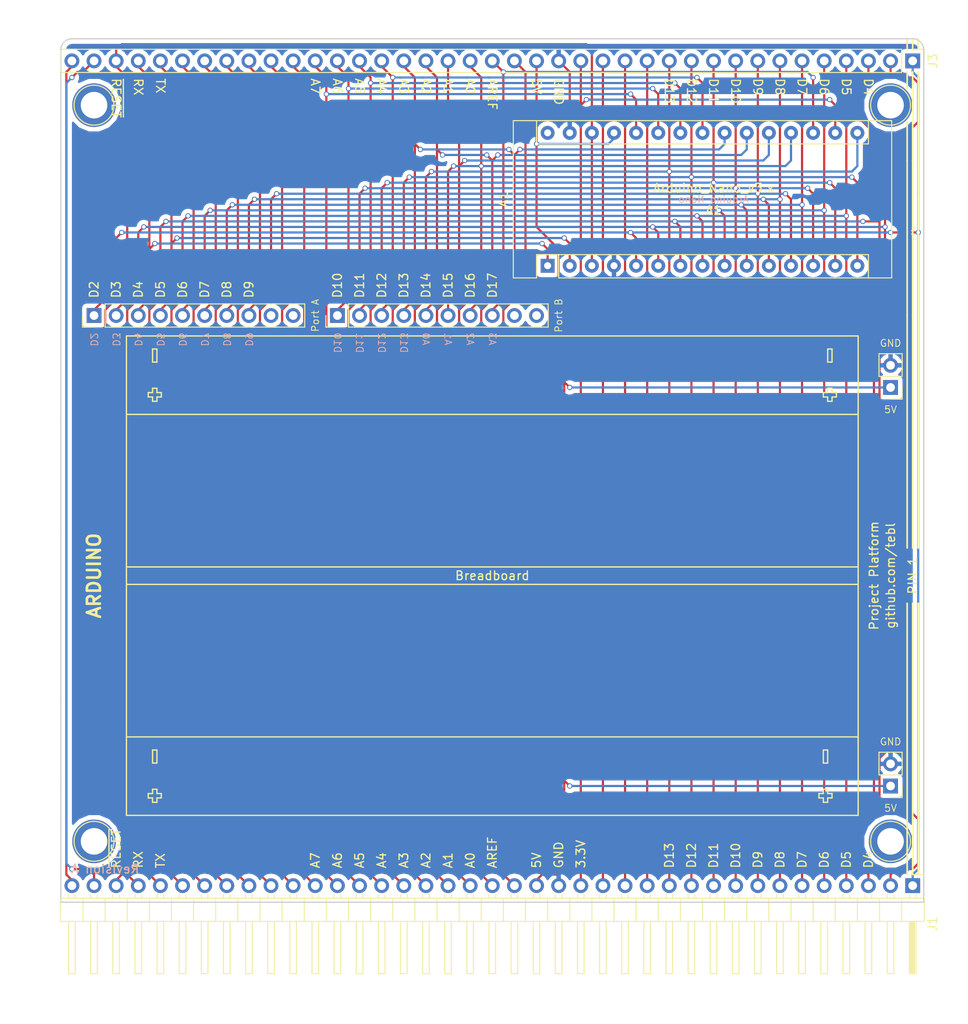
<source format=kicad_pcb>
(kicad_pcb (version 4) (host pcbnew 4.0.7)

  (general
    (links 88)
    (no_connects 0)
    (area 93.345 43.815 204.470001 161.290001)
    (thickness 1.6)
    (drawings 122)
    (tracks 548)
    (zones 0)
    (modules 12)
    (nets 40)
  )

  (page A4)
  (layers
    (0 F.Cu signal)
    (31 B.Cu signal)
    (32 B.Adhes user)
    (33 F.Adhes user)
    (34 B.Paste user)
    (35 F.Paste user)
    (36 B.SilkS user)
    (37 F.SilkS user)
    (38 B.Mask user)
    (39 F.Mask user)
    (40 Dwgs.User user)
    (41 Cmts.User user)
    (42 Eco1.User user)
    (43 Eco2.User user)
    (44 Edge.Cuts user)
    (45 Margin user)
    (46 B.CrtYd user)
    (47 F.CrtYd user)
    (48 B.Fab user)
    (49 F.Fab user)
  )

  (setup
    (last_trace_width 0.25)
    (user_trace_width 0.1)
    (trace_clearance 0.2)
    (zone_clearance 0.508)
    (zone_45_only no)
    (trace_min 0.01)
    (segment_width 0.2)
    (edge_width 0.15)
    (via_size 0.6)
    (via_drill 0.4)
    (via_min_size 0.4)
    (via_min_drill 0.3)
    (uvia_size 0.3)
    (uvia_drill 0.1)
    (uvias_allowed no)
    (uvia_min_size 0.2)
    (uvia_min_drill 0.1)
    (pcb_text_width 0.3)
    (pcb_text_size 1.5 1.5)
    (mod_edge_width 0.15)
    (mod_text_size 1 1)
    (mod_text_width 0.15)
    (pad_size 1.524 1.524)
    (pad_drill 0.762)
    (pad_to_mask_clearance 0.2)
    (aux_axis_origin 104.14 52.07)
    (grid_origin 191.77 88.9)
    (visible_elements 7FFFFFFF)
    (pcbplotparams
      (layerselection 0x011fc_80000001)
      (usegerberextensions true)
      (excludeedgelayer true)
      (linewidth 0.100000)
      (plotframeref false)
      (viasonmask false)
      (mode 1)
      (useauxorigin false)
      (hpglpennumber 1)
      (hpglpenspeed 20)
      (hpglpendiameter 15)
      (hpglpenoverlay 2)
      (psnegative false)
      (psa4output false)
      (plotreference true)
      (plotvalue true)
      (plotinvisibletext false)
      (padsonsilk false)
      (subtractmaskfromsilk false)
      (outputformat 1)
      (mirror false)
      (drillshape 0)
      (scaleselection 1)
      (outputdirectory export/))
  )

  (net 0 "")
  (net 1 GND)
  (net 2 VCC)
  (net 3 /A7)
  (net 4 /A6)
  (net 5 /A5)
  (net 6 /A4)
  (net 7 /A3)
  (net 8 /A2)
  (net 9 /A1)
  (net 10 /A0)
  (net 11 /D2)
  (net 12 /D3)
  (net 13 /D4)
  (net 14 /D5)
  (net 15 /D6)
  (net 16 /D7)
  (net 17 /~RESET)
  (net 18 /PIN39)
  (net 19 /RX)
  (net 20 /TX)
  (net 21 /AREF)
  (net 22 /D8)
  (net 23 /D9)
  (net 24 /D10)
  (net 25 /D11)
  (net 26 /D12)
  (net 27 /D13)
  (net 28 /PIN13)
  (net 29 /PIN14)
  (net 30 /PIN15)
  (net 31 /PIN19)
  (net 32 /PIN29)
  (net 33 /PIN30)
  (net 34 /PIN31)
  (net 35 /PIN32)
  (net 36 /PIN33)
  (net 37 /PIN34)
  (net 38 /PIN38)
  (net 39 +3V3)

  (net_class Default "This is the default net class."
    (clearance 0.2)
    (trace_width 0.25)
    (via_dia 0.6)
    (via_drill 0.4)
    (uvia_dia 0.3)
    (uvia_drill 0.1)
    (add_net +3V3)
    (add_net /A0)
    (add_net /A1)
    (add_net /A2)
    (add_net /A3)
    (add_net /A4)
    (add_net /A5)
    (add_net /A6)
    (add_net /A7)
    (add_net /AREF)
    (add_net /D10)
    (add_net /D11)
    (add_net /D12)
    (add_net /D13)
    (add_net /D2)
    (add_net /D3)
    (add_net /D4)
    (add_net /D5)
    (add_net /D6)
    (add_net /D7)
    (add_net /D8)
    (add_net /D9)
    (add_net /PIN13)
    (add_net /PIN14)
    (add_net /PIN15)
    (add_net /PIN19)
    (add_net /PIN29)
    (add_net /PIN30)
    (add_net /PIN31)
    (add_net /PIN32)
    (add_net /PIN33)
    (add_net /PIN34)
    (add_net /PIN38)
    (add_net /PIN39)
    (add_net /RX)
    (add_net /TX)
    (add_net /~RESET)
    (add_net GND)
    (add_net VCC)
  )

  (net_class VCC ""
    (clearance 0.2)
    (trace_width 0.75)
    (via_dia 0.6)
    (via_drill 0.4)
    (uvia_dia 0.3)
    (uvia_drill 0.1)
  )

  (module Pin_Headers:Pin_Header_Angled_1x39_Pitch2.54mm (layer F.Cu) (tedit 59650532) (tstamp 5D63F28E)
    (at 198.12 145.415 270)
    (descr "Through hole angled pin header, 1x39, 2.54mm pitch, 6mm pin length, single row")
    (tags "Through hole angled pin header THT 1x39 2.54mm single row")
    (path /5DC149FA)
    (fp_text reference J1 (at 4.385 -2.27 270) (layer F.SilkS)
      (effects (font (size 1 1) (thickness 0.15)))
    )
    (fp_text value Signals (at 4.385 98.79 270) (layer F.Fab)
      (effects (font (size 1 1) (thickness 0.15)))
    )
    (fp_line (start 2.135 -1.27) (end 4.04 -1.27) (layer F.Fab) (width 0.1))
    (fp_line (start 4.04 -1.27) (end 4.04 97.79) (layer F.Fab) (width 0.1))
    (fp_line (start 4.04 97.79) (end 1.5 97.79) (layer F.Fab) (width 0.1))
    (fp_line (start 1.5 97.79) (end 1.5 -0.635) (layer F.Fab) (width 0.1))
    (fp_line (start 1.5 -0.635) (end 2.135 -1.27) (layer F.Fab) (width 0.1))
    (fp_line (start -0.32 -0.32) (end 1.5 -0.32) (layer F.Fab) (width 0.1))
    (fp_line (start -0.32 -0.32) (end -0.32 0.32) (layer F.Fab) (width 0.1))
    (fp_line (start -0.32 0.32) (end 1.5 0.32) (layer F.Fab) (width 0.1))
    (fp_line (start 4.04 -0.32) (end 10.04 -0.32) (layer F.Fab) (width 0.1))
    (fp_line (start 10.04 -0.32) (end 10.04 0.32) (layer F.Fab) (width 0.1))
    (fp_line (start 4.04 0.32) (end 10.04 0.32) (layer F.Fab) (width 0.1))
    (fp_line (start -0.32 2.22) (end 1.5 2.22) (layer F.Fab) (width 0.1))
    (fp_line (start -0.32 2.22) (end -0.32 2.86) (layer F.Fab) (width 0.1))
    (fp_line (start -0.32 2.86) (end 1.5 2.86) (layer F.Fab) (width 0.1))
    (fp_line (start 4.04 2.22) (end 10.04 2.22) (layer F.Fab) (width 0.1))
    (fp_line (start 10.04 2.22) (end 10.04 2.86) (layer F.Fab) (width 0.1))
    (fp_line (start 4.04 2.86) (end 10.04 2.86) (layer F.Fab) (width 0.1))
    (fp_line (start -0.32 4.76) (end 1.5 4.76) (layer F.Fab) (width 0.1))
    (fp_line (start -0.32 4.76) (end -0.32 5.4) (layer F.Fab) (width 0.1))
    (fp_line (start -0.32 5.4) (end 1.5 5.4) (layer F.Fab) (width 0.1))
    (fp_line (start 4.04 4.76) (end 10.04 4.76) (layer F.Fab) (width 0.1))
    (fp_line (start 10.04 4.76) (end 10.04 5.4) (layer F.Fab) (width 0.1))
    (fp_line (start 4.04 5.4) (end 10.04 5.4) (layer F.Fab) (width 0.1))
    (fp_line (start -0.32 7.3) (end 1.5 7.3) (layer F.Fab) (width 0.1))
    (fp_line (start -0.32 7.3) (end -0.32 7.94) (layer F.Fab) (width 0.1))
    (fp_line (start -0.32 7.94) (end 1.5 7.94) (layer F.Fab) (width 0.1))
    (fp_line (start 4.04 7.3) (end 10.04 7.3) (layer F.Fab) (width 0.1))
    (fp_line (start 10.04 7.3) (end 10.04 7.94) (layer F.Fab) (width 0.1))
    (fp_line (start 4.04 7.94) (end 10.04 7.94) (layer F.Fab) (width 0.1))
    (fp_line (start -0.32 9.84) (end 1.5 9.84) (layer F.Fab) (width 0.1))
    (fp_line (start -0.32 9.84) (end -0.32 10.48) (layer F.Fab) (width 0.1))
    (fp_line (start -0.32 10.48) (end 1.5 10.48) (layer F.Fab) (width 0.1))
    (fp_line (start 4.04 9.84) (end 10.04 9.84) (layer F.Fab) (width 0.1))
    (fp_line (start 10.04 9.84) (end 10.04 10.48) (layer F.Fab) (width 0.1))
    (fp_line (start 4.04 10.48) (end 10.04 10.48) (layer F.Fab) (width 0.1))
    (fp_line (start -0.32 12.38) (end 1.5 12.38) (layer F.Fab) (width 0.1))
    (fp_line (start -0.32 12.38) (end -0.32 13.02) (layer F.Fab) (width 0.1))
    (fp_line (start -0.32 13.02) (end 1.5 13.02) (layer F.Fab) (width 0.1))
    (fp_line (start 4.04 12.38) (end 10.04 12.38) (layer F.Fab) (width 0.1))
    (fp_line (start 10.04 12.38) (end 10.04 13.02) (layer F.Fab) (width 0.1))
    (fp_line (start 4.04 13.02) (end 10.04 13.02) (layer F.Fab) (width 0.1))
    (fp_line (start -0.32 14.92) (end 1.5 14.92) (layer F.Fab) (width 0.1))
    (fp_line (start -0.32 14.92) (end -0.32 15.56) (layer F.Fab) (width 0.1))
    (fp_line (start -0.32 15.56) (end 1.5 15.56) (layer F.Fab) (width 0.1))
    (fp_line (start 4.04 14.92) (end 10.04 14.92) (layer F.Fab) (width 0.1))
    (fp_line (start 10.04 14.92) (end 10.04 15.56) (layer F.Fab) (width 0.1))
    (fp_line (start 4.04 15.56) (end 10.04 15.56) (layer F.Fab) (width 0.1))
    (fp_line (start -0.32 17.46) (end 1.5 17.46) (layer F.Fab) (width 0.1))
    (fp_line (start -0.32 17.46) (end -0.32 18.1) (layer F.Fab) (width 0.1))
    (fp_line (start -0.32 18.1) (end 1.5 18.1) (layer F.Fab) (width 0.1))
    (fp_line (start 4.04 17.46) (end 10.04 17.46) (layer F.Fab) (width 0.1))
    (fp_line (start 10.04 17.46) (end 10.04 18.1) (layer F.Fab) (width 0.1))
    (fp_line (start 4.04 18.1) (end 10.04 18.1) (layer F.Fab) (width 0.1))
    (fp_line (start -0.32 20) (end 1.5 20) (layer F.Fab) (width 0.1))
    (fp_line (start -0.32 20) (end -0.32 20.64) (layer F.Fab) (width 0.1))
    (fp_line (start -0.32 20.64) (end 1.5 20.64) (layer F.Fab) (width 0.1))
    (fp_line (start 4.04 20) (end 10.04 20) (layer F.Fab) (width 0.1))
    (fp_line (start 10.04 20) (end 10.04 20.64) (layer F.Fab) (width 0.1))
    (fp_line (start 4.04 20.64) (end 10.04 20.64) (layer F.Fab) (width 0.1))
    (fp_line (start -0.32 22.54) (end 1.5 22.54) (layer F.Fab) (width 0.1))
    (fp_line (start -0.32 22.54) (end -0.32 23.18) (layer F.Fab) (width 0.1))
    (fp_line (start -0.32 23.18) (end 1.5 23.18) (layer F.Fab) (width 0.1))
    (fp_line (start 4.04 22.54) (end 10.04 22.54) (layer F.Fab) (width 0.1))
    (fp_line (start 10.04 22.54) (end 10.04 23.18) (layer F.Fab) (width 0.1))
    (fp_line (start 4.04 23.18) (end 10.04 23.18) (layer F.Fab) (width 0.1))
    (fp_line (start -0.32 25.08) (end 1.5 25.08) (layer F.Fab) (width 0.1))
    (fp_line (start -0.32 25.08) (end -0.32 25.72) (layer F.Fab) (width 0.1))
    (fp_line (start -0.32 25.72) (end 1.5 25.72) (layer F.Fab) (width 0.1))
    (fp_line (start 4.04 25.08) (end 10.04 25.08) (layer F.Fab) (width 0.1))
    (fp_line (start 10.04 25.08) (end 10.04 25.72) (layer F.Fab) (width 0.1))
    (fp_line (start 4.04 25.72) (end 10.04 25.72) (layer F.Fab) (width 0.1))
    (fp_line (start -0.32 27.62) (end 1.5 27.62) (layer F.Fab) (width 0.1))
    (fp_line (start -0.32 27.62) (end -0.32 28.26) (layer F.Fab) (width 0.1))
    (fp_line (start -0.32 28.26) (end 1.5 28.26) (layer F.Fab) (width 0.1))
    (fp_line (start 4.04 27.62) (end 10.04 27.62) (layer F.Fab) (width 0.1))
    (fp_line (start 10.04 27.62) (end 10.04 28.26) (layer F.Fab) (width 0.1))
    (fp_line (start 4.04 28.26) (end 10.04 28.26) (layer F.Fab) (width 0.1))
    (fp_line (start -0.32 30.16) (end 1.5 30.16) (layer F.Fab) (width 0.1))
    (fp_line (start -0.32 30.16) (end -0.32 30.8) (layer F.Fab) (width 0.1))
    (fp_line (start -0.32 30.8) (end 1.5 30.8) (layer F.Fab) (width 0.1))
    (fp_line (start 4.04 30.16) (end 10.04 30.16) (layer F.Fab) (width 0.1))
    (fp_line (start 10.04 30.16) (end 10.04 30.8) (layer F.Fab) (width 0.1))
    (fp_line (start 4.04 30.8) (end 10.04 30.8) (layer F.Fab) (width 0.1))
    (fp_line (start -0.32 32.7) (end 1.5 32.7) (layer F.Fab) (width 0.1))
    (fp_line (start -0.32 32.7) (end -0.32 33.34) (layer F.Fab) (width 0.1))
    (fp_line (start -0.32 33.34) (end 1.5 33.34) (layer F.Fab) (width 0.1))
    (fp_line (start 4.04 32.7) (end 10.04 32.7) (layer F.Fab) (width 0.1))
    (fp_line (start 10.04 32.7) (end 10.04 33.34) (layer F.Fab) (width 0.1))
    (fp_line (start 4.04 33.34) (end 10.04 33.34) (layer F.Fab) (width 0.1))
    (fp_line (start -0.32 35.24) (end 1.5 35.24) (layer F.Fab) (width 0.1))
    (fp_line (start -0.32 35.24) (end -0.32 35.88) (layer F.Fab) (width 0.1))
    (fp_line (start -0.32 35.88) (end 1.5 35.88) (layer F.Fab) (width 0.1))
    (fp_line (start 4.04 35.24) (end 10.04 35.24) (layer F.Fab) (width 0.1))
    (fp_line (start 10.04 35.24) (end 10.04 35.88) (layer F.Fab) (width 0.1))
    (fp_line (start 4.04 35.88) (end 10.04 35.88) (layer F.Fab) (width 0.1))
    (fp_line (start -0.32 37.78) (end 1.5 37.78) (layer F.Fab) (width 0.1))
    (fp_line (start -0.32 37.78) (end -0.32 38.42) (layer F.Fab) (width 0.1))
    (fp_line (start -0.32 38.42) (end 1.5 38.42) (layer F.Fab) (width 0.1))
    (fp_line (start 4.04 37.78) (end 10.04 37.78) (layer F.Fab) (width 0.1))
    (fp_line (start 10.04 37.78) (end 10.04 38.42) (layer F.Fab) (width 0.1))
    (fp_line (start 4.04 38.42) (end 10.04 38.42) (layer F.Fab) (width 0.1))
    (fp_line (start -0.32 40.32) (end 1.5 40.32) (layer F.Fab) (width 0.1))
    (fp_line (start -0.32 40.32) (end -0.32 40.96) (layer F.Fab) (width 0.1))
    (fp_line (start -0.32 40.96) (end 1.5 40.96) (layer F.Fab) (width 0.1))
    (fp_line (start 4.04 40.32) (end 10.04 40.32) (layer F.Fab) (width 0.1))
    (fp_line (start 10.04 40.32) (end 10.04 40.96) (layer F.Fab) (width 0.1))
    (fp_line (start 4.04 40.96) (end 10.04 40.96) (layer F.Fab) (width 0.1))
    (fp_line (start -0.32 42.86) (end 1.5 42.86) (layer F.Fab) (width 0.1))
    (fp_line (start -0.32 42.86) (end -0.32 43.5) (layer F.Fab) (width 0.1))
    (fp_line (start -0.32 43.5) (end 1.5 43.5) (layer F.Fab) (width 0.1))
    (fp_line (start 4.04 42.86) (end 10.04 42.86) (layer F.Fab) (width 0.1))
    (fp_line (start 10.04 42.86) (end 10.04 43.5) (layer F.Fab) (width 0.1))
    (fp_line (start 4.04 43.5) (end 10.04 43.5) (layer F.Fab) (width 0.1))
    (fp_line (start -0.32 45.4) (end 1.5 45.4) (layer F.Fab) (width 0.1))
    (fp_line (start -0.32 45.4) (end -0.32 46.04) (layer F.Fab) (width 0.1))
    (fp_line (start -0.32 46.04) (end 1.5 46.04) (layer F.Fab) (width 0.1))
    (fp_line (start 4.04 45.4) (end 10.04 45.4) (layer F.Fab) (width 0.1))
    (fp_line (start 10.04 45.4) (end 10.04 46.04) (layer F.Fab) (width 0.1))
    (fp_line (start 4.04 46.04) (end 10.04 46.04) (layer F.Fab) (width 0.1))
    (fp_line (start -0.32 47.94) (end 1.5 47.94) (layer F.Fab) (width 0.1))
    (fp_line (start -0.32 47.94) (end -0.32 48.58) (layer F.Fab) (width 0.1))
    (fp_line (start -0.32 48.58) (end 1.5 48.58) (layer F.Fab) (width 0.1))
    (fp_line (start 4.04 47.94) (end 10.04 47.94) (layer F.Fab) (width 0.1))
    (fp_line (start 10.04 47.94) (end 10.04 48.58) (layer F.Fab) (width 0.1))
    (fp_line (start 4.04 48.58) (end 10.04 48.58) (layer F.Fab) (width 0.1))
    (fp_line (start -0.32 50.48) (end 1.5 50.48) (layer F.Fab) (width 0.1))
    (fp_line (start -0.32 50.48) (end -0.32 51.12) (layer F.Fab) (width 0.1))
    (fp_line (start -0.32 51.12) (end 1.5 51.12) (layer F.Fab) (width 0.1))
    (fp_line (start 4.04 50.48) (end 10.04 50.48) (layer F.Fab) (width 0.1))
    (fp_line (start 10.04 50.48) (end 10.04 51.12) (layer F.Fab) (width 0.1))
    (fp_line (start 4.04 51.12) (end 10.04 51.12) (layer F.Fab) (width 0.1))
    (fp_line (start -0.32 53.02) (end 1.5 53.02) (layer F.Fab) (width 0.1))
    (fp_line (start -0.32 53.02) (end -0.32 53.66) (layer F.Fab) (width 0.1))
    (fp_line (start -0.32 53.66) (end 1.5 53.66) (layer F.Fab) (width 0.1))
    (fp_line (start 4.04 53.02) (end 10.04 53.02) (layer F.Fab) (width 0.1))
    (fp_line (start 10.04 53.02) (end 10.04 53.66) (layer F.Fab) (width 0.1))
    (fp_line (start 4.04 53.66) (end 10.04 53.66) (layer F.Fab) (width 0.1))
    (fp_line (start -0.32 55.56) (end 1.5 55.56) (layer F.Fab) (width 0.1))
    (fp_line (start -0.32 55.56) (end -0.32 56.2) (layer F.Fab) (width 0.1))
    (fp_line (start -0.32 56.2) (end 1.5 56.2) (layer F.Fab) (width 0.1))
    (fp_line (start 4.04 55.56) (end 10.04 55.56) (layer F.Fab) (width 0.1))
    (fp_line (start 10.04 55.56) (end 10.04 56.2) (layer F.Fab) (width 0.1))
    (fp_line (start 4.04 56.2) (end 10.04 56.2) (layer F.Fab) (width 0.1))
    (fp_line (start -0.32 58.1) (end 1.5 58.1) (layer F.Fab) (width 0.1))
    (fp_line (start -0.32 58.1) (end -0.32 58.74) (layer F.Fab) (width 0.1))
    (fp_line (start -0.32 58.74) (end 1.5 58.74) (layer F.Fab) (width 0.1))
    (fp_line (start 4.04 58.1) (end 10.04 58.1) (layer F.Fab) (width 0.1))
    (fp_line (start 10.04 58.1) (end 10.04 58.74) (layer F.Fab) (width 0.1))
    (fp_line (start 4.04 58.74) (end 10.04 58.74) (layer F.Fab) (width 0.1))
    (fp_line (start -0.32 60.64) (end 1.5 60.64) (layer F.Fab) (width 0.1))
    (fp_line (start -0.32 60.64) (end -0.32 61.28) (layer F.Fab) (width 0.1))
    (fp_line (start -0.32 61.28) (end 1.5 61.28) (layer F.Fab) (width 0.1))
    (fp_line (start 4.04 60.64) (end 10.04 60.64) (layer F.Fab) (width 0.1))
    (fp_line (start 10.04 60.64) (end 10.04 61.28) (layer F.Fab) (width 0.1))
    (fp_line (start 4.04 61.28) (end 10.04 61.28) (layer F.Fab) (width 0.1))
    (fp_line (start -0.32 63.18) (end 1.5 63.18) (layer F.Fab) (width 0.1))
    (fp_line (start -0.32 63.18) (end -0.32 63.82) (layer F.Fab) (width 0.1))
    (fp_line (start -0.32 63.82) (end 1.5 63.82) (layer F.Fab) (width 0.1))
    (fp_line (start 4.04 63.18) (end 10.04 63.18) (layer F.Fab) (width 0.1))
    (fp_line (start 10.04 63.18) (end 10.04 63.82) (layer F.Fab) (width 0.1))
    (fp_line (start 4.04 63.82) (end 10.04 63.82) (layer F.Fab) (width 0.1))
    (fp_line (start -0.32 65.72) (end 1.5 65.72) (layer F.Fab) (width 0.1))
    (fp_line (start -0.32 65.72) (end -0.32 66.36) (layer F.Fab) (width 0.1))
    (fp_line (start -0.32 66.36) (end 1.5 66.36) (layer F.Fab) (width 0.1))
    (fp_line (start 4.04 65.72) (end 10.04 65.72) (layer F.Fab) (width 0.1))
    (fp_line (start 10.04 65.72) (end 10.04 66.36) (layer F.Fab) (width 0.1))
    (fp_line (start 4.04 66.36) (end 10.04 66.36) (layer F.Fab) (width 0.1))
    (fp_line (start -0.32 68.26) (end 1.5 68.26) (layer F.Fab) (width 0.1))
    (fp_line (start -0.32 68.26) (end -0.32 68.9) (layer F.Fab) (width 0.1))
    (fp_line (start -0.32 68.9) (end 1.5 68.9) (layer F.Fab) (width 0.1))
    (fp_line (start 4.04 68.26) (end 10.04 68.26) (layer F.Fab) (width 0.1))
    (fp_line (start 10.04 68.26) (end 10.04 68.9) (layer F.Fab) (width 0.1))
    (fp_line (start 4.04 68.9) (end 10.04 68.9) (layer F.Fab) (width 0.1))
    (fp_line (start -0.32 70.8) (end 1.5 70.8) (layer F.Fab) (width 0.1))
    (fp_line (start -0.32 70.8) (end -0.32 71.44) (layer F.Fab) (width 0.1))
    (fp_line (start -0.32 71.44) (end 1.5 71.44) (layer F.Fab) (width 0.1))
    (fp_line (start 4.04 70.8) (end 10.04 70.8) (layer F.Fab) (width 0.1))
    (fp_line (start 10.04 70.8) (end 10.04 71.44) (layer F.Fab) (width 0.1))
    (fp_line (start 4.04 71.44) (end 10.04 71.44) (layer F.Fab) (width 0.1))
    (fp_line (start -0.32 73.34) (end 1.5 73.34) (layer F.Fab) (width 0.1))
    (fp_line (start -0.32 73.34) (end -0.32 73.98) (layer F.Fab) (width 0.1))
    (fp_line (start -0.32 73.98) (end 1.5 73.98) (layer F.Fab) (width 0.1))
    (fp_line (start 4.04 73.34) (end 10.04 73.34) (layer F.Fab) (width 0.1))
    (fp_line (start 10.04 73.34) (end 10.04 73.98) (layer F.Fab) (width 0.1))
    (fp_line (start 4.04 73.98) (end 10.04 73.98) (layer F.Fab) (width 0.1))
    (fp_line (start -0.32 75.88) (end 1.5 75.88) (layer F.Fab) (width 0.1))
    (fp_line (start -0.32 75.88) (end -0.32 76.52) (layer F.Fab) (width 0.1))
    (fp_line (start -0.32 76.52) (end 1.5 76.52) (layer F.Fab) (width 0.1))
    (fp_line (start 4.04 75.88) (end 10.04 75.88) (layer F.Fab) (width 0.1))
    (fp_line (start 10.04 75.88) (end 10.04 76.52) (layer F.Fab) (width 0.1))
    (fp_line (start 4.04 76.52) (end 10.04 76.52) (layer F.Fab) (width 0.1))
    (fp_line (start -0.32 78.42) (end 1.5 78.42) (layer F.Fab) (width 0.1))
    (fp_line (start -0.32 78.42) (end -0.32 79.06) (layer F.Fab) (width 0.1))
    (fp_line (start -0.32 79.06) (end 1.5 79.06) (layer F.Fab) (width 0.1))
    (fp_line (start 4.04 78.42) (end 10.04 78.42) (layer F.Fab) (width 0.1))
    (fp_line (start 10.04 78.42) (end 10.04 79.06) (layer F.Fab) (width 0.1))
    (fp_line (start 4.04 79.06) (end 10.04 79.06) (layer F.Fab) (width 0.1))
    (fp_line (start -0.32 80.96) (end 1.5 80.96) (layer F.Fab) (width 0.1))
    (fp_line (start -0.32 80.96) (end -0.32 81.6) (layer F.Fab) (width 0.1))
    (fp_line (start -0.32 81.6) (end 1.5 81.6) (layer F.Fab) (width 0.1))
    (fp_line (start 4.04 80.96) (end 10.04 80.96) (layer F.Fab) (width 0.1))
    (fp_line (start 10.04 80.96) (end 10.04 81.6) (layer F.Fab) (width 0.1))
    (fp_line (start 4.04 81.6) (end 10.04 81.6) (layer F.Fab) (width 0.1))
    (fp_line (start -0.32 83.5) (end 1.5 83.5) (layer F.Fab) (width 0.1))
    (fp_line (start -0.32 83.5) (end -0.32 84.14) (layer F.Fab) (width 0.1))
    (fp_line (start -0.32 84.14) (end 1.5 84.14) (layer F.Fab) (width 0.1))
    (fp_line (start 4.04 83.5) (end 10.04 83.5) (layer F.Fab) (width 0.1))
    (fp_line (start 10.04 83.5) (end 10.04 84.14) (layer F.Fab) (width 0.1))
    (fp_line (start 4.04 84.14) (end 10.04 84.14) (layer F.Fab) (width 0.1))
    (fp_line (start -0.32 86.04) (end 1.5 86.04) (layer F.Fab) (width 0.1))
    (fp_line (start -0.32 86.04) (end -0.32 86.68) (layer F.Fab) (width 0.1))
    (fp_line (start -0.32 86.68) (end 1.5 86.68) (layer F.Fab) (width 0.1))
    (fp_line (start 4.04 86.04) (end 10.04 86.04) (layer F.Fab) (width 0.1))
    (fp_line (start 10.04 86.04) (end 10.04 86.68) (layer F.Fab) (width 0.1))
    (fp_line (start 4.04 86.68) (end 10.04 86.68) (layer F.Fab) (width 0.1))
    (fp_line (start -0.32 88.58) (end 1.5 88.58) (layer F.Fab) (width 0.1))
    (fp_line (start -0.32 88.58) (end -0.32 89.22) (layer F.Fab) (width 0.1))
    (fp_line (start -0.32 89.22) (end 1.5 89.22) (layer F.Fab) (width 0.1))
    (fp_line (start 4.04 88.58) (end 10.04 88.58) (layer F.Fab) (width 0.1))
    (fp_line (start 10.04 88.58) (end 10.04 89.22) (layer F.Fab) (width 0.1))
    (fp_line (start 4.04 89.22) (end 10.04 89.22) (layer F.Fab) (width 0.1))
    (fp_line (start -0.32 91.12) (end 1.5 91.12) (layer F.Fab) (width 0.1))
    (fp_line (start -0.32 91.12) (end -0.32 91.76) (layer F.Fab) (width 0.1))
    (fp_line (start -0.32 91.76) (end 1.5 91.76) (layer F.Fab) (width 0.1))
    (fp_line (start 4.04 91.12) (end 10.04 91.12) (layer F.Fab) (width 0.1))
    (fp_line (start 10.04 91.12) (end 10.04 91.76) (layer F.Fab) (width 0.1))
    (fp_line (start 4.04 91.76) (end 10.04 91.76) (layer F.Fab) (width 0.1))
    (fp_line (start -0.32 93.66) (end 1.5 93.66) (layer F.Fab) (width 0.1))
    (fp_line (start -0.32 93.66) (end -0.32 94.3) (layer F.Fab) (width 0.1))
    (fp_line (start -0.32 94.3) (end 1.5 94.3) (layer F.Fab) (width 0.1))
    (fp_line (start 4.04 93.66) (end 10.04 93.66) (layer F.Fab) (width 0.1))
    (fp_line (start 10.04 93.66) (end 10.04 94.3) (layer F.Fab) (width 0.1))
    (fp_line (start 4.04 94.3) (end 10.04 94.3) (layer F.Fab) (width 0.1))
    (fp_line (start -0.32 96.2) (end 1.5 96.2) (layer F.Fab) (width 0.1))
    (fp_line (start -0.32 96.2) (end -0.32 96.84) (layer F.Fab) (width 0.1))
    (fp_line (start -0.32 96.84) (end 1.5 96.84) (layer F.Fab) (width 0.1))
    (fp_line (start 4.04 96.2) (end 10.04 96.2) (layer F.Fab) (width 0.1))
    (fp_line (start 10.04 96.2) (end 10.04 96.84) (layer F.Fab) (width 0.1))
    (fp_line (start 4.04 96.84) (end 10.04 96.84) (layer F.Fab) (width 0.1))
    (fp_line (start 1.44 -1.33) (end 1.44 97.85) (layer F.SilkS) (width 0.12))
    (fp_line (start 1.44 97.85) (end 4.1 97.85) (layer F.SilkS) (width 0.12))
    (fp_line (start 4.1 97.85) (end 4.1 -1.33) (layer F.SilkS) (width 0.12))
    (fp_line (start 4.1 -1.33) (end 1.44 -1.33) (layer F.SilkS) (width 0.12))
    (fp_line (start 4.1 -0.38) (end 10.1 -0.38) (layer F.SilkS) (width 0.12))
    (fp_line (start 10.1 -0.38) (end 10.1 0.38) (layer F.SilkS) (width 0.12))
    (fp_line (start 10.1 0.38) (end 4.1 0.38) (layer F.SilkS) (width 0.12))
    (fp_line (start 4.1 -0.32) (end 10.1 -0.32) (layer F.SilkS) (width 0.12))
    (fp_line (start 4.1 -0.2) (end 10.1 -0.2) (layer F.SilkS) (width 0.12))
    (fp_line (start 4.1 -0.08) (end 10.1 -0.08) (layer F.SilkS) (width 0.12))
    (fp_line (start 4.1 0.04) (end 10.1 0.04) (layer F.SilkS) (width 0.12))
    (fp_line (start 4.1 0.16) (end 10.1 0.16) (layer F.SilkS) (width 0.12))
    (fp_line (start 4.1 0.28) (end 10.1 0.28) (layer F.SilkS) (width 0.12))
    (fp_line (start 1.11 -0.38) (end 1.44 -0.38) (layer F.SilkS) (width 0.12))
    (fp_line (start 1.11 0.38) (end 1.44 0.38) (layer F.SilkS) (width 0.12))
    (fp_line (start 1.44 1.27) (end 4.1 1.27) (layer F.SilkS) (width 0.12))
    (fp_line (start 4.1 2.16) (end 10.1 2.16) (layer F.SilkS) (width 0.12))
    (fp_line (start 10.1 2.16) (end 10.1 2.92) (layer F.SilkS) (width 0.12))
    (fp_line (start 10.1 2.92) (end 4.1 2.92) (layer F.SilkS) (width 0.12))
    (fp_line (start 1.042929 2.16) (end 1.44 2.16) (layer F.SilkS) (width 0.12))
    (fp_line (start 1.042929 2.92) (end 1.44 2.92) (layer F.SilkS) (width 0.12))
    (fp_line (start 1.44 3.81) (end 4.1 3.81) (layer F.SilkS) (width 0.12))
    (fp_line (start 4.1 4.7) (end 10.1 4.7) (layer F.SilkS) (width 0.12))
    (fp_line (start 10.1 4.7) (end 10.1 5.46) (layer F.SilkS) (width 0.12))
    (fp_line (start 10.1 5.46) (end 4.1 5.46) (layer F.SilkS) (width 0.12))
    (fp_line (start 1.042929 4.7) (end 1.44 4.7) (layer F.SilkS) (width 0.12))
    (fp_line (start 1.042929 5.46) (end 1.44 5.46) (layer F.SilkS) (width 0.12))
    (fp_line (start 1.44 6.35) (end 4.1 6.35) (layer F.SilkS) (width 0.12))
    (fp_line (start 4.1 7.24) (end 10.1 7.24) (layer F.SilkS) (width 0.12))
    (fp_line (start 10.1 7.24) (end 10.1 8) (layer F.SilkS) (width 0.12))
    (fp_line (start 10.1 8) (end 4.1 8) (layer F.SilkS) (width 0.12))
    (fp_line (start 1.042929 7.24) (end 1.44 7.24) (layer F.SilkS) (width 0.12))
    (fp_line (start 1.042929 8) (end 1.44 8) (layer F.SilkS) (width 0.12))
    (fp_line (start 1.44 8.89) (end 4.1 8.89) (layer F.SilkS) (width 0.12))
    (fp_line (start 4.1 9.78) (end 10.1 9.78) (layer F.SilkS) (width 0.12))
    (fp_line (start 10.1 9.78) (end 10.1 10.54) (layer F.SilkS) (width 0.12))
    (fp_line (start 10.1 10.54) (end 4.1 10.54) (layer F.SilkS) (width 0.12))
    (fp_line (start 1.042929 9.78) (end 1.44 9.78) (layer F.SilkS) (width 0.12))
    (fp_line (start 1.042929 10.54) (end 1.44 10.54) (layer F.SilkS) (width 0.12))
    (fp_line (start 1.44 11.43) (end 4.1 11.43) (layer F.SilkS) (width 0.12))
    (fp_line (start 4.1 12.32) (end 10.1 12.32) (layer F.SilkS) (width 0.12))
    (fp_line (start 10.1 12.32) (end 10.1 13.08) (layer F.SilkS) (width 0.12))
    (fp_line (start 10.1 13.08) (end 4.1 13.08) (layer F.SilkS) (width 0.12))
    (fp_line (start 1.042929 12.32) (end 1.44 12.32) (layer F.SilkS) (width 0.12))
    (fp_line (start 1.042929 13.08) (end 1.44 13.08) (layer F.SilkS) (width 0.12))
    (fp_line (start 1.44 13.97) (end 4.1 13.97) (layer F.SilkS) (width 0.12))
    (fp_line (start 4.1 14.86) (end 10.1 14.86) (layer F.SilkS) (width 0.12))
    (fp_line (start 10.1 14.86) (end 10.1 15.62) (layer F.SilkS) (width 0.12))
    (fp_line (start 10.1 15.62) (end 4.1 15.62) (layer F.SilkS) (width 0.12))
    (fp_line (start 1.042929 14.86) (end 1.44 14.86) (layer F.SilkS) (width 0.12))
    (fp_line (start 1.042929 15.62) (end 1.44 15.62) (layer F.SilkS) (width 0.12))
    (fp_line (start 1.44 16.51) (end 4.1 16.51) (layer F.SilkS) (width 0.12))
    (fp_line (start 4.1 17.4) (end 10.1 17.4) (layer F.SilkS) (width 0.12))
    (fp_line (start 10.1 17.4) (end 10.1 18.16) (layer F.SilkS) (width 0.12))
    (fp_line (start 10.1 18.16) (end 4.1 18.16) (layer F.SilkS) (width 0.12))
    (fp_line (start 1.042929 17.4) (end 1.44 17.4) (layer F.SilkS) (width 0.12))
    (fp_line (start 1.042929 18.16) (end 1.44 18.16) (layer F.SilkS) (width 0.12))
    (fp_line (start 1.44 19.05) (end 4.1 19.05) (layer F.SilkS) (width 0.12))
    (fp_line (start 4.1 19.94) (end 10.1 19.94) (layer F.SilkS) (width 0.12))
    (fp_line (start 10.1 19.94) (end 10.1 20.7) (layer F.SilkS) (width 0.12))
    (fp_line (start 10.1 20.7) (end 4.1 20.7) (layer F.SilkS) (width 0.12))
    (fp_line (start 1.042929 19.94) (end 1.44 19.94) (layer F.SilkS) (width 0.12))
    (fp_line (start 1.042929 20.7) (end 1.44 20.7) (layer F.SilkS) (width 0.12))
    (fp_line (start 1.44 21.59) (end 4.1 21.59) (layer F.SilkS) (width 0.12))
    (fp_line (start 4.1 22.48) (end 10.1 22.48) (layer F.SilkS) (width 0.12))
    (fp_line (start 10.1 22.48) (end 10.1 23.24) (layer F.SilkS) (width 0.12))
    (fp_line (start 10.1 23.24) (end 4.1 23.24) (layer F.SilkS) (width 0.12))
    (fp_line (start 1.042929 22.48) (end 1.44 22.48) (layer F.SilkS) (width 0.12))
    (fp_line (start 1.042929 23.24) (end 1.44 23.24) (layer F.SilkS) (width 0.12))
    (fp_line (start 1.44 24.13) (end 4.1 24.13) (layer F.SilkS) (width 0.12))
    (fp_line (start 4.1 25.02) (end 10.1 25.02) (layer F.SilkS) (width 0.12))
    (fp_line (start 10.1 25.02) (end 10.1 25.78) (layer F.SilkS) (width 0.12))
    (fp_line (start 10.1 25.78) (end 4.1 25.78) (layer F.SilkS) (width 0.12))
    (fp_line (start 1.042929 25.02) (end 1.44 25.02) (layer F.SilkS) (width 0.12))
    (fp_line (start 1.042929 25.78) (end 1.44 25.78) (layer F.SilkS) (width 0.12))
    (fp_line (start 1.44 26.67) (end 4.1 26.67) (layer F.SilkS) (width 0.12))
    (fp_line (start 4.1 27.56) (end 10.1 27.56) (layer F.SilkS) (width 0.12))
    (fp_line (start 10.1 27.56) (end 10.1 28.32) (layer F.SilkS) (width 0.12))
    (fp_line (start 10.1 28.32) (end 4.1 28.32) (layer F.SilkS) (width 0.12))
    (fp_line (start 1.042929 27.56) (end 1.44 27.56) (layer F.SilkS) (width 0.12))
    (fp_line (start 1.042929 28.32) (end 1.44 28.32) (layer F.SilkS) (width 0.12))
    (fp_line (start 1.44 29.21) (end 4.1 29.21) (layer F.SilkS) (width 0.12))
    (fp_line (start 4.1 30.1) (end 10.1 30.1) (layer F.SilkS) (width 0.12))
    (fp_line (start 10.1 30.1) (end 10.1 30.86) (layer F.SilkS) (width 0.12))
    (fp_line (start 10.1 30.86) (end 4.1 30.86) (layer F.SilkS) (width 0.12))
    (fp_line (start 1.042929 30.1) (end 1.44 30.1) (layer F.SilkS) (width 0.12))
    (fp_line (start 1.042929 30.86) (end 1.44 30.86) (layer F.SilkS) (width 0.12))
    (fp_line (start 1.44 31.75) (end 4.1 31.75) (layer F.SilkS) (width 0.12))
    (fp_line (start 4.1 32.64) (end 10.1 32.64) (layer F.SilkS) (width 0.12))
    (fp_line (start 10.1 32.64) (end 10.1 33.4) (layer F.SilkS) (width 0.12))
    (fp_line (start 10.1 33.4) (end 4.1 33.4) (layer F.SilkS) (width 0.12))
    (fp_line (start 1.042929 32.64) (end 1.44 32.64) (layer F.SilkS) (width 0.12))
    (fp_line (start 1.042929 33.4) (end 1.44 33.4) (layer F.SilkS) (width 0.12))
    (fp_line (start 1.44 34.29) (end 4.1 34.29) (layer F.SilkS) (width 0.12))
    (fp_line (start 4.1 35.18) (end 10.1 35.18) (layer F.SilkS) (width 0.12))
    (fp_line (start 10.1 35.18) (end 10.1 35.94) (layer F.SilkS) (width 0.12))
    (fp_line (start 10.1 35.94) (end 4.1 35.94) (layer F.SilkS) (width 0.12))
    (fp_line (start 1.042929 35.18) (end 1.44 35.18) (layer F.SilkS) (width 0.12))
    (fp_line (start 1.042929 35.94) (end 1.44 35.94) (layer F.SilkS) (width 0.12))
    (fp_line (start 1.44 36.83) (end 4.1 36.83) (layer F.SilkS) (width 0.12))
    (fp_line (start 4.1 37.72) (end 10.1 37.72) (layer F.SilkS) (width 0.12))
    (fp_line (start 10.1 37.72) (end 10.1 38.48) (layer F.SilkS) (width 0.12))
    (fp_line (start 10.1 38.48) (end 4.1 38.48) (layer F.SilkS) (width 0.12))
    (fp_line (start 1.042929 37.72) (end 1.44 37.72) (layer F.SilkS) (width 0.12))
    (fp_line (start 1.042929 38.48) (end 1.44 38.48) (layer F.SilkS) (width 0.12))
    (fp_line (start 1.44 39.37) (end 4.1 39.37) (layer F.SilkS) (width 0.12))
    (fp_line (start 4.1 40.26) (end 10.1 40.26) (layer F.SilkS) (width 0.12))
    (fp_line (start 10.1 40.26) (end 10.1 41.02) (layer F.SilkS) (width 0.12))
    (fp_line (start 10.1 41.02) (end 4.1 41.02) (layer F.SilkS) (width 0.12))
    (fp_line (start 1.042929 40.26) (end 1.44 40.26) (layer F.SilkS) (width 0.12))
    (fp_line (start 1.042929 41.02) (end 1.44 41.02) (layer F.SilkS) (width 0.12))
    (fp_line (start 1.44 41.91) (end 4.1 41.91) (layer F.SilkS) (width 0.12))
    (fp_line (start 4.1 42.8) (end 10.1 42.8) (layer F.SilkS) (width 0.12))
    (fp_line (start 10.1 42.8) (end 10.1 43.56) (layer F.SilkS) (width 0.12))
    (fp_line (start 10.1 43.56) (end 4.1 43.56) (layer F.SilkS) (width 0.12))
    (fp_line (start 1.042929 42.8) (end 1.44 42.8) (layer F.SilkS) (width 0.12))
    (fp_line (start 1.042929 43.56) (end 1.44 43.56) (layer F.SilkS) (width 0.12))
    (fp_line (start 1.44 44.45) (end 4.1 44.45) (layer F.SilkS) (width 0.12))
    (fp_line (start 4.1 45.34) (end 10.1 45.34) (layer F.SilkS) (width 0.12))
    (fp_line (start 10.1 45.34) (end 10.1 46.1) (layer F.SilkS) (width 0.12))
    (fp_line (start 10.1 46.1) (end 4.1 46.1) (layer F.SilkS) (width 0.12))
    (fp_line (start 1.042929 45.34) (end 1.44 45.34) (layer F.SilkS) (width 0.12))
    (fp_line (start 1.042929 46.1) (end 1.44 46.1) (layer F.SilkS) (width 0.12))
    (fp_line (start 1.44 46.99) (end 4.1 46.99) (layer F.SilkS) (width 0.12))
    (fp_line (start 4.1 47.88) (end 10.1 47.88) (layer F.SilkS) (width 0.12))
    (fp_line (start 10.1 47.88) (end 10.1 48.64) (layer F.SilkS) (width 0.12))
    (fp_line (start 10.1 48.64) (end 4.1 48.64) (layer F.SilkS) (width 0.12))
    (fp_line (start 1.042929 47.88) (end 1.44 47.88) (layer F.SilkS) (width 0.12))
    (fp_line (start 1.042929 48.64) (end 1.44 48.64) (layer F.SilkS) (width 0.12))
    (fp_line (start 1.44 49.53) (end 4.1 49.53) (layer F.SilkS) (width 0.12))
    (fp_line (start 4.1 50.42) (end 10.1 50.42) (layer F.SilkS) (width 0.12))
    (fp_line (start 10.1 50.42) (end 10.1 51.18) (layer F.SilkS) (width 0.12))
    (fp_line (start 10.1 51.18) (end 4.1 51.18) (layer F.SilkS) (width 0.12))
    (fp_line (start 1.042929 50.42) (end 1.44 50.42) (layer F.SilkS) (width 0.12))
    (fp_line (start 1.042929 51.18) (end 1.44 51.18) (layer F.SilkS) (width 0.12))
    (fp_line (start 1.44 52.07) (end 4.1 52.07) (layer F.SilkS) (width 0.12))
    (fp_line (start 4.1 52.96) (end 10.1 52.96) (layer F.SilkS) (width 0.12))
    (fp_line (start 10.1 52.96) (end 10.1 53.72) (layer F.SilkS) (width 0.12))
    (fp_line (start 10.1 53.72) (end 4.1 53.72) (layer F.SilkS) (width 0.12))
    (fp_line (start 1.042929 52.96) (end 1.44 52.96) (layer F.SilkS) (width 0.12))
    (fp_line (start 1.042929 53.72) (end 1.44 53.72) (layer F.SilkS) (width 0.12))
    (fp_line (start 1.44 54.61) (end 4.1 54.61) (layer F.SilkS) (width 0.12))
    (fp_line (start 4.1 55.5) (end 10.1 55.5) (layer F.SilkS) (width 0.12))
    (fp_line (start 10.1 55.5) (end 10.1 56.26) (layer F.SilkS) (width 0.12))
    (fp_line (start 10.1 56.26) (end 4.1 56.26) (layer F.SilkS) (width 0.12))
    (fp_line (start 1.042929 55.5) (end 1.44 55.5) (layer F.SilkS) (width 0.12))
    (fp_line (start 1.042929 56.26) (end 1.44 56.26) (layer F.SilkS) (width 0.12))
    (fp_line (start 1.44 57.15) (end 4.1 57.15) (layer F.SilkS) (width 0.12))
    (fp_line (start 4.1 58.04) (end 10.1 58.04) (layer F.SilkS) (width 0.12))
    (fp_line (start 10.1 58.04) (end 10.1 58.8) (layer F.SilkS) (width 0.12))
    (fp_line (start 10.1 58.8) (end 4.1 58.8) (layer F.SilkS) (width 0.12))
    (fp_line (start 1.042929 58.04) (end 1.44 58.04) (layer F.SilkS) (width 0.12))
    (fp_line (start 1.042929 58.8) (end 1.44 58.8) (layer F.SilkS) (width 0.12))
    (fp_line (start 1.44 59.69) (end 4.1 59.69) (layer F.SilkS) (width 0.12))
    (fp_line (start 4.1 60.58) (end 10.1 60.58) (layer F.SilkS) (width 0.12))
    (fp_line (start 10.1 60.58) (end 10.1 61.34) (layer F.SilkS) (width 0.12))
    (fp_line (start 10.1 61.34) (end 4.1 61.34) (layer F.SilkS) (width 0.12))
    (fp_line (start 1.042929 60.58) (end 1.44 60.58) (layer F.SilkS) (width 0.12))
    (fp_line (start 1.042929 61.34) (end 1.44 61.34) (layer F.SilkS) (width 0.12))
    (fp_line (start 1.44 62.23) (end 4.1 62.23) (layer F.SilkS) (width 0.12))
    (fp_line (start 4.1 63.12) (end 10.1 63.12) (layer F.SilkS) (width 0.12))
    (fp_line (start 10.1 63.12) (end 10.1 63.88) (layer F.SilkS) (width 0.12))
    (fp_line (start 10.1 63.88) (end 4.1 63.88) (layer F.SilkS) (width 0.12))
    (fp_line (start 1.042929 63.12) (end 1.44 63.12) (layer F.SilkS) (width 0.12))
    (fp_line (start 1.042929 63.88) (end 1.44 63.88) (layer F.SilkS) (width 0.12))
    (fp_line (start 1.44 64.77) (end 4.1 64.77) (layer F.SilkS) (width 0.12))
    (fp_line (start 4.1 65.66) (end 10.1 65.66) (layer F.SilkS) (width 0.12))
    (fp_line (start 10.1 65.66) (end 10.1 66.42) (layer F.SilkS) (width 0.12))
    (fp_line (start 10.1 66.42) (end 4.1 66.42) (layer F.SilkS) (width 0.12))
    (fp_line (start 1.042929 65.66) (end 1.44 65.66) (layer F.SilkS) (width 0.12))
    (fp_line (start 1.042929 66.42) (end 1.44 66.42) (layer F.SilkS) (width 0.12))
    (fp_line (start 1.44 67.31) (end 4.1 67.31) (layer F.SilkS) (width 0.12))
    (fp_line (start 4.1 68.2) (end 10.1 68.2) (layer F.SilkS) (width 0.12))
    (fp_line (start 10.1 68.2) (end 10.1 68.96) (layer F.SilkS) (width 0.12))
    (fp_line (start 10.1 68.96) (end 4.1 68.96) (layer F.SilkS) (width 0.12))
    (fp_line (start 1.042929 68.2) (end 1.44 68.2) (layer F.SilkS) (width 0.12))
    (fp_line (start 1.042929 68.96) (end 1.44 68.96) (layer F.SilkS) (width 0.12))
    (fp_line (start 1.44 69.85) (end 4.1 69.85) (layer F.SilkS) (width 0.12))
    (fp_line (start 4.1 70.74) (end 10.1 70.74) (layer F.SilkS) (width 0.12))
    (fp_line (start 10.1 70.74) (end 10.1 71.5) (layer F.SilkS) (width 0.12))
    (fp_line (start 10.1 71.5) (end 4.1 71.5) (layer F.SilkS) (width 0.12))
    (fp_line (start 1.042929 70.74) (end 1.44 70.74) (layer F.SilkS) (width 0.12))
    (fp_line (start 1.042929 71.5) (end 1.44 71.5) (layer F.SilkS) (width 0.12))
    (fp_line (start 1.44 72.39) (end 4.1 72.39) (layer F.SilkS) (width 0.12))
    (fp_line (start 4.1 73.28) (end 10.1 73.28) (layer F.SilkS) (width 0.12))
    (fp_line (start 10.1 73.28) (end 10.1 74.04) (layer F.SilkS) (width 0.12))
    (fp_line (start 10.1 74.04) (end 4.1 74.04) (layer F.SilkS) (width 0.12))
    (fp_line (start 1.042929 73.28) (end 1.44 73.28) (layer F.SilkS) (width 0.12))
    (fp_line (start 1.042929 74.04) (end 1.44 74.04) (layer F.SilkS) (width 0.12))
    (fp_line (start 1.44 74.93) (end 4.1 74.93) (layer F.SilkS) (width 0.12))
    (fp_line (start 4.1 75.82) (end 10.1 75.82) (layer F.SilkS) (width 0.12))
    (fp_line (start 10.1 75.82) (end 10.1 76.58) (layer F.SilkS) (width 0.12))
    (fp_line (start 10.1 76.58) (end 4.1 76.58) (layer F.SilkS) (width 0.12))
    (fp_line (start 1.042929 75.82) (end 1.44 75.82) (layer F.SilkS) (width 0.12))
    (fp_line (start 1.042929 76.58) (end 1.44 76.58) (layer F.SilkS) (width 0.12))
    (fp_line (start 1.44 77.47) (end 4.1 77.47) (layer F.SilkS) (width 0.12))
    (fp_line (start 4.1 78.36) (end 10.1 78.36) (layer F.SilkS) (width 0.12))
    (fp_line (start 10.1 78.36) (end 10.1 79.12) (layer F.SilkS) (width 0.12))
    (fp_line (start 10.1 79.12) (end 4.1 79.12) (layer F.SilkS) (width 0.12))
    (fp_line (start 1.042929 78.36) (end 1.44 78.36) (layer F.SilkS) (width 0.12))
    (fp_line (start 1.042929 79.12) (end 1.44 79.12) (layer F.SilkS) (width 0.12))
    (fp_line (start 1.44 80.01) (end 4.1 80.01) (layer F.SilkS) (width 0.12))
    (fp_line (start 4.1 80.9) (end 10.1 80.9) (layer F.SilkS) (width 0.12))
    (fp_line (start 10.1 80.9) (end 10.1 81.66) (layer F.SilkS) (width 0.12))
    (fp_line (start 10.1 81.66) (end 4.1 81.66) (layer F.SilkS) (width 0.12))
    (fp_line (start 1.042929 80.9) (end 1.44 80.9) (layer F.SilkS) (width 0.12))
    (fp_line (start 1.042929 81.66) (end 1.44 81.66) (layer F.SilkS) (width 0.12))
    (fp_line (start 1.44 82.55) (end 4.1 82.55) (layer F.SilkS) (width 0.12))
    (fp_line (start 4.1 83.44) (end 10.1 83.44) (layer F.SilkS) (width 0.12))
    (fp_line (start 10.1 83.44) (end 10.1 84.2) (layer F.SilkS) (width 0.12))
    (fp_line (start 10.1 84.2) (end 4.1 84.2) (layer F.SilkS) (width 0.12))
    (fp_line (start 1.042929 83.44) (end 1.44 83.44) (layer F.SilkS) (width 0.12))
    (fp_line (start 1.042929 84.2) (end 1.44 84.2) (layer F.SilkS) (width 0.12))
    (fp_line (start 1.44 85.09) (end 4.1 85.09) (layer F.SilkS) (width 0.12))
    (fp_line (start 4.1 85.98) (end 10.1 85.98) (layer F.SilkS) (width 0.12))
    (fp_line (start 10.1 85.98) (end 10.1 86.74) (layer F.SilkS) (width 0.12))
    (fp_line (start 10.1 86.74) (end 4.1 86.74) (layer F.SilkS) (width 0.12))
    (fp_line (start 1.042929 85.98) (end 1.44 85.98) (layer F.SilkS) (width 0.12))
    (fp_line (start 1.042929 86.74) (end 1.44 86.74) (layer F.SilkS) (width 0.12))
    (fp_line (start 1.44 87.63) (end 4.1 87.63) (layer F.SilkS) (width 0.12))
    (fp_line (start 4.1 88.52) (end 10.1 88.52) (layer F.SilkS) (width 0.12))
    (fp_line (start 10.1 88.52) (end 10.1 89.28) (layer F.SilkS) (width 0.12))
    (fp_line (start 10.1 89.28) (end 4.1 89.28) (layer F.SilkS) (width 0.12))
    (fp_line (start 1.042929 88.52) (end 1.44 88.52) (layer F.SilkS) (width 0.12))
    (fp_line (start 1.042929 89.28) (end 1.44 89.28) (layer F.SilkS) (width 0.12))
    (fp_line (start 1.44 90.17) (end 4.1 90.17) (layer F.SilkS) (width 0.12))
    (fp_line (start 4.1 91.06) (end 10.1 91.06) (layer F.SilkS) (width 0.12))
    (fp_line (start 10.1 91.06) (end 10.1 91.82) (layer F.SilkS) (width 0.12))
    (fp_line (start 10.1 91.82) (end 4.1 91.82) (layer F.SilkS) (width 0.12))
    (fp_line (start 1.042929 91.06) (end 1.44 91.06) (layer F.SilkS) (width 0.12))
    (fp_line (start 1.042929 91.82) (end 1.44 91.82) (layer F.SilkS) (width 0.12))
    (fp_line (start 1.44 92.71) (end 4.1 92.71) (layer F.SilkS) (width 0.12))
    (fp_line (start 4.1 93.6) (end 10.1 93.6) (layer F.SilkS) (width 0.12))
    (fp_line (start 10.1 93.6) (end 10.1 94.36) (layer F.SilkS) (width 0.12))
    (fp_line (start 10.1 94.36) (end 4.1 94.36) (layer F.SilkS) (width 0.12))
    (fp_line (start 1.042929 93.6) (end 1.44 93.6) (layer F.SilkS) (width 0.12))
    (fp_line (start 1.042929 94.36) (end 1.44 94.36) (layer F.SilkS) (width 0.12))
    (fp_line (start 1.44 95.25) (end 4.1 95.25) (layer F.SilkS) (width 0.12))
    (fp_line (start 4.1 96.14) (end 10.1 96.14) (layer F.SilkS) (width 0.12))
    (fp_line (start 10.1 96.14) (end 10.1 96.9) (layer F.SilkS) (width 0.12))
    (fp_line (start 10.1 96.9) (end 4.1 96.9) (layer F.SilkS) (width 0.12))
    (fp_line (start 1.042929 96.14) (end 1.44 96.14) (layer F.SilkS) (width 0.12))
    (fp_line (start 1.042929 96.9) (end 1.44 96.9) (layer F.SilkS) (width 0.12))
    (fp_line (start -1.27 0) (end -1.27 -1.27) (layer F.SilkS) (width 0.12))
    (fp_line (start -1.27 -1.27) (end 0 -1.27) (layer F.SilkS) (width 0.12))
    (fp_line (start -1.8 -1.8) (end -1.8 98.3) (layer F.CrtYd) (width 0.05))
    (fp_line (start -1.8 98.3) (end 10.55 98.3) (layer F.CrtYd) (width 0.05))
    (fp_line (start 10.55 98.3) (end 10.55 -1.8) (layer F.CrtYd) (width 0.05))
    (fp_line (start 10.55 -1.8) (end -1.8 -1.8) (layer F.CrtYd) (width 0.05))
    (fp_text user %R (at 2.77 48.26 360) (layer F.Fab)
      (effects (font (size 1 1) (thickness 0.15)))
    )
    (pad 1 thru_hole rect (at 0 0 270) (size 1.7 1.7) (drill 1) (layers *.Cu *.Mask)
      (net 11 /D2))
    (pad 2 thru_hole oval (at 0 2.54 270) (size 1.7 1.7) (drill 1) (layers *.Cu *.Mask)
      (net 12 /D3))
    (pad 3 thru_hole oval (at 0 5.08 270) (size 1.7 1.7) (drill 1) (layers *.Cu *.Mask)
      (net 13 /D4))
    (pad 4 thru_hole oval (at 0 7.62 270) (size 1.7 1.7) (drill 1) (layers *.Cu *.Mask)
      (net 14 /D5))
    (pad 5 thru_hole oval (at 0 10.16 270) (size 1.7 1.7) (drill 1) (layers *.Cu *.Mask)
      (net 15 /D6))
    (pad 6 thru_hole oval (at 0 12.7 270) (size 1.7 1.7) (drill 1) (layers *.Cu *.Mask)
      (net 16 /D7))
    (pad 7 thru_hole oval (at 0 15.24 270) (size 1.7 1.7) (drill 1) (layers *.Cu *.Mask)
      (net 22 /D8))
    (pad 8 thru_hole oval (at 0 17.78 270) (size 1.7 1.7) (drill 1) (layers *.Cu *.Mask)
      (net 23 /D9))
    (pad 9 thru_hole oval (at 0 20.32 270) (size 1.7 1.7) (drill 1) (layers *.Cu *.Mask)
      (net 24 /D10))
    (pad 10 thru_hole oval (at 0 22.86 270) (size 1.7 1.7) (drill 1) (layers *.Cu *.Mask)
      (net 25 /D11))
    (pad 11 thru_hole oval (at 0 25.4 270) (size 1.7 1.7) (drill 1) (layers *.Cu *.Mask)
      (net 26 /D12))
    (pad 12 thru_hole oval (at 0 27.94 270) (size 1.7 1.7) (drill 1) (layers *.Cu *.Mask)
      (net 27 /D13))
    (pad 13 thru_hole oval (at 0 30.48 270) (size 1.7 1.7) (drill 1) (layers *.Cu *.Mask)
      (net 28 /PIN13))
    (pad 14 thru_hole oval (at 0 33.02 270) (size 1.7 1.7) (drill 1) (layers *.Cu *.Mask)
      (net 29 /PIN14))
    (pad 15 thru_hole oval (at 0 35.56 270) (size 1.7 1.7) (drill 1) (layers *.Cu *.Mask)
      (net 30 /PIN15))
    (pad 16 thru_hole oval (at 0 38.1 270) (size 1.7 1.7) (drill 1) (layers *.Cu *.Mask)
      (net 39 +3V3))
    (pad 17 thru_hole oval (at 0 40.64 270) (size 1.7 1.7) (drill 1) (layers *.Cu *.Mask)
      (net 1 GND))
    (pad 18 thru_hole oval (at 0 43.18 270) (size 1.7 1.7) (drill 1) (layers *.Cu *.Mask)
      (net 2 VCC))
    (pad 19 thru_hole oval (at 0 45.72 270) (size 1.7 1.7) (drill 1) (layers *.Cu *.Mask)
      (net 31 /PIN19))
    (pad 20 thru_hole oval (at 0 48.26 270) (size 1.7 1.7) (drill 1) (layers *.Cu *.Mask)
      (net 21 /AREF))
    (pad 21 thru_hole oval (at 0 50.8 270) (size 1.7 1.7) (drill 1) (layers *.Cu *.Mask)
      (net 10 /A0))
    (pad 22 thru_hole oval (at 0 53.34 270) (size 1.7 1.7) (drill 1) (layers *.Cu *.Mask)
      (net 9 /A1))
    (pad 23 thru_hole oval (at 0 55.88 270) (size 1.7 1.7) (drill 1) (layers *.Cu *.Mask)
      (net 8 /A2))
    (pad 24 thru_hole oval (at 0 58.42 270) (size 1.7 1.7) (drill 1) (layers *.Cu *.Mask)
      (net 7 /A3))
    (pad 25 thru_hole oval (at 0 60.96 270) (size 1.7 1.7) (drill 1) (layers *.Cu *.Mask)
      (net 6 /A4))
    (pad 26 thru_hole oval (at 0 63.5 270) (size 1.7 1.7) (drill 1) (layers *.Cu *.Mask)
      (net 5 /A5))
    (pad 27 thru_hole oval (at 0 66.04 270) (size 1.7 1.7) (drill 1) (layers *.Cu *.Mask)
      (net 4 /A6))
    (pad 28 thru_hole oval (at 0 68.58 270) (size 1.7 1.7) (drill 1) (layers *.Cu *.Mask)
      (net 3 /A7))
    (pad 29 thru_hole oval (at 0 71.12 270) (size 1.7 1.7) (drill 1) (layers *.Cu *.Mask)
      (net 32 /PIN29))
    (pad 30 thru_hole oval (at 0 73.66 270) (size 1.7 1.7) (drill 1) (layers *.Cu *.Mask)
      (net 33 /PIN30))
    (pad 31 thru_hole oval (at 0 76.2 270) (size 1.7 1.7) (drill 1) (layers *.Cu *.Mask)
      (net 34 /PIN31))
    (pad 32 thru_hole oval (at 0 78.74 270) (size 1.7 1.7) (drill 1) (layers *.Cu *.Mask)
      (net 35 /PIN32))
    (pad 33 thru_hole oval (at 0 81.28 270) (size 1.7 1.7) (drill 1) (layers *.Cu *.Mask)
      (net 36 /PIN33))
    (pad 34 thru_hole oval (at 0 83.82 270) (size 1.7 1.7) (drill 1) (layers *.Cu *.Mask)
      (net 37 /PIN34))
    (pad 35 thru_hole oval (at 0 86.36 270) (size 1.7 1.7) (drill 1) (layers *.Cu *.Mask)
      (net 20 /TX))
    (pad 36 thru_hole oval (at 0 88.9 270) (size 1.7 1.7) (drill 1) (layers *.Cu *.Mask)
      (net 19 /RX))
    (pad 37 thru_hole oval (at 0 91.44 270) (size 1.7 1.7) (drill 1) (layers *.Cu *.Mask)
      (net 17 /~RESET))
    (pad 38 thru_hole oval (at 0 93.98 270) (size 1.7 1.7) (drill 1) (layers *.Cu *.Mask)
      (net 38 /PIN38))
    (pad 39 thru_hole oval (at 0 96.52 270) (size 1.7 1.7) (drill 1) (layers *.Cu *.Mask)
      (net 18 /PIN39))
    (model ${KISYS3DMOD}/Pin_Headers.3dshapes/Pin_Header_Angled_1x39_Pitch2.54mm.wrl
      (at (xyz 0 0 0))
      (scale (xyz 1 1 1))
      (rotate (xyz 0 0 0))
    )
  )

  (module mounting:1pin locked (layer F.Cu) (tedit 5D61810C) (tstamp 5D63F39B)
    (at 104.14 140.335 90)
    (descr "module 1 pin (ou trou mecanique de percage)")
    (tags DEV)
    (path /5D63FD8B)
    (fp_text reference M1 (at 0 -3.048 90) (layer F.Fab) hide
      (effects (font (size 1 1) (thickness 0.15)))
    )
    (fp_text value Mounting (at 0 3 90) (layer F.Fab) hide
      (effects (font (size 1 1) (thickness 0.15)))
    )
    (fp_circle (center 0 0) (end 2 0.8) (layer F.Fab) (width 0.1))
    (fp_circle (center 0 0) (end 2.6 0) (layer F.CrtYd) (width 0.05))
    (fp_circle (center 0 0) (end 0 -2.286) (layer F.SilkS) (width 0.12))
    (pad 1 thru_hole circle (at 0 0 90) (size 5 5) (drill 3.048) (layers *.Cu *.Mask))
  )

  (module mounting:1pin locked (layer F.Cu) (tedit 5D61810C) (tstamp 5D63F3A3)
    (at 195.58 140.335)
    (descr "module 1 pin (ou trou mecanique de percage)")
    (tags DEV)
    (path /5D63FDB2)
    (fp_text reference M2 (at 0 -3.048) (layer F.Fab) hide
      (effects (font (size 1 1) (thickness 0.15)))
    )
    (fp_text value Mounting (at 0 3) (layer F.Fab) hide
      (effects (font (size 1 1) (thickness 0.15)))
    )
    (fp_circle (center 0 0) (end 2 0.8) (layer F.Fab) (width 0.1))
    (fp_circle (center 0 0) (end 2.6 0) (layer F.CrtYd) (width 0.05))
    (fp_circle (center 0 0) (end 0 -2.286) (layer F.SilkS) (width 0.12))
    (pad 1 thru_hole circle (at 0 0) (size 5 5) (drill 3.048) (layers *.Cu *.Mask))
  )

  (module mounting:1pin (layer F.Cu) (tedit 5D61810C) (tstamp 5D63F3AB)
    (at 195.58 55.88)
    (descr "module 1 pin (ou trou mecanique de percage)")
    (tags DEV)
    (path /5D63FDD2)
    (fp_text reference M3 (at 0 -3.048) (layer F.Fab) hide
      (effects (font (size 1 1) (thickness 0.15)))
    )
    (fp_text value Mounting (at 0 3) (layer F.Fab) hide
      (effects (font (size 1 1) (thickness 0.15)))
    )
    (fp_circle (center 0 0) (end 2 0.8) (layer F.Fab) (width 0.1))
    (fp_circle (center 0 0) (end 2.6 0) (layer F.CrtYd) (width 0.05))
    (fp_circle (center 0 0) (end 0 -2.286) (layer F.SilkS) (width 0.12))
    (pad 1 thru_hole circle (at 0 0) (size 5 5) (drill 3.048) (layers *.Cu *.Mask))
  )

  (module mounting:1pin (layer F.Cu) (tedit 5D61810C) (tstamp 5D63F3B3)
    (at 104.14 55.88)
    (descr "module 1 pin (ou trou mecanique de percage)")
    (tags DEV)
    (path /5D63FDF2)
    (fp_text reference M4 (at 0 -3.048) (layer F.Fab) hide
      (effects (font (size 1 1) (thickness 0.15)))
    )
    (fp_text value Mounting (at 0 3) (layer F.Fab) hide
      (effects (font (size 1 1) (thickness 0.15)))
    )
    (fp_circle (center 0 0) (end 2 0.8) (layer F.Fab) (width 0.1))
    (fp_circle (center 0 0) (end 2.6 0) (layer F.CrtYd) (width 0.05))
    (fp_circle (center 0 0) (end 0 -2.286) (layer F.SilkS) (width 0.12))
    (pad 1 thru_hole circle (at 0 0) (size 5 5) (drill 3.048) (layers *.Cu *.Mask))
  )

  (module Pin_Headers:Pin_Header_Straight_1x39_Pitch2.54mm (layer F.Cu) (tedit 5DD087CF) (tstamp 5DD08C54)
    (at 198.12 50.8 270)
    (descr "Through hole straight pin header, 1x39, 2.54mm pitch, single row")
    (tags "Through hole pin header THT 1x39 2.54mm single row")
    (path /5DD0D32D)
    (fp_text reference J3 (at 0 -2.33 270) (layer F.SilkS)
      (effects (font (size 1 1) (thickness 0.15)))
    )
    (fp_text value SBC (at 0 98.85 270) (layer F.Fab)
      (effects (font (size 1 1) (thickness 0.15)))
    )
    (fp_line (start -0.635 -1.27) (end 1.27 -1.27) (layer F.Fab) (width 0.1))
    (fp_line (start 1.27 -1.27) (end 1.27 97.79) (layer F.Fab) (width 0.1))
    (fp_line (start 1.27 97.79) (end -1.27 97.79) (layer F.Fab) (width 0.1))
    (fp_line (start -1.27 97.79) (end -1.27 -0.635) (layer F.Fab) (width 0.1))
    (fp_line (start -1.27 -0.635) (end -0.635 -1.27) (layer F.Fab) (width 0.1))
    (fp_line (start -1.33 97.85) (end 1.33 97.85) (layer F.SilkS) (width 0.12))
    (fp_line (start -1.33 1.27) (end -1.33 97.85) (layer F.SilkS) (width 0.12))
    (fp_line (start 1.33 1.27) (end 1.33 97.85) (layer F.SilkS) (width 0.12))
    (fp_line (start -1.33 1.27) (end 1.33 1.27) (layer F.SilkS) (width 0.12))
    (fp_line (start -1.33 0) (end -1.33 -1.33) (layer F.SilkS) (width 0.12))
    (fp_line (start -1.33 -1.33) (end 0 -1.33) (layer F.SilkS) (width 0.12))
    (fp_line (start -1.8 -1.8) (end -1.8 98.3) (layer F.CrtYd) (width 0.05))
    (fp_line (start -1.8 98.3) (end 1.8 98.3) (layer F.CrtYd) (width 0.05))
    (fp_line (start 1.8 98.3) (end 1.8 -1.8) (layer F.CrtYd) (width 0.05))
    (fp_line (start 1.8 -1.8) (end -1.8 -1.8) (layer F.CrtYd) (width 0.05))
    (fp_text user %R (at 0 48.26 360) (layer F.Fab)
      (effects (font (size 1 1) (thickness 0.15)))
    )
    (pad 1 thru_hole rect (at 0 0 270) (size 1.7 1.7) (drill 1) (layers *.Cu *.Mask)
      (net 11 /D2))
    (pad 2 thru_hole oval (at 0 2.54 270) (size 1.7 1.7) (drill 1) (layers *.Cu *.Mask)
      (net 12 /D3))
    (pad 3 thru_hole oval (at 0 5.08 270) (size 1.7 1.7) (drill 1) (layers *.Cu *.Mask)
      (net 13 /D4))
    (pad 4 thru_hole oval (at 0 7.62 270) (size 1.7 1.7) (drill 1) (layers *.Cu *.Mask)
      (net 14 /D5))
    (pad 5 thru_hole oval (at 0 10.16 270) (size 1.7 1.7) (drill 1) (layers *.Cu *.Mask)
      (net 15 /D6))
    (pad 6 thru_hole oval (at 0 12.7 270) (size 1.7 1.7) (drill 1) (layers *.Cu *.Mask)
      (net 16 /D7))
    (pad 7 thru_hole oval (at 0 15.24 270) (size 1.7 1.7) (drill 1) (layers *.Cu *.Mask)
      (net 22 /D8))
    (pad 8 thru_hole oval (at 0 17.78 270) (size 1.7 1.7) (drill 1) (layers *.Cu *.Mask)
      (net 23 /D9))
    (pad 9 thru_hole oval (at 0 20.32 270) (size 1.7 1.7) (drill 1) (layers *.Cu *.Mask)
      (net 24 /D10))
    (pad 10 thru_hole oval (at 0 22.86 270) (size 1.7 1.7) (drill 1) (layers *.Cu *.Mask)
      (net 25 /D11))
    (pad 11 thru_hole oval (at 0 25.4 270) (size 1.7 1.7) (drill 1) (layers *.Cu *.Mask)
      (net 26 /D12))
    (pad 12 thru_hole oval (at 0 27.94 270) (size 1.7 1.7) (drill 1) (layers *.Cu *.Mask)
      (net 27 /D13))
    (pad 13 thru_hole oval (at 0 30.48 270) (size 1.7 1.7) (drill 1) (layers *.Cu *.Mask)
      (net 28 /PIN13))
    (pad 14 thru_hole oval (at 0 33.02 270) (size 1.7 1.7) (drill 1) (layers *.Cu *.Mask)
      (net 29 /PIN14))
    (pad 15 thru_hole oval (at 0 35.56 270) (size 1.7 1.7) (drill 1) (layers *.Cu *.Mask)
      (net 30 /PIN15))
    (pad 16 thru_hole oval (at 0 38.1 270) (size 1.7 1.7) (drill 1) (layers *.Cu *.Mask)
      (net 39 +3V3))
    (pad 17 thru_hole oval (at 0 40.64 270) (size 1.7 1.7) (drill 1) (layers *.Cu *.Mask)
      (net 1 GND))
    (pad 18 thru_hole oval (at 0 43.18 270) (size 1.7 1.7) (drill 1) (layers *.Cu *.Mask)
      (net 2 VCC))
    (pad 19 thru_hole oval (at 0 45.72 270) (size 1.7 1.7) (drill 1) (layers *.Cu *.Mask)
      (net 31 /PIN19))
    (pad 20 thru_hole oval (at 0 48.26 270) (size 1.7 1.7) (drill 1) (layers *.Cu *.Mask)
      (net 21 /AREF))
    (pad 21 thru_hole oval (at 0 50.8 270) (size 1.7 1.7) (drill 1) (layers *.Cu *.Mask)
      (net 10 /A0))
    (pad 22 thru_hole oval (at 0 53.34 270) (size 1.7 1.7) (drill 1) (layers *.Cu *.Mask)
      (net 9 /A1))
    (pad 23 thru_hole oval (at 0 55.88 270) (size 1.7 1.7) (drill 1) (layers *.Cu *.Mask)
      (net 8 /A2))
    (pad 24 thru_hole oval (at 0 58.42 270) (size 1.7 1.7) (drill 1) (layers *.Cu *.Mask)
      (net 7 /A3))
    (pad 25 thru_hole oval (at 0 60.96 270) (size 1.7 1.7) (drill 1) (layers *.Cu *.Mask)
      (net 6 /A4))
    (pad 26 thru_hole oval (at 0 63.5 270) (size 1.7 1.7) (drill 1) (layers *.Cu *.Mask)
      (net 5 /A5))
    (pad 27 thru_hole oval (at 0 66.04 270) (size 1.7 1.7) (drill 1) (layers *.Cu *.Mask)
      (net 4 /A6))
    (pad 28 thru_hole oval (at 0 68.58 270) (size 1.7 1.7) (drill 1) (layers *.Cu *.Mask)
      (net 3 /A7))
    (pad 29 thru_hole oval (at 0 71.12 270) (size 1.7 1.7) (drill 1) (layers *.Cu *.Mask)
      (net 32 /PIN29))
    (pad 30 thru_hole oval (at 0 73.66 270) (size 1.7 1.7) (drill 1) (layers *.Cu *.Mask)
      (net 33 /PIN30))
    (pad 31 thru_hole oval (at 0 76.2 270) (size 1.7 1.7) (drill 1) (layers *.Cu *.Mask)
      (net 34 /PIN31))
    (pad 32 thru_hole oval (at 0 78.74 270) (size 1.7 1.7) (drill 1) (layers *.Cu *.Mask)
      (net 35 /PIN32))
    (pad 33 thru_hole oval (at 0 81.28 270) (size 1.7 1.7) (drill 1) (layers *.Cu *.Mask)
      (net 36 /PIN33))
    (pad 34 thru_hole oval (at 0 83.82 270) (size 1.7 1.7) (drill 1) (layers *.Cu *.Mask)
      (net 37 /PIN34))
    (pad 35 thru_hole oval (at 0 86.36 270) (size 1.7 1.7) (drill 1) (layers *.Cu *.Mask)
      (net 20 /TX))
    (pad 36 thru_hole oval (at 0 88.9 270) (size 1.7 1.7) (drill 1) (layers *.Cu *.Mask)
      (net 19 /RX))
    (pad 37 thru_hole oval (at 0 91.44 270) (size 1.7 1.7) (drill 1) (layers *.Cu *.Mask)
      (net 17 /~RESET))
    (pad 38 thru_hole oval (at 0 93.98 270) (size 1.7 1.7) (drill 1) (layers *.Cu *.Mask)
      (net 38 /PIN38))
    (pad 39 thru_hole oval (at 0 96.52 270) (size 1.7 1.7) (drill 1) (layers *.Cu *.Mask)
      (net 18 /PIN39))
    (model ${KISYS3DMOD}/Pin_Headers.3dshapes/Pin_Header_Straight_1x39_Pitch2.54mm.wrl
      (at (xyz 0 0 0))
      (scale (xyz 1 1 1))
      (rotate (xyz 0 0 0))
    )
  )

  (module "breadboard:RND 255-00005" (layer F.Cu) (tedit 5DE825FC) (tstamp 5DE6F121)
    (at 149.86 109.855)
    (path /5DE6F52B)
    (fp_text reference BB1 (at -40.005 -17.145) (layer F.Fab)
      (effects (font (size 1 1) (thickness 0.15)))
    )
    (fp_text value Breadboard (at 0 0) (layer F.SilkS)
      (effects (font (size 1 1) (thickness 0.15)))
    )
    (fp_line (start 38 26) (end 38.5 26) (layer F.SilkS) (width 0.15))
    (fp_line (start 38.5 26) (end 38.5 25.5) (layer F.SilkS) (width 0.15))
    (fp_line (start 38.5 25.5) (end 39 25.5) (layer F.SilkS) (width 0.15))
    (fp_line (start 39 25.5) (end 39 25) (layer F.SilkS) (width 0.15))
    (fp_line (start 39 25) (end 38.5 25) (layer F.SilkS) (width 0.15))
    (fp_line (start 38.5 25) (end 38.5 24.5) (layer F.SilkS) (width 0.15))
    (fp_line (start 38.5 24.5) (end 38 24.5) (layer F.SilkS) (width 0.15))
    (fp_line (start 38 24.5) (end 38 25) (layer F.SilkS) (width 0.15))
    (fp_line (start 38 25) (end 37.5 25) (layer F.SilkS) (width 0.15))
    (fp_line (start 37.5 25) (end 37.5 25.5) (layer F.SilkS) (width 0.15))
    (fp_line (start 37.5 25.5) (end 38 25.5) (layer F.SilkS) (width 0.15))
    (fp_line (start 38 25.5) (end 38 26) (layer F.SilkS) (width 0.15))
    (fp_line (start 38.5 20) (end 38 20) (layer F.SilkS) (width 0.15))
    (fp_line (start 38 20) (end 38 21.5) (layer F.SilkS) (width 0.15))
    (fp_line (start 38 21.5) (end 38.5 21.5) (layer F.SilkS) (width 0.15))
    (fp_line (start 38.5 21.5) (end 38.5 20) (layer F.SilkS) (width 0.15))
    (fp_line (start 38.5 -20) (end 39 -20) (layer F.SilkS) (width 0.15))
    (fp_line (start 39 -20) (end 39 -20.5) (layer F.SilkS) (width 0.15))
    (fp_line (start 39 -20.5) (end 39.5 -20.5) (layer F.SilkS) (width 0.15))
    (fp_line (start 39.5 -20.5) (end 39.5 -21) (layer F.SilkS) (width 0.15))
    (fp_line (start 39.5 -21) (end 39 -21) (layer F.SilkS) (width 0.15))
    (fp_line (start 39 -21) (end 39 -21.5) (layer F.SilkS) (width 0.15))
    (fp_line (start 39 -21.5) (end 38.5 -21.5) (layer F.SilkS) (width 0.15))
    (fp_line (start 38.5 -21.5) (end 38.5 -21) (layer F.SilkS) (width 0.15))
    (fp_line (start 38.5 -21) (end 38 -21) (layer F.SilkS) (width 0.15))
    (fp_line (start 38 -21) (end 38 -20.5) (layer F.SilkS) (width 0.15))
    (fp_line (start 38 -20.5) (end 38.5 -20.5) (layer F.SilkS) (width 0.15))
    (fp_line (start 38.5 -20.5) (end 38.5 -20) (layer F.SilkS) (width 0.15))
    (fp_line (start 39 -26) (end 38.5 -26) (layer F.SilkS) (width 0.15))
    (fp_line (start 38.5 -26) (end 38.5 -24.5) (layer F.SilkS) (width 0.15))
    (fp_line (start 38.5 -24.5) (end 39 -24.5) (layer F.SilkS) (width 0.15))
    (fp_line (start 39 -24.5) (end 39 -26) (layer F.SilkS) (width 0.15))
    (fp_line (start -39 -20) (end -38.5 -20) (layer F.SilkS) (width 0.15))
    (fp_line (start -38.5 -20) (end -38.5 -20.5) (layer F.SilkS) (width 0.15))
    (fp_line (start -38.5 -20.5) (end -38 -20.5) (layer F.SilkS) (width 0.15))
    (fp_line (start -38 -20.5) (end -38 -21) (layer F.SilkS) (width 0.15))
    (fp_line (start -38 -21) (end -38.5 -21) (layer F.SilkS) (width 0.15))
    (fp_line (start -38.5 -21) (end -38.5 -21.5) (layer F.SilkS) (width 0.15))
    (fp_line (start -38.5 -21.5) (end -39 -21.5) (layer F.SilkS) (width 0.15))
    (fp_line (start -39 -21.5) (end -39 -21) (layer F.SilkS) (width 0.15))
    (fp_line (start -39 -21) (end -39.5 -21) (layer F.SilkS) (width 0.15))
    (fp_line (start -39.5 -21) (end -39.5 -20.5) (layer F.SilkS) (width 0.15))
    (fp_line (start -39.5 -20.5) (end -39 -20.5) (layer F.SilkS) (width 0.15))
    (fp_line (start -39 -20.5) (end -39 -20) (layer F.SilkS) (width 0.15))
    (fp_line (start -39 -26) (end -39 -24.5) (layer F.SilkS) (width 0.15))
    (fp_line (start -39 -24.5) (end -38.5 -24.5) (layer F.SilkS) (width 0.15))
    (fp_line (start -38.5 -24.5) (end -38.5 -26) (layer F.SilkS) (width 0.15))
    (fp_line (start -38.5 -26) (end -39 -26) (layer F.SilkS) (width 0.15))
    (fp_line (start -39 24.5) (end -38.5 24.5) (layer F.SilkS) (width 0.15))
    (fp_line (start -38.5 24.5) (end -38.5 25) (layer F.SilkS) (width 0.15))
    (fp_line (start -38.5 25) (end -38 25) (layer F.SilkS) (width 0.15))
    (fp_line (start -38 25) (end -38 25.5) (layer F.SilkS) (width 0.15))
    (fp_line (start -38 25.5) (end -38.5 25.5) (layer F.SilkS) (width 0.15))
    (fp_line (start -38.5 25.5) (end -38.5 26) (layer F.SilkS) (width 0.15))
    (fp_line (start -38.5 26) (end -39 26) (layer F.SilkS) (width 0.15))
    (fp_line (start -39 26) (end -39 25.5) (layer F.SilkS) (width 0.15))
    (fp_line (start -39 25.5) (end -39.5 25.5) (layer F.SilkS) (width 0.15))
    (fp_line (start -39.5 25.5) (end -39.5 25) (layer F.SilkS) (width 0.15))
    (fp_line (start -39.5 25) (end -39 25) (layer F.SilkS) (width 0.15))
    (fp_line (start -39 25) (end -39 24.5) (layer F.SilkS) (width 0.15))
    (fp_line (start -39 20) (end -38.5 20) (layer F.SilkS) (width 0.15))
    (fp_line (start -38.5 20) (end -38.5 21.5) (layer F.SilkS) (width 0.15))
    (fp_line (start -38.5 21.5) (end -39 21.5) (layer F.SilkS) (width 0.15))
    (fp_line (start -39 20) (end -39 21.5) (layer F.SilkS) (width 0.15))
    (fp_line (start 42 -1) (end -42 -1) (layer F.SilkS) (width 0.15))
    (fp_line (start -42 1) (end 42 1) (layer F.SilkS) (width 0.15))
    (fp_line (start 42 18.5) (end -42 18.5) (layer F.SilkS) (width 0.15))
    (fp_line (start 42 -18.5) (end -42 -18.5) (layer F.SilkS) (width 0.15))
    (fp_line (start -42 27.5) (end 42 27.5) (layer F.SilkS) (width 0.15))
    (fp_line (start -42 -27.5) (end 42 -27.5) (layer F.SilkS) (width 0.15))
    (fp_line (start -42 0) (end -42 27.5) (layer F.SilkS) (width 0.15))
    (fp_line (start -42 0) (end -42 -27.5) (layer F.SilkS) (width 0.15))
    (fp_line (start 42 0) (end 42 27.5) (layer F.SilkS) (width 0.15))
    (fp_line (start 42 0) (end 42 -27.5) (layer F.SilkS) (width 0.15))
  )

  (module Pin_Headers:Pin_Header_Straight_1x10_Pitch2.54mm (layer F.Cu) (tedit 5DE8025D) (tstamp 5DE6FA1F)
    (at 104.14 80.01 90)
    (descr "Through hole straight pin header, 1x10, 2.54mm pitch, single row")
    (tags "Through hole pin header THT 1x10 2.54mm single row")
    (path /5DE736F3)
    (fp_text reference J5 (at 2.54 0 180) (layer F.Fab)
      (effects (font (size 1 1) (thickness 0.15)))
    )
    (fp_text value "Port A" (at 0 25.4 90) (layer F.SilkS)
      (effects (font (size 0.8 0.8) (thickness 0.1)))
    )
    (fp_line (start -0.635 -1.27) (end 1.27 -1.27) (layer F.Fab) (width 0.1))
    (fp_line (start 1.27 -1.27) (end 1.27 24.13) (layer F.Fab) (width 0.1))
    (fp_line (start 1.27 24.13) (end -1.27 24.13) (layer F.Fab) (width 0.1))
    (fp_line (start -1.27 24.13) (end -1.27 -0.635) (layer F.Fab) (width 0.1))
    (fp_line (start -1.27 -0.635) (end -0.635 -1.27) (layer F.Fab) (width 0.1))
    (fp_line (start -1.33 24.19) (end 1.33 24.19) (layer F.SilkS) (width 0.12))
    (fp_line (start -1.33 1.27) (end -1.33 24.19) (layer F.SilkS) (width 0.12))
    (fp_line (start 1.33 1.27) (end 1.33 24.19) (layer F.SilkS) (width 0.12))
    (fp_line (start -1.33 1.27) (end 1.33 1.27) (layer F.SilkS) (width 0.12))
    (fp_line (start -1.33 0) (end -1.33 -1.33) (layer F.SilkS) (width 0.12))
    (fp_line (start -1.33 -1.33) (end 0 -1.33) (layer F.SilkS) (width 0.12))
    (fp_line (start -1.8 -1.8) (end -1.8 24.65) (layer F.CrtYd) (width 0.05))
    (fp_line (start -1.8 24.65) (end 1.8 24.65) (layer F.CrtYd) (width 0.05))
    (fp_line (start 1.8 24.65) (end 1.8 -1.8) (layer F.CrtYd) (width 0.05))
    (fp_line (start 1.8 -1.8) (end -1.8 -1.8) (layer F.CrtYd) (width 0.05))
    (fp_text user %R (at 0 11.43 180) (layer F.Fab)
      (effects (font (size 1 1) (thickness 0.15)))
    )
    (pad 1 thru_hole rect (at 0 0 90) (size 1.7 1.7) (drill 1) (layers *.Cu *.Mask)
      (net 11 /D2))
    (pad 2 thru_hole oval (at 0 2.54 90) (size 1.7 1.7) (drill 1) (layers *.Cu *.Mask)
      (net 12 /D3))
    (pad 3 thru_hole oval (at 0 5.08 90) (size 1.7 1.7) (drill 1) (layers *.Cu *.Mask)
      (net 13 /D4))
    (pad 4 thru_hole oval (at 0 7.62 90) (size 1.7 1.7) (drill 1) (layers *.Cu *.Mask)
      (net 14 /D5))
    (pad 5 thru_hole oval (at 0 10.16 90) (size 1.7 1.7) (drill 1) (layers *.Cu *.Mask)
      (net 15 /D6))
    (pad 6 thru_hole oval (at 0 12.7 90) (size 1.7 1.7) (drill 1) (layers *.Cu *.Mask)
      (net 16 /D7))
    (pad 7 thru_hole oval (at 0 15.24 90) (size 1.7 1.7) (drill 1) (layers *.Cu *.Mask)
      (net 22 /D8))
    (pad 8 thru_hole oval (at 0 17.78 90) (size 1.7 1.7) (drill 1) (layers *.Cu *.Mask)
      (net 23 /D9))
    (pad 9 thru_hole oval (at 0 20.32 90) (size 1.7 1.7) (drill 1) (layers *.Cu *.Mask))
    (pad 10 thru_hole oval (at 0 22.86 90) (size 1.7 1.7) (drill 1) (layers *.Cu *.Mask))
    (model ${KISYS3DMOD}/Pin_Headers.3dshapes/Pin_Header_Straight_1x10_Pitch2.54mm.wrl
      (at (xyz 0 0 0))
      (scale (xyz 1 1 1))
      (rotate (xyz 0 0 0))
    )
  )

  (module Pin_Headers:Pin_Header_Straight_1x10_Pitch2.54mm (layer F.Cu) (tedit 5DE80268) (tstamp 5DE6FA2D)
    (at 132.08 80.01 90)
    (descr "Through hole straight pin header, 1x10, 2.54mm pitch, single row")
    (tags "Through hole pin header THT 1x10 2.54mm single row")
    (path /5DE7382E)
    (fp_text reference J6 (at 2.54 0 180) (layer F.Fab)
      (effects (font (size 1 1) (thickness 0.15)))
    )
    (fp_text value "Port B" (at 0 25.4 90) (layer F.SilkS)
      (effects (font (size 0.8 0.8) (thickness 0.1)))
    )
    (fp_line (start -0.635 -1.27) (end 1.27 -1.27) (layer F.Fab) (width 0.1))
    (fp_line (start 1.27 -1.27) (end 1.27 24.13) (layer F.Fab) (width 0.1))
    (fp_line (start 1.27 24.13) (end -1.27 24.13) (layer F.Fab) (width 0.1))
    (fp_line (start -1.27 24.13) (end -1.27 -0.635) (layer F.Fab) (width 0.1))
    (fp_line (start -1.27 -0.635) (end -0.635 -1.27) (layer F.Fab) (width 0.1))
    (fp_line (start -1.33 24.19) (end 1.33 24.19) (layer F.SilkS) (width 0.12))
    (fp_line (start -1.33 1.27) (end -1.33 24.19) (layer F.SilkS) (width 0.12))
    (fp_line (start 1.33 1.27) (end 1.33 24.19) (layer F.SilkS) (width 0.12))
    (fp_line (start -1.33 1.27) (end 1.33 1.27) (layer F.SilkS) (width 0.12))
    (fp_line (start -1.33 0) (end -1.33 -1.33) (layer F.SilkS) (width 0.12))
    (fp_line (start -1.33 -1.33) (end 0 -1.33) (layer F.SilkS) (width 0.12))
    (fp_line (start -1.8 -1.8) (end -1.8 24.65) (layer F.CrtYd) (width 0.05))
    (fp_line (start -1.8 24.65) (end 1.8 24.65) (layer F.CrtYd) (width 0.05))
    (fp_line (start 1.8 24.65) (end 1.8 -1.8) (layer F.CrtYd) (width 0.05))
    (fp_line (start 1.8 -1.8) (end -1.8 -1.8) (layer F.CrtYd) (width 0.05))
    (fp_text user %R (at 0 11.43 180) (layer F.Fab)
      (effects (font (size 1 1) (thickness 0.15)))
    )
    (pad 1 thru_hole rect (at 0 0 90) (size 1.7 1.7) (drill 1) (layers *.Cu *.Mask)
      (net 24 /D10))
    (pad 2 thru_hole oval (at 0 2.54 90) (size 1.7 1.7) (drill 1) (layers *.Cu *.Mask)
      (net 25 /D11))
    (pad 3 thru_hole oval (at 0 5.08 90) (size 1.7 1.7) (drill 1) (layers *.Cu *.Mask)
      (net 26 /D12))
    (pad 4 thru_hole oval (at 0 7.62 90) (size 1.7 1.7) (drill 1) (layers *.Cu *.Mask)
      (net 27 /D13))
    (pad 5 thru_hole oval (at 0 10.16 90) (size 1.7 1.7) (drill 1) (layers *.Cu *.Mask)
      (net 10 /A0))
    (pad 6 thru_hole oval (at 0 12.7 90) (size 1.7 1.7) (drill 1) (layers *.Cu *.Mask)
      (net 9 /A1))
    (pad 7 thru_hole oval (at 0 15.24 90) (size 1.7 1.7) (drill 1) (layers *.Cu *.Mask)
      (net 8 /A2))
    (pad 8 thru_hole oval (at 0 17.78 90) (size 1.7 1.7) (drill 1) (layers *.Cu *.Mask)
      (net 7 /A3))
    (pad 9 thru_hole oval (at 0 20.32 90) (size 1.7 1.7) (drill 1) (layers *.Cu *.Mask))
    (pad 10 thru_hole oval (at 0 22.86 90) (size 1.7 1.7) (drill 1) (layers *.Cu *.Mask))
    (model ${KISYS3DMOD}/Pin_Headers.3dshapes/Pin_Header_Straight_1x10_Pitch2.54mm.wrl
      (at (xyz 0 0 0))
      (scale (xyz 1 1 1))
      (rotate (xyz 0 0 0))
    )
  )

  (module Pin_Headers:Pin_Header_Straight_1x02_Pitch2.54mm (layer F.Cu) (tedit 5DE825EA) (tstamp 5DE6FA33)
    (at 195.58 133.985 180)
    (descr "Through hole straight pin header, 1x02, 2.54mm pitch, single row")
    (tags "Through hole pin header THT 1x02 2.54mm single row")
    (path /5DE7AFE7)
    (fp_text reference J7 (at 0 -2.54 180) (layer F.Fab)
      (effects (font (size 1 1) (thickness 0.15)))
    )
    (fp_text value PWR1 (at -2.54 1.27 270) (layer F.Fab)
      (effects (font (size 1 1) (thickness 0.15)))
    )
    (fp_line (start -0.635 -1.27) (end 1.27 -1.27) (layer F.Fab) (width 0.1))
    (fp_line (start 1.27 -1.27) (end 1.27 3.81) (layer F.Fab) (width 0.1))
    (fp_line (start 1.27 3.81) (end -1.27 3.81) (layer F.Fab) (width 0.1))
    (fp_line (start -1.27 3.81) (end -1.27 -0.635) (layer F.Fab) (width 0.1))
    (fp_line (start -1.27 -0.635) (end -0.635 -1.27) (layer F.Fab) (width 0.1))
    (fp_line (start -1.33 3.87) (end 1.33 3.87) (layer F.SilkS) (width 0.12))
    (fp_line (start -1.33 1.27) (end -1.33 3.87) (layer F.SilkS) (width 0.12))
    (fp_line (start 1.33 1.27) (end 1.33 3.87) (layer F.SilkS) (width 0.12))
    (fp_line (start -1.33 1.27) (end 1.33 1.27) (layer F.SilkS) (width 0.12))
    (fp_line (start -1.33 0) (end -1.33 -1.33) (layer F.SilkS) (width 0.12))
    (fp_line (start -1.33 -1.33) (end 0 -1.33) (layer F.SilkS) (width 0.12))
    (fp_line (start -1.8 -1.8) (end -1.8 4.35) (layer F.CrtYd) (width 0.05))
    (fp_line (start -1.8 4.35) (end 1.8 4.35) (layer F.CrtYd) (width 0.05))
    (fp_line (start 1.8 4.35) (end 1.8 -1.8) (layer F.CrtYd) (width 0.05))
    (fp_line (start 1.8 -1.8) (end -1.8 -1.8) (layer F.CrtYd) (width 0.05))
    (fp_text user %R (at 0 1.27 270) (layer F.Fab)
      (effects (font (size 1 1) (thickness 0.15)))
    )
    (pad 1 thru_hole rect (at 0 0 180) (size 1.7 1.7) (drill 1) (layers *.Cu *.Mask)
      (net 2 VCC))
    (pad 2 thru_hole oval (at 0 2.54 180) (size 1.7 1.7) (drill 1) (layers *.Cu *.Mask)
      (net 1 GND))
    (model ${KISYS3DMOD}/Pin_Headers.3dshapes/Pin_Header_Straight_1x02_Pitch2.54mm.wrl
      (at (xyz 0 0 0))
      (scale (xyz 1 1 1))
      (rotate (xyz 0 0 0))
    )
  )

  (module Pin_Headers:Pin_Header_Straight_1x02_Pitch2.54mm (layer F.Cu) (tedit 5DE825E3) (tstamp 5DE6FA39)
    (at 195.58 88.265 180)
    (descr "Through hole straight pin header, 1x02, 2.54mm pitch, single row")
    (tags "Through hole pin header THT 1x02 2.54mm single row")
    (path /5DE7B3E2)
    (fp_text reference J8 (at 0 -2.54 180) (layer F.Fab)
      (effects (font (size 1 1) (thickness 0.15)))
    )
    (fp_text value PWR2 (at -2.54 1.27 270) (layer F.Fab)
      (effects (font (size 1 1) (thickness 0.15)))
    )
    (fp_line (start -0.635 -1.27) (end 1.27 -1.27) (layer F.Fab) (width 0.1))
    (fp_line (start 1.27 -1.27) (end 1.27 3.81) (layer F.Fab) (width 0.1))
    (fp_line (start 1.27 3.81) (end -1.27 3.81) (layer F.Fab) (width 0.1))
    (fp_line (start -1.27 3.81) (end -1.27 -0.635) (layer F.Fab) (width 0.1))
    (fp_line (start -1.27 -0.635) (end -0.635 -1.27) (layer F.Fab) (width 0.1))
    (fp_line (start -1.33 3.87) (end 1.33 3.87) (layer F.SilkS) (width 0.12))
    (fp_line (start -1.33 1.27) (end -1.33 3.87) (layer F.SilkS) (width 0.12))
    (fp_line (start 1.33 1.27) (end 1.33 3.87) (layer F.SilkS) (width 0.12))
    (fp_line (start -1.33 1.27) (end 1.33 1.27) (layer F.SilkS) (width 0.12))
    (fp_line (start -1.33 0) (end -1.33 -1.33) (layer F.SilkS) (width 0.12))
    (fp_line (start -1.33 -1.33) (end 0 -1.33) (layer F.SilkS) (width 0.12))
    (fp_line (start -1.8 -1.8) (end -1.8 4.35) (layer F.CrtYd) (width 0.05))
    (fp_line (start -1.8 4.35) (end 1.8 4.35) (layer F.CrtYd) (width 0.05))
    (fp_line (start 1.8 4.35) (end 1.8 -1.8) (layer F.CrtYd) (width 0.05))
    (fp_line (start 1.8 -1.8) (end -1.8 -1.8) (layer F.CrtYd) (width 0.05))
    (fp_text user %R (at 0 1.27 270) (layer F.Fab)
      (effects (font (size 1 1) (thickness 0.15)))
    )
    (pad 1 thru_hole rect (at 0 0 180) (size 1.7 1.7) (drill 1) (layers *.Cu *.Mask)
      (net 2 VCC))
    (pad 2 thru_hole oval (at 0 2.54 180) (size 1.7 1.7) (drill 1) (layers *.Cu *.Mask)
      (net 1 GND))
    (model ${KISYS3DMOD}/Pin_Headers.3dshapes/Pin_Header_Straight_1x02_Pitch2.54mm.wrl
      (at (xyz 0 0 0))
      (scale (xyz 1 1 1))
      (rotate (xyz 0 0 0))
    )
  )

  (module Modules:Arduino_Nano (layer F.Cu) (tedit 5E18DEF1) (tstamp 5E0B44BD)
    (at 156.21 74.295 90)
    (descr "Arduino Nano, http://www.mouser.com/pdfdocs/Gravitech_Arduino_Nano3_0.pdf")
    (tags "Arduino Nano")
    (path /5E0AA50A)
    (fp_text reference A1 (at 7.62 -5.08 90) (layer F.SilkS)
      (effects (font (size 1 1) (thickness 0.15)))
    )
    (fp_text value Arduino_Nano_v3.x (at 8.89 19.05 180) (layer F.SilkS)
      (effects (font (size 1 1) (thickness 0.15)))
    )
    (fp_text user %R (at 6.35 19.05 180) (layer F.SilkS)
      (effects (font (size 1 1) (thickness 0.15)))
    )
    (fp_line (start 1.27 1.27) (end 1.27 -1.27) (layer F.SilkS) (width 0.12))
    (fp_line (start 1.27 -1.27) (end -1.4 -1.27) (layer F.SilkS) (width 0.12))
    (fp_line (start -1.4 1.27) (end -1.4 39.5) (layer F.SilkS) (width 0.12))
    (fp_line (start -1.4 -3.94) (end -1.4 -1.27) (layer F.SilkS) (width 0.12))
    (fp_line (start 13.97 -1.27) (end 16.64 -1.27) (layer F.SilkS) (width 0.12))
    (fp_line (start 13.97 -1.27) (end 13.97 36.83) (layer F.SilkS) (width 0.12))
    (fp_line (start 13.97 36.83) (end 16.64 36.83) (layer F.SilkS) (width 0.12))
    (fp_line (start 1.27 1.27) (end -1.4 1.27) (layer F.SilkS) (width 0.12))
    (fp_line (start 1.27 1.27) (end 1.27 36.83) (layer F.SilkS) (width 0.12))
    (fp_line (start 1.27 36.83) (end -1.4 36.83) (layer F.SilkS) (width 0.12))
    (fp_line (start 3.81 31.75) (end 11.43 31.75) (layer F.Fab) (width 0.1))
    (fp_line (start 11.43 31.75) (end 11.43 41.91) (layer F.Fab) (width 0.1))
    (fp_line (start 11.43 41.91) (end 3.81 41.91) (layer F.Fab) (width 0.1))
    (fp_line (start 3.81 41.91) (end 3.81 31.75) (layer F.Fab) (width 0.1))
    (fp_line (start -1.4 39.5) (end 16.64 39.5) (layer F.SilkS) (width 0.12))
    (fp_line (start 16.64 39.5) (end 16.64 -3.94) (layer F.SilkS) (width 0.12))
    (fp_line (start 16.64 -3.94) (end -1.4 -3.94) (layer F.SilkS) (width 0.12))
    (fp_line (start 16.51 39.37) (end -1.27 39.37) (layer F.Fab) (width 0.1))
    (fp_line (start -1.27 39.37) (end -1.27 -2.54) (layer F.Fab) (width 0.1))
    (fp_line (start -1.27 -2.54) (end 0 -3.81) (layer F.Fab) (width 0.1))
    (fp_line (start 0 -3.81) (end 16.51 -3.81) (layer F.Fab) (width 0.1))
    (fp_line (start 16.51 -3.81) (end 16.51 39.37) (layer F.Fab) (width 0.1))
    (fp_line (start -1.53 -4.06) (end 16.75 -4.06) (layer F.CrtYd) (width 0.05))
    (fp_line (start -1.53 -4.06) (end -1.53 42.16) (layer F.CrtYd) (width 0.05))
    (fp_line (start 16.75 42.16) (end 16.75 -4.06) (layer F.CrtYd) (width 0.05))
    (fp_line (start 16.75 42.16) (end -1.53 42.16) (layer F.CrtYd) (width 0.05))
    (pad 1 thru_hole rect (at 0 0 90) (size 1.6 1.6) (drill 0.8) (layers *.Cu *.Mask)
      (net 19 /RX))
    (pad 17 thru_hole oval (at 15.24 33.02 90) (size 1.6 1.6) (drill 0.8) (layers *.Cu *.Mask)
      (net 39 +3V3))
    (pad 2 thru_hole oval (at 0 2.54 90) (size 1.6 1.6) (drill 0.8) (layers *.Cu *.Mask)
      (net 20 /TX))
    (pad 18 thru_hole oval (at 15.24 30.48 90) (size 1.6 1.6) (drill 0.8) (layers *.Cu *.Mask)
      (net 21 /AREF))
    (pad 3 thru_hole oval (at 0 5.08 90) (size 1.6 1.6) (drill 0.8) (layers *.Cu *.Mask)
      (net 17 /~RESET))
    (pad 19 thru_hole oval (at 15.24 27.94 90) (size 1.6 1.6) (drill 0.8) (layers *.Cu *.Mask)
      (net 10 /A0))
    (pad 4 thru_hole oval (at 0 7.62 90) (size 1.6 1.6) (drill 0.8) (layers *.Cu *.Mask)
      (net 1 GND))
    (pad 20 thru_hole oval (at 15.24 25.4 90) (size 1.6 1.6) (drill 0.8) (layers *.Cu *.Mask)
      (net 9 /A1))
    (pad 5 thru_hole oval (at 0 10.16 90) (size 1.6 1.6) (drill 0.8) (layers *.Cu *.Mask)
      (net 11 /D2))
    (pad 21 thru_hole oval (at 15.24 22.86 90) (size 1.6 1.6) (drill 0.8) (layers *.Cu *.Mask)
      (net 8 /A2))
    (pad 6 thru_hole oval (at 0 12.7 90) (size 1.6 1.6) (drill 0.8) (layers *.Cu *.Mask)
      (net 12 /D3))
    (pad 22 thru_hole oval (at 15.24 20.32 90) (size 1.6 1.6) (drill 0.8) (layers *.Cu *.Mask)
      (net 7 /A3))
    (pad 7 thru_hole oval (at 0 15.24 90) (size 1.6 1.6) (drill 0.8) (layers *.Cu *.Mask)
      (net 13 /D4))
    (pad 23 thru_hole oval (at 15.24 17.78 90) (size 1.6 1.6) (drill 0.8) (layers *.Cu *.Mask)
      (net 6 /A4))
    (pad 8 thru_hole oval (at 0 17.78 90) (size 1.6 1.6) (drill 0.8) (layers *.Cu *.Mask)
      (net 14 /D5))
    (pad 24 thru_hole oval (at 15.24 15.24 90) (size 1.6 1.6) (drill 0.8) (layers *.Cu *.Mask)
      (net 5 /A5))
    (pad 9 thru_hole oval (at 0 20.32 90) (size 1.6 1.6) (drill 0.8) (layers *.Cu *.Mask)
      (net 15 /D6))
    (pad 25 thru_hole oval (at 15.24 12.7 90) (size 1.6 1.6) (drill 0.8) (layers *.Cu *.Mask)
      (net 4 /A6))
    (pad 10 thru_hole oval (at 0 22.86 90) (size 1.6 1.6) (drill 0.8) (layers *.Cu *.Mask)
      (net 16 /D7))
    (pad 26 thru_hole oval (at 15.24 10.16 90) (size 1.6 1.6) (drill 0.8) (layers *.Cu *.Mask)
      (net 3 /A7))
    (pad 11 thru_hole oval (at 0 25.4 90) (size 1.6 1.6) (drill 0.8) (layers *.Cu *.Mask)
      (net 22 /D8))
    (pad 27 thru_hole oval (at 15.24 7.62 90) (size 1.6 1.6) (drill 0.8) (layers *.Cu *.Mask)
      (net 2 VCC))
    (pad 12 thru_hole oval (at 0 27.94 90) (size 1.6 1.6) (drill 0.8) (layers *.Cu *.Mask)
      (net 23 /D9))
    (pad 28 thru_hole oval (at 15.24 5.08 90) (size 1.6 1.6) (drill 0.8) (layers *.Cu *.Mask)
      (net 17 /~RESET))
    (pad 13 thru_hole oval (at 0 30.48 90) (size 1.6 1.6) (drill 0.8) (layers *.Cu *.Mask)
      (net 24 /D10))
    (pad 29 thru_hole oval (at 15.24 2.54 90) (size 1.6 1.6) (drill 0.8) (layers *.Cu *.Mask)
      (net 1 GND))
    (pad 14 thru_hole oval (at 0 33.02 90) (size 1.6 1.6) (drill 0.8) (layers *.Cu *.Mask)
      (net 25 /D11))
    (pad 30 thru_hole oval (at 15.24 0 90) (size 1.6 1.6) (drill 0.8) (layers *.Cu *.Mask))
    (pad 15 thru_hole oval (at 0 35.56 90) (size 1.6 1.6) (drill 0.8) (layers *.Cu *.Mask)
      (net 26 /D12))
    (pad 16 thru_hole oval (at 15.24 35.56 90) (size 1.6 1.6) (drill 0.8) (layers *.Cu *.Mask)
      (net 27 /D13))
  )

  (gr_text D17 (at 149.86 78.105 90) (layer F.SilkS)
    (effects (font (size 1 1) (thickness 0.15)) (justify left))
  )
  (gr_text D16 (at 147.32 78.105 90) (layer F.SilkS)
    (effects (font (size 1 1) (thickness 0.15)) (justify left))
  )
  (gr_text D15 (at 144.78 78.105 90) (layer F.SilkS)
    (effects (font (size 1 1) (thickness 0.15)) (justify left))
  )
  (gr_text D14 (at 142.24 78.105 90) (layer F.SilkS)
    (effects (font (size 1 1) (thickness 0.15)) (justify left))
  )
  (gr_text D13 (at 139.7 78.105 90) (layer F.SilkS)
    (effects (font (size 1 1) (thickness 0.15)) (justify left))
  )
  (gr_text D12 (at 137.16 78.105 90) (layer F.SilkS)
    (effects (font (size 1 1) (thickness 0.15)) (justify left))
  )
  (gr_text D11 (at 134.62 78.105 90) (layer F.SilkS)
    (effects (font (size 1 1) (thickness 0.15)) (justify left))
  )
  (gr_text D10 (at 132.08 78.105 90) (layer F.SilkS)
    (effects (font (size 1 1) (thickness 0.15)) (justify left))
  )
  (gr_text D9 (at 121.92 78.105 90) (layer F.SilkS)
    (effects (font (size 1 1) (thickness 0.15)) (justify left))
  )
  (gr_text D8 (at 119.38 78.105 90) (layer F.SilkS)
    (effects (font (size 1 1) (thickness 0.15)) (justify left))
  )
  (gr_text D7 (at 116.84 78.105 90) (layer F.SilkS)
    (effects (font (size 1 1) (thickness 0.15)) (justify left))
  )
  (gr_text D6 (at 114.3 78.105 90) (layer F.SilkS)
    (effects (font (size 1 1) (thickness 0.15)) (justify left))
  )
  (gr_text D5 (at 111.76 78.105 90) (layer F.SilkS)
    (effects (font (size 1 1) (thickness 0.15)) (justify left))
  )
  (gr_text D4 (at 109.22 78.105 90) (layer F.SilkS)
    (effects (font (size 1 1) (thickness 0.15)) (justify left))
  )
  (gr_text D3 (at 106.68 78.105 90) (layer F.SilkS)
    (effects (font (size 1 1) (thickness 0.15)) (justify left))
  )
  (gr_text D2 (at 104.14 78.105 90) (layer F.SilkS)
    (effects (font (size 1 1) (thickness 0.15)) (justify left))
  )
  (gr_text 3.3V (at 160.02 143.51 90) (layer F.SilkS)
    (effects (font (size 1 1) (thickness 0.15)) (justify left))
  )
  (gr_text D4 (at 193.04 143.51 90) (layer F.SilkS)
    (effects (font (size 1 1) (thickness 0.15)) (justify left))
  )
  (gr_text D5 (at 190.5 143.51 90) (layer F.SilkS)
    (effects (font (size 1 1) (thickness 0.15)) (justify left))
  )
  (gr_text D6 (at 187.96 143.51 90) (layer F.SilkS)
    (effects (font (size 1 1) (thickness 0.15)) (justify left))
  )
  (gr_text D7 (at 185.42 143.51 90) (layer F.SilkS)
    (effects (font (size 1 1) (thickness 0.15)) (justify left))
  )
  (gr_text D8 (at 182.88 143.51 90) (layer F.SilkS)
    (effects (font (size 1 1) (thickness 0.15)) (justify left))
  )
  (gr_text D9 (at 180.34 143.51 90) (layer F.SilkS)
    (effects (font (size 1 1) (thickness 0.15)) (justify left))
  )
  (gr_text D10 (at 177.8 143.51 90) (layer F.SilkS)
    (effects (font (size 1 1) (thickness 0.15)) (justify left))
  )
  (gr_text D11 (at 175.26 143.51 90) (layer F.SilkS)
    (effects (font (size 1 1) (thickness 0.15)) (justify left))
  )
  (gr_text D12 (at 172.72 143.51 90) (layer F.SilkS)
    (effects (font (size 1 1) (thickness 0.15)) (justify left))
  )
  (gr_text D13 (at 170.18 143.51 90) (layer F.SilkS)
    (effects (font (size 1 1) (thickness 0.15)) (justify left))
  )
  (gr_text 5V (at 154.94 143.51 90) (layer F.SilkS)
    (effects (font (size 1 1) (thickness 0.15)) (justify left))
  )
  (gr_text AREF (at 149.86 143.51 90) (layer F.SilkS)
    (effects (font (size 1 1) (thickness 0.15)) (justify left))
  )
  (gr_text A0 (at 147.32 143.51 90) (layer F.SilkS)
    (effects (font (size 1 1) (thickness 0.15)) (justify left))
  )
  (gr_text A1 (at 144.78 143.51 90) (layer F.SilkS)
    (effects (font (size 1 1) (thickness 0.15)) (justify left))
  )
  (gr_text A2 (at 142.24 143.51 90) (layer F.SilkS)
    (effects (font (size 1 1) (thickness 0.15)) (justify left))
  )
  (gr_text A3 (at 139.7 143.51 90) (layer F.SilkS)
    (effects (font (size 1 1) (thickness 0.15)) (justify left))
  )
  (gr_text A4 (at 137.16 143.51 90) (layer F.SilkS)
    (effects (font (size 1 1) (thickness 0.15)) (justify left))
  )
  (gr_text A5 (at 134.62 143.51 90) (layer F.SilkS)
    (effects (font (size 1 1) (thickness 0.15)) (justify left))
  )
  (gr_text A6 (at 132.08 143.51 90) (layer F.SilkS)
    (effects (font (size 1 1) (thickness 0.15)) (justify left))
  )
  (gr_text A7 (at 129.54 143.51 90) (layer F.SilkS)
    (effects (font (size 1 1) (thickness 0.15)) (justify left))
  )
  (gr_text TX (at 111.76 143.51 90) (layer F.SilkS)
    (effects (font (size 1 1) (thickness 0.15)) (justify left))
  )
  (gr_text RX (at 109.22 143.51 90) (layer F.SilkS)
    (effects (font (size 1 1) (thickness 0.15)) (justify left))
  )
  (gr_text ~RESET (at 106.68 143.51 90) (layer F.SilkS)
    (effects (font (size 1 1) (thickness 0.15)) (justify left))
  )
  (gr_text D4 (at 193.04 52.705 270) (layer F.SilkS)
    (effects (font (size 1 1) (thickness 0.15)) (justify left))
  )
  (gr_text D5 (at 190.5 52.705 270) (layer F.SilkS)
    (effects (font (size 1 1) (thickness 0.15)) (justify left))
  )
  (gr_text D6 (at 187.96 52.705 270) (layer F.SilkS)
    (effects (font (size 1 1) (thickness 0.15)) (justify left))
  )
  (gr_text D7 (at 185.42 52.705 270) (layer F.SilkS)
    (effects (font (size 1 1) (thickness 0.15)) (justify left))
  )
  (gr_text AREF (at 149.86 52.705 270) (layer F.SilkS)
    (effects (font (size 1 1) (thickness 0.15)) (justify left))
  )
  (gr_text A0 (at 147.32 52.705 270) (layer F.SilkS)
    (effects (font (size 1 1) (thickness 0.15)) (justify left))
  )
  (gr_text A1 (at 144.78 52.705 270) (layer F.SilkS)
    (effects (font (size 1 1) (thickness 0.15)) (justify left))
  )
  (gr_text A2 (at 142.24 52.705 270) (layer F.SilkS)
    (effects (font (size 1 1) (thickness 0.15)) (justify left))
  )
  (gr_text TX (at 111.76 52.705 270) (layer F.SilkS)
    (effects (font (size 1 1) (thickness 0.15)) (justify left))
  )
  (gr_text RX (at 109.22 52.705 270) (layer F.SilkS)
    (effects (font (size 1 1) (thickness 0.15)) (justify left))
  )
  (gr_text D9 (at 121.92 81.915 270) (layer B.SilkS)
    (effects (font (size 0.8 0.8) (thickness 0.1)) (justify right mirror))
  )
  (gr_text D8 (at 119.38 81.915 270) (layer B.SilkS)
    (effects (font (size 0.8 0.8) (thickness 0.1)) (justify right mirror))
  )
  (gr_text D7 (at 116.84 81.915 270) (layer B.SilkS)
    (effects (font (size 0.8 0.8) (thickness 0.1)) (justify right mirror))
  )
  (gr_text D6 (at 114.3 81.915 270) (layer B.SilkS)
    (effects (font (size 0.8 0.8) (thickness 0.1)) (justify right mirror))
  )
  (gr_text D5 (at 111.76 81.915 270) (layer B.SilkS)
    (effects (font (size 0.8 0.8) (thickness 0.1)) (justify right mirror))
  )
  (gr_text D4 (at 109.22 81.915 270) (layer B.SilkS)
    (effects (font (size 0.8 0.8) (thickness 0.1)) (justify right mirror))
  )
  (gr_text D3 (at 106.68 81.915 270) (layer B.SilkS)
    (effects (font (size 0.8 0.8) (thickness 0.1)) (justify right mirror))
  )
  (gr_line (start 197.485 62.23) (end 197.485 80.01) (angle 90) (layer F.SilkS) (width 0.2))
  (gr_line (start 198.12 80.01) (end 198.12 62.23) (angle 90) (layer F.SilkS) (width 0.2))
  (gr_text D2 (at 104.14 81.915 270) (layer B.SilkS)
    (effects (font (size 0.8 0.8) (thickness 0.1)) (justify right mirror))
  )
  (gr_text A3 (at 149.86 81.915 270) (layer B.SilkS)
    (effects (font (size 0.8 0.8) (thickness 0.1)) (justify right mirror))
  )
  (gr_text A2 (at 147.32 81.915 270) (layer B.SilkS)
    (effects (font (size 0.8 0.8) (thickness 0.1)) (justify right mirror))
  )
  (gr_text A1 (at 144.78 81.915 270) (layer B.SilkS)
    (effects (font (size 0.8 0.8) (thickness 0.1)) (justify right mirror))
  )
  (gr_text A0 (at 142.24 81.915 270) (layer B.SilkS)
    (effects (font (size 0.8 0.8) (thickness 0.1)) (justify right mirror))
  )
  (gr_text D13 (at 139.7 81.915 270) (layer B.SilkS)
    (effects (font (size 0.8 0.8) (thickness 0.1)) (justify right mirror))
  )
  (gr_text D12 (at 137.16 81.915 270) (layer B.SilkS)
    (effects (font (size 0.8 0.8) (thickness 0.1)) (justify right mirror))
  )
  (gr_text D11 (at 134.62 81.915 270) (layer B.SilkS)
    (effects (font (size 0.8 0.8) (thickness 0.1)) (justify right mirror))
  )
  (gr_text D10 (at 132.08 81.915 270) (layer B.SilkS)
    (effects (font (size 0.8 0.8) (thickness 0.1)) (justify right mirror))
  )
  (gr_text "Arduino Nano" (at 175.26 66.675) (layer B.SilkS)
    (effects (font (size 0.8 0.8) (thickness 0.1)) (justify mirror))
  )
  (gr_line (start 198.12 62.23) (end 198.12 52.07) (angle 90) (layer F.SilkS) (width 0.2))
  (gr_line (start 197.485 57.785) (end 197.485 62.23) (angle 90) (layer F.SilkS) (width 0.2))
  (gr_text GND (at 195.58 128.905) (layer F.SilkS)
    (effects (font (size 0.8 0.8) (thickness 0.1)))
  )
  (gr_text 5V (at 195.58 136.525) (layer F.SilkS)
    (effects (font (size 0.8 0.8) (thickness 0.1)))
  )
  (gr_text GND (at 195.58 83.185) (layer F.SilkS)
    (effects (font (size 0.8 0.8) (thickness 0.1)))
  )
  (gr_text 5V (at 195.58 90.805) (layer F.SilkS)
    (effects (font (size 0.8 0.8) (thickness 0.1)))
  )
  (gr_line (start 197.485 52.07) (end 197.485 53.975) (angle 90) (layer F.SilkS) (width 0.2))
  (gr_line (start 198.755 80.01) (end 198.755 52.07) (angle 90) (layer F.SilkS) (width 0.2))
  (gr_line (start 198.755 106.68) (end 198.755 80.01) (angle 90) (layer F.SilkS) (width 0.2))
  (gr_line (start 198.12 80.01) (end 198.12 106.68) (angle 90) (layer F.SilkS) (width 0.2))
  (gr_line (start 197.485 106.68) (end 197.485 80.01) (angle 90) (layer F.SilkS) (width 0.2))
  (gr_line (start 100.33 104.775) (end 100.33 92.075) (angle 90) (layer Edge.Cuts) (width 0.15))
  (gr_line (start 100.33 133.35) (end 100.33 124.46) (angle 90) (layer Edge.Cuts) (width 0.15))
  (gr_text D8 (at 182.88 52.705 270) (layer F.SilkS)
    (effects (font (size 1 1) (thickness 0.15)) (justify left))
  )
  (gr_text D9 (at 180.34 52.705 270) (layer F.SilkS)
    (effects (font (size 1 1) (thickness 0.15)) (justify left))
  )
  (gr_text D10 (at 177.8 52.705 270) (layer F.SilkS)
    (effects (font (size 1 1) (thickness 0.15)) (justify left))
  )
  (gr_text D11 (at 175.26 52.705 270) (layer F.SilkS)
    (effects (font (size 1 1) (thickness 0.15)) (justify left))
  )
  (gr_text D12 (at 172.72 52.705 270) (layer F.SilkS)
    (effects (font (size 1 1) (thickness 0.15)) (justify left))
  )
  (gr_text D13 (at 170.18 52.705 270) (layer F.SilkS)
    (effects (font (size 1 1) (thickness 0.15)) (justify left))
  )
  (gr_text GND (at 157.48 52.705 270) (layer F.SilkS)
    (effects (font (size 1 1) (thickness 0.15)) (justify left))
  )
  (gr_text 5V (at 154.94 52.705 270) (layer F.SilkS)
    (effects (font (size 1 1) (thickness 0.15)) (justify left))
  )
  (gr_text ~RESET (at 106.68 52.705 270) (layer F.SilkS)
    (effects (font (size 1 1) (thickness 0.15)) (justify left))
  )
  (gr_text A3 (at 139.7 52.705 270) (layer F.SilkS)
    (effects (font (size 1 1) (thickness 0.15)) (justify left))
  )
  (gr_text A4 (at 137.16 52.705 270) (layer F.SilkS)
    (effects (font (size 1 1) (thickness 0.15)) (justify left))
  )
  (gr_text A5 (at 134.62 52.705 270) (layer F.SilkS)
    (effects (font (size 1 1) (thickness 0.15)) (justify left))
  )
  (gr_text A6 (at 132.08 52.705 270) (layer F.SilkS)
    (effects (font (size 1 1) (thickness 0.15)) (justify left))
  )
  (gr_text A7 (at 129.54 52.705 270) (layer F.SilkS)
    (effects (font (size 1 1) (thickness 0.15)) (justify left))
  )
  (gr_text GND (at 157.48 143.51 90) (layer F.SilkS)
    (effects (font (size 1 1) (thickness 0.15)) (justify left))
  )
  (gr_text "Revision A" (at 105.41 143.51) (layer B.SilkS)
    (effects (font (size 1 1) (thickness 0.15)) (justify mirror))
  )
  (gr_text github.com/tebl (at 195.58 109.855 90) (layer F.SilkS)
    (effects (font (size 1 1) (thickness 0.15)))
  )
  (gr_text "Project Platform" (at 193.675 109.855 90) (layer F.SilkS)
    (effects (font (size 1 1) (thickness 0.15)))
  )
  (gr_text ARDUINO (at 104.14 109.855 90) (layer F.SilkS)
    (effects (font (size 1.5 1.5) (thickness 0.3)))
  )
  (gr_line (start 198.755 113.03) (end 198.755 144.145) (angle 90) (layer F.SilkS) (width 0.2))
  (gr_line (start 198.12 144.145) (end 198.12 113.03) (angle 90) (layer F.SilkS) (width 0.2))
  (gr_line (start 197.485 113.03) (end 197.485 144.145) (angle 90) (layer F.SilkS) (width 0.2))
  (gr_line (start 198.755 48.26) (end 198.755 49.53) (angle 90) (layer F.SilkS) (width 0.2))
  (gr_line (start 198.12 48.26) (end 198.12 49.53) (angle 90) (layer F.SilkS) (width 0.2))
  (gr_line (start 197.485 49.53) (end 197.485 48.26) (angle 90) (layer F.SilkS) (width 0.2))
  (gr_text "PIN 1" (at 198.12 109.855 90) (layer F.SilkS)
    (effects (font (size 1 1) (thickness 0.15)))
  )
  (gr_line (start 199.39 52.705) (end 199.39 49.53) (angle 90) (layer Edge.Cuts) (width 0.15))
  (gr_line (start 194.945 48.26) (end 198.12 48.26) (angle 90) (layer Edge.Cuts) (width 0.15))
  (gr_line (start 101.6 48.26) (end 104.775 48.26) (angle 90) (layer Edge.Cuts) (width 0.15))
  (gr_line (start 100.33 49.53) (end 100.33 52.705) (angle 90) (layer Edge.Cuts) (width 0.15))
  (gr_arc (start 101.6 49.53) (end 100.33 49.53) (angle 90) (layer Edge.Cuts) (width 0.15))
  (gr_arc (start 198.12 49.53) (end 198.12 48.26) (angle 90) (layer Edge.Cuts) (width 0.15))
  (gr_line (start 100.33 124.46) (end 100.33 123.825) (angle 90) (layer Edge.Cuts) (width 0.15))
  (gr_line (start 100.33 133.985) (end 100.33 133.35) (angle 90) (layer Edge.Cuts) (width 0.15))
  (gr_line (start 100.33 133.985) (end 100.33 147.32) (angle 90) (layer Edge.Cuts) (width 0.15))
  (gr_line (start 100.33 104.775) (end 100.33 123.825) (angle 90) (layer Edge.Cuts) (width 0.15))
  (gr_line (start 100.33 52.705) (end 100.33 92.075) (angle 90) (layer Edge.Cuts) (width 0.15))
  (gr_line (start 104.775 48.26) (end 194.945 48.26) (angle 90) (layer Edge.Cuts) (width 0.15))
  (gr_line (start 199.39 52.705) (end 199.39 147.32) (angle 90) (layer Edge.Cuts) (width 0.15))
  (gr_line (start 199.39 147.32) (end 100.33 147.32) (angle 90) (layer Edge.Cuts) (width 0.15))

  (segment (start 158.75 59.055) (end 158.75 52.07) (width 0.25) (layer F.Cu) (net 1))
  (segment (start 158.75 52.07) (end 157.48 50.8) (width 0.25) (layer F.Cu) (net 1) (tstamp 5E18D9A4))
  (segment (start 163.83 59.055) (end 163.83 59.69) (width 0.25) (layer B.Cu) (net 2))
  (segment (start 163.83 59.69) (end 163.195 60.325) (width 0.25) (layer B.Cu) (net 2) (tstamp 5E18D9B5))
  (segment (start 163.195 60.325) (end 154.94 60.325) (width 0.25) (layer B.Cu) (net 2) (tstamp 5E18D9B6))
  (via (at 154.94 60.325) (size 0.6) (drill 0.4) (layers F.Cu B.Cu) (net 2))
  (segment (start 154.94 50.8) (end 154.94 60.325) (width 0.25) (layer F.Cu) (net 2))
  (segment (start 154.94 60.325) (end 154.94 69.85) (width 0.25) (layer F.Cu) (net 2) (tstamp 5E18D9BA))
  (segment (start 154.94 69.85) (end 157.48 72.39) (width 0.25) (layer F.Cu) (net 2) (tstamp 5E18D9AE))
  (segment (start 158.115 87.63) (end 158.115 77.47) (width 0.25) (layer F.Cu) (net 2))
  (segment (start 158.115 77.47) (end 157.48 76.835) (width 0.25) (layer F.Cu) (net 2) (tstamp 5E18D9A8))
  (segment (start 157.48 76.835) (end 157.48 72.39) (width 0.25) (layer F.Cu) (net 2) (tstamp 5E18D9A9))
  (segment (start 154.94 145.415) (end 154.94 144.78) (width 0.25) (layer F.Cu) (net 2))
  (segment (start 154.94 144.78) (end 155.575 144.145) (width 0.25) (layer F.Cu) (net 2) (tstamp 5DE801B6))
  (segment (start 158.115 143.51) (end 158.115 142.875) (width 0.25) (layer F.Cu) (net 2) (tstamp 5DE801B9))
  (segment (start 157.48 144.145) (end 158.115 143.51) (width 0.25) (layer F.Cu) (net 2) (tstamp 5DE801B8))
  (segment (start 155.575 144.145) (end 157.48 144.145) (width 0.25) (layer F.Cu) (net 2) (tstamp 5DE801B7))
  (segment (start 158.115 133.35) (end 158.115 142.875) (width 0.25) (layer F.Cu) (net 2))
  (segment (start 158.115 87.63) (end 158.115 133.35) (width 0.25) (layer F.Cu) (net 2))
  (via (at 158.75 133.985) (size 0.6) (drill 0.4) (layers F.Cu B.Cu) (net 2))
  (segment (start 158.115 133.35) (end 158.75 133.985) (width 0.25) (layer F.Cu) (net 2) (tstamp 5DE801A8))
  (via (at 158.75 88.265) (size 0.6) (drill 0.4) (layers F.Cu B.Cu) (net 2))
  (segment (start 158.115 87.63) (end 158.75 88.265) (width 0.25) (layer F.Cu) (net 2) (tstamp 5DE8019F))
  (segment (start 195.58 88.265) (end 158.75 88.265) (width 0.25) (layer B.Cu) (net 2))
  (segment (start 158.75 133.985) (end 195.58 133.985) (width 0.25) (layer B.Cu) (net 2) (tstamp 5DE801AD))
  (segment (start 130.81 54.61) (end 159.385 54.61) (width 0.25) (layer B.Cu) (net 3))
  (segment (start 166.37 55.245) (end 165.735 54.61) (width 0.25) (layer F.Cu) (net 3) (tstamp 5E18D9DC))
  (via (at 165.735 54.61) (size 0.6) (drill 0.4) (layers F.Cu B.Cu) (net 3))
  (segment (start 165.735 54.61) (end 159.385 54.61) (width 0.25) (layer B.Cu) (net 3) (tstamp 5E18D9DE))
  (segment (start 166.37 55.245) (end 166.37 59.055) (width 0.25) (layer F.Cu) (net 3))
  (via (at 130.81 54.61) (size 0.6) (drill 0.4) (layers F.Cu B.Cu) (net 3))
  (segment (start 128.27 79.375) (end 128.27 144.145) (width 0.25) (layer F.Cu) (net 3))
  (segment (start 128.27 144.145) (end 129.54 145.415) (width 0.25) (layer F.Cu) (net 3) (tstamp 5DE7F06C))
  (segment (start 130.81 64.77) (end 130.81 76.835) (width 0.25) (layer F.Cu) (net 3) (tstamp 5DE7F484))
  (segment (start 130.81 76.835) (end 128.27 79.375) (width 0.25) (layer F.Cu) (net 3) (tstamp 5DE7F05B))
  (segment (start 129.54 51.435) (end 130.81 52.705) (width 0.25) (layer F.Cu) (net 3) (tstamp 5DE7F025))
  (segment (start 130.81 62.865) (end 130.81 64.135) (width 0.25) (layer F.Cu) (net 3))
  (segment (start 130.81 52.705) (end 130.81 54.61) (width 0.25) (layer F.Cu) (net 3) (tstamp 5DE7F026))
  (segment (start 130.81 54.61) (end 130.81 62.865) (width 0.25) (layer F.Cu) (net 3) (tstamp 5E18DA0C))
  (segment (start 130.81 64.135) (end 130.81 64.77) (width 0.25) (layer F.Cu) (net 3) (tstamp 5DE7F48A))
  (segment (start 129.54 50.8) (end 129.54 51.435) (width 0.25) (layer F.Cu) (net 3))
  (segment (start 133.35 53.975) (end 159.385 53.975) (width 0.25) (layer B.Cu) (net 4))
  (segment (start 168.91 54.61) (end 168.275 53.975) (width 0.25) (layer F.Cu) (net 4) (tstamp 5E18D9D0))
  (via (at 168.275 53.975) (size 0.6) (drill 0.4) (layers F.Cu B.Cu) (net 4))
  (segment (start 168.275 53.975) (end 159.385 53.975) (width 0.25) (layer B.Cu) (net 4) (tstamp 5E18D9D2))
  (segment (start 168.91 54.61) (end 168.91 59.055) (width 0.25) (layer F.Cu) (net 4))
  (via (at 133.35 53.975) (size 0.6) (drill 0.4) (layers F.Cu B.Cu) (net 4))
  (segment (start 132.08 77.47) (end 132.715 77.47) (width 0.25) (layer F.Cu) (net 4))
  (segment (start 132.715 77.47) (end 133.35 76.835) (width 0.25) (layer F.Cu) (net 4) (tstamp 5DE7F170))
  (segment (start 130.81 83.185) (end 130.81 78.74) (width 0.25) (layer F.Cu) (net 4))
  (segment (start 130.81 144.145) (end 132.08 145.415) (width 0.25) (layer F.Cu) (net 4) (tstamp 5DE7F0B3))
  (segment (start 130.81 83.185) (end 130.81 144.145) (width 0.25) (layer F.Cu) (net 4) (tstamp 5DE7F135))
  (segment (start 130.81 78.74) (end 132.08 77.47) (width 0.25) (layer F.Cu) (net 4) (tstamp 5DE7F16C))
  (segment (start 133.35 64.77) (end 133.35 76.835) (width 0.25) (layer F.Cu) (net 4) (tstamp 5DE7F897))
  (segment (start 133.35 62.865) (end 133.35 63.5) (width 0.25) (layer F.Cu) (net 4))
  (segment (start 133.35 63.5) (end 133.35 64.77) (width 0.25) (layer F.Cu) (net 4) (tstamp 5DE7F497))
  (segment (start 133.35 52.705) (end 133.35 53.975) (width 0.25) (layer F.Cu) (net 4) (tstamp 5DE7F02C))
  (segment (start 133.35 53.975) (end 133.35 62.865) (width 0.25) (layer F.Cu) (net 4) (tstamp 5E18DA01))
  (segment (start 132.08 51.435) (end 133.35 52.705) (width 0.25) (layer F.Cu) (net 4) (tstamp 5DE7F02B))
  (segment (start 132.08 50.8) (end 132.08 51.435) (width 0.25) (layer F.Cu) (net 4))
  (segment (start 135.89 53.34) (end 159.385 53.34) (width 0.25) (layer B.Cu) (net 5))
  (segment (start 171.45 53.975) (end 170.815 53.34) (width 0.25) (layer F.Cu) (net 5) (tstamp 5E18D9CB))
  (via (at 170.815 53.34) (size 0.6) (drill 0.4) (layers F.Cu B.Cu) (net 5))
  (segment (start 170.815 53.34) (end 159.385 53.34) (width 0.25) (layer B.Cu) (net 5) (tstamp 5E18D9CD))
  (segment (start 171.45 53.975) (end 171.45 59.055) (width 0.25) (layer F.Cu) (net 5))
  (via (at 135.89 53.34) (size 0.6) (drill 0.4) (layers F.Cu B.Cu) (net 5))
  (segment (start 134.62 145.415) (end 133.35 144.145) (width 0.25) (layer F.Cu) (net 5))
  (segment (start 135.89 76.2) (end 135.89 76.835) (width 0.25) (layer F.Cu) (net 5))
  (segment (start 135.89 52.705) (end 135.89 53.34) (width 0.25) (layer F.Cu) (net 5))
  (segment (start 135.89 53.34) (end 135.89 76.2) (width 0.25) (layer F.Cu) (net 5) (tstamp 5E18D9F1))
  (segment (start 135.89 52.705) (end 134.62 51.435) (width 0.25) (layer F.Cu) (net 5) (tstamp 5DE7F0E5))
  (segment (start 135.89 76.835) (end 133.35 79.375) (width 0.25) (layer F.Cu) (net 5) (tstamp 5DE7F17B))
  (segment (start 133.35 144.145) (end 133.35 79.375) (width 0.25) (layer F.Cu) (net 5))
  (segment (start 134.62 50.8) (end 134.62 51.435) (width 0.25) (layer F.Cu) (net 5))
  (segment (start 173.99 59.055) (end 173.99 53.34) (width 0.25) (layer F.Cu) (net 6))
  (via (at 138.43 52.705) (size 0.6) (drill 0.4) (layers F.Cu B.Cu) (net 6))
  (segment (start 173.355 52.705) (end 138.43 52.705) (width 0.25) (layer B.Cu) (net 6) (tstamp 5E18D9C6))
  (via (at 173.355 52.705) (size 0.6) (drill 0.4) (layers F.Cu B.Cu) (net 6))
  (segment (start 173.99 53.34) (end 173.355 52.705) (width 0.25) (layer F.Cu) (net 6) (tstamp 5E18D9C4))
  (segment (start 135.89 79.375) (end 135.89 144.145) (width 0.25) (layer F.Cu) (net 6))
  (segment (start 138.43 76.835) (end 135.89 79.375) (width 0.25) (layer F.Cu) (net 6) (tstamp 5DE7F191))
  (segment (start 137.16 51.435) (end 138.43 52.705) (width 0.25) (layer F.Cu) (net 6) (tstamp 5DE7F10C))
  (segment (start 138.43 52.705) (end 138.43 76.2) (width 0.25) (layer F.Cu) (net 6) (tstamp 5DE7F10F))
  (segment (start 138.43 76.2) (end 138.43 76.835) (width 0.25) (layer F.Cu) (net 6))
  (segment (start 135.89 144.145) (end 137.16 145.415) (width 0.25) (layer F.Cu) (net 6) (tstamp 5DE7F196))
  (segment (start 137.16 50.8) (end 137.16 51.435) (width 0.25) (layer F.Cu) (net 6))
  (segment (start 152.4 61.595) (end 151.765 60.96) (width 0.25) (layer F.Cu) (net 7))
  (segment (start 141.605 60.96) (end 140.97 60.325) (width 0.25) (layer F.Cu) (net 7) (tstamp 5E0B47E4))
  (via (at 141.605 60.96) (size 0.6) (drill 0.4) (layers F.Cu B.Cu) (net 7))
  (segment (start 151.765 60.96) (end 141.605 60.96) (width 0.25) (layer B.Cu) (net 7) (tstamp 5E0B47DF))
  (via (at 151.765 60.96) (size 0.6) (drill 0.4) (layers F.Cu B.Cu) (net 7))
  (via (at 153.035 60.96) (size 0.6) (drill 0.4) (layers F.Cu B.Cu) (net 7))
  (segment (start 176.53 59.055) (end 176.53 60.325) (width 0.25) (layer B.Cu) (net 7) (tstamp 5E0B47BF))
  (segment (start 175.895 60.96) (end 176.53 60.325) (width 0.25) (layer B.Cu) (net 7) (tstamp 5E0B47BC))
  (segment (start 153.035 60.96) (end 175.895 60.96) (width 0.25) (layer B.Cu) (net 7) (tstamp 5E0B47BB))
  (segment (start 152.4 76.835) (end 152.4 61.595) (width 0.25) (layer F.Cu) (net 7) (tstamp 5E0B47A8))
  (segment (start 152.4 76.835) (end 149.86 79.375) (width 0.25) (layer F.Cu) (net 7) (tstamp 5E0B47A0))
  (segment (start 153.035 60.96) (end 152.4 61.595) (width 0.25) (layer F.Cu) (net 7) (tstamp 5E0B47C9))
  (segment (start 149.86 80.01) (end 149.86 79.375) (width 0.25) (layer F.Cu) (net 7))
  (segment (start 138.43 79.375) (end 138.43 144.145) (width 0.25) (layer F.Cu) (net 7))
  (segment (start 138.43 144.145) (end 139.7 145.415) (width 0.25) (layer F.Cu) (net 7) (tstamp 5DE7F1DA))
  (segment (start 140.97 62.23) (end 140.97 76.835) (width 0.25) (layer F.Cu) (net 7) (tstamp 5DE7F841))
  (segment (start 140.97 60.325) (end 140.97 62.23) (width 0.25) (layer F.Cu) (net 7) (tstamp 5E0B47E7))
  (segment (start 140.97 76.835) (end 138.43 79.375) (width 0.25) (layer F.Cu) (net 7) (tstamp 5DE7F1AF))
  (segment (start 140.97 52.705) (end 140.97 60.325) (width 0.25) (layer F.Cu) (net 7) (tstamp 5DE7F1A9))
  (segment (start 139.7 51.435) (end 140.97 52.705) (width 0.25) (layer F.Cu) (net 7) (tstamp 5DE7F1A5))
  (segment (start 139.7 50.8) (end 139.7 51.435) (width 0.25) (layer F.Cu) (net 7))
  (segment (start 149.86 62.23) (end 149.225 61.595) (width 0.25) (layer F.Cu) (net 8))
  (segment (start 144.145 61.595) (end 143.51 60.96) (width 0.25) (layer F.Cu) (net 8) (tstamp 5E0B4853))
  (via (at 144.145 61.595) (size 0.6) (drill 0.4) (layers F.Cu B.Cu) (net 8))
  (segment (start 149.225 61.595) (end 144.145 61.595) (width 0.25) (layer B.Cu) (net 8) (tstamp 5E0B484F))
  (via (at 149.225 61.595) (size 0.6) (drill 0.4) (layers F.Cu B.Cu) (net 8))
  (segment (start 147.32 80.01) (end 147.32 79.375) (width 0.25) (layer F.Cu) (net 8))
  (segment (start 147.32 79.375) (end 149.86 76.835) (width 0.25) (layer F.Cu) (net 8) (tstamp 5E0B4800))
  (segment (start 149.86 76.835) (end 149.86 62.23) (width 0.25) (layer F.Cu) (net 8) (tstamp 5E0B4803))
  (segment (start 149.86 62.23) (end 150.495 61.595) (width 0.25) (layer F.Cu) (net 8) (tstamp 5E0B480A))
  (via (at 150.495 61.595) (size 0.6) (drill 0.4) (layers F.Cu B.Cu) (net 8))
  (segment (start 150.495 61.595) (end 178.435 61.595) (width 0.25) (layer B.Cu) (net 8) (tstamp 5E0B480C))
  (segment (start 178.435 61.595) (end 179.07 60.96) (width 0.25) (layer B.Cu) (net 8) (tstamp 5E0B480D))
  (segment (start 179.07 60.96) (end 179.07 59.055) (width 0.25) (layer B.Cu) (net 8) (tstamp 5E0B480F))
  (segment (start 142.24 145.415) (end 140.97 144.145) (width 0.25) (layer F.Cu) (net 8))
  (segment (start 140.97 144.145) (end 140.97 79.375) (width 0.25) (layer F.Cu) (net 8) (tstamp 5DE7F1E1))
  (segment (start 143.51 60.96) (end 143.51 76.835) (width 0.25) (layer F.Cu) (net 8) (tstamp 5E0B4856))
  (segment (start 143.51 76.835) (end 140.97 79.375) (width 0.25) (layer F.Cu) (net 8) (tstamp 5DE7F1BD))
  (segment (start 143.51 52.705) (end 143.51 60.96) (width 0.25) (layer F.Cu) (net 8) (tstamp 5DE7F1B7))
  (segment (start 143.51 52.705) (end 142.24 51.435) (width 0.25) (layer F.Cu) (net 8) (tstamp 5DE7F1B4))
  (segment (start 142.24 50.8) (end 142.24 51.435) (width 0.25) (layer F.Cu) (net 8))
  (segment (start 146.05 62.865) (end 146.685 62.23) (width 0.25) (layer F.Cu) (net 9))
  (segment (start 181.61 61.595) (end 181.61 59.055) (width 0.25) (layer B.Cu) (net 9) (tstamp 5E0B482E))
  (segment (start 180.975 62.23) (end 181.61 61.595) (width 0.25) (layer B.Cu) (net 9) (tstamp 5E0B482D))
  (segment (start 146.685 62.23) (end 180.975 62.23) (width 0.25) (layer B.Cu) (net 9) (tstamp 5E0B482C))
  (via (at 146.685 62.23) (size 0.6) (drill 0.4) (layers F.Cu B.Cu) (net 9))
  (segment (start 144.78 80.01) (end 144.78 78.105) (width 0.25) (layer F.Cu) (net 9))
  (segment (start 144.78 57.15) (end 144.78 50.8) (width 0.25) (layer F.Cu) (net 9))
  (segment (start 143.51 79.375) (end 143.51 144.145) (width 0.25) (layer F.Cu) (net 9))
  (segment (start 143.51 144.145) (end 144.78 145.415) (width 0.25) (layer F.Cu) (net 9) (tstamp 5DE7F1E8))
  (segment (start 146.05 76.835) (end 144.78 78.105) (width 0.25) (layer F.Cu) (net 9) (tstamp 5DE7F1CB))
  (segment (start 144.78 78.105) (end 143.51 79.375) (width 0.25) (layer F.Cu) (net 9) (tstamp 5E0B481E))
  (segment (start 144.78 50.8) (end 144.78 51.435) (width 0.25) (layer F.Cu) (net 9))
  (segment (start 144.78 57.15) (end 146.05 58.42) (width 0.25) (layer F.Cu) (net 9))
  (segment (start 146.05 58.42) (end 146.05 62.865) (width 0.25) (layer F.Cu) (net 9) (tstamp 5DE7F5E1))
  (segment (start 146.05 62.865) (end 146.05 76.835) (width 0.25) (layer F.Cu) (net 9) (tstamp 5E0B4828))
  (segment (start 148.59 62.865) (end 183.515 62.865) (width 0.25) (layer B.Cu) (net 10))
  (segment (start 184.15 62.23) (end 184.15 59.055) (width 0.25) (layer B.Cu) (net 10) (tstamp 5E0B4870))
  (segment (start 183.515 62.865) (end 184.15 62.23) (width 0.25) (layer B.Cu) (net 10) (tstamp 5E0B486D))
  (segment (start 142.24 80.01) (end 142.24 79.375) (width 0.25) (layer F.Cu) (net 10))
  (segment (start 142.24 79.375) (end 144.78 76.835) (width 0.25) (layer F.Cu) (net 10) (tstamp 5E0B485A))
  (segment (start 144.78 76.835) (end 144.78 63.5) (width 0.25) (layer F.Cu) (net 10) (tstamp 5E0B485D))
  (segment (start 144.78 63.5) (end 145.415 62.865) (width 0.25) (layer F.Cu) (net 10) (tstamp 5E0B4864))
  (via (at 145.415 62.865) (size 0.6) (drill 0.4) (layers F.Cu B.Cu) (net 10))
  (segment (start 145.415 62.865) (end 148.59 62.865) (width 0.25) (layer B.Cu) (net 10) (tstamp 5E0B4866))
  (via (at 148.59 62.865) (size 0.6) (drill 0.4) (layers F.Cu B.Cu) (net 10))
  (segment (start 147.32 50.165) (end 147.32 50.8) (width 0.25) (layer F.Cu) (net 10) (tstamp 5DFD4D1A))
  (segment (start 146.05 79.375) (end 146.05 144.145) (width 0.25) (layer F.Cu) (net 10))
  (segment (start 148.59 76.835) (end 146.05 79.375) (width 0.25) (layer F.Cu) (net 10) (tstamp 5DE7F1D6))
  (segment (start 148.59 52.705) (end 148.59 62.865) (width 0.25) (layer F.Cu) (net 10) (tstamp 5DE7F1D1))
  (segment (start 148.59 62.865) (end 148.59 76.835) (width 0.25) (layer F.Cu) (net 10) (tstamp 5E0B486B))
  (segment (start 147.32 51.435) (end 148.59 52.705) (width 0.25) (layer F.Cu) (net 10) (tstamp 5DE7F1CF))
  (segment (start 146.05 144.145) (end 147.32 145.415) (width 0.25) (layer F.Cu) (net 10) (tstamp 5DE7F1F3))
  (segment (start 147.32 50.8) (end 147.32 51.435) (width 0.25) (layer F.Cu) (net 10))
  (segment (start 198.755 70.485) (end 198.12 70.485) (width 0.25) (layer F.Cu) (net 11))
  (via (at 195.58 70.485) (size 0.6) (drill 0.4) (layers F.Cu B.Cu) (net 11))
  (segment (start 195.58 70.485) (end 198.12 70.485) (width 0.25) (layer F.Cu) (net 11) (tstamp 5E0B4BEE))
  (segment (start 195.58 70.485) (end 165.735 70.485) (width 0.25) (layer B.Cu) (net 11))
  (via (at 198.755 70.485) (size 0.6) (drill 0.4) (layers F.Cu B.Cu) (net 11))
  (segment (start 198.755 143.51) (end 198.12 144.145) (width 0.25) (layer B.Cu) (net 11))
  (segment (start 198.12 144.145) (end 198.12 145.415) (width 0.25) (layer B.Cu) (net 11) (tstamp 5DE7ECFD))
  (segment (start 198.755 52.705) (end 198.12 52.07) (width 0.25) (layer B.Cu) (net 11))
  (segment (start 198.12 50.8) (end 198.12 52.07) (width 0.25) (layer B.Cu) (net 11) (tstamp 5DE7ECF9))
  (segment (start 198.755 66.04) (end 198.755 70.485) (width 0.25) (layer B.Cu) (net 11) (tstamp 5DE7ED13))
  (segment (start 198.755 70.485) (end 198.755 143.51) (width 0.25) (layer B.Cu) (net 11) (tstamp 5E0B4BF7))
  (segment (start 198.755 52.705) (end 198.755 66.04) (width 0.25) (layer B.Cu) (net 11) (tstamp 5DE7ECF7))
  (segment (start 104.14 80.01) (end 104.14 79.375) (width 0.25) (layer F.Cu) (net 11))
  (segment (start 104.14 79.375) (end 106.68 76.835) (width 0.25) (layer F.Cu) (net 11) (tstamp 5E0B4AAE))
  (segment (start 107.315 70.485) (end 165.735 70.485) (width 0.25) (layer B.Cu) (net 11) (tstamp 5E0B4AB7))
  (via (at 107.315 70.485) (size 0.6) (drill 0.4) (layers F.Cu B.Cu) (net 11))
  (segment (start 106.68 71.12) (end 107.315 70.485) (width 0.25) (layer F.Cu) (net 11) (tstamp 5E0B4AB4))
  (segment (start 106.68 76.835) (end 106.68 71.12) (width 0.25) (layer F.Cu) (net 11) (tstamp 5E0B4AB0))
  (via (at 165.735 70.485) (size 0.6) (drill 0.4) (layers F.Cu B.Cu) (net 11))
  (segment (start 166.37 71.12) (end 166.37 74.295) (width 0.25) (layer F.Cu) (net 11) (tstamp 5E0B4AC2))
  (segment (start 165.735 70.485) (end 166.37 71.12) (width 0.25) (layer F.Cu) (net 11) (tstamp 5E0B4AC1))
  (segment (start 198.12 50.8) (end 198.12 51.435) (width 0.25) (layer B.Cu) (net 11))
  (segment (start 168.275 69.85) (end 194.945 69.85) (width 0.25) (layer B.Cu) (net 12))
  (via (at 194.945 69.85) (size 0.6) (drill 0.4) (layers F.Cu B.Cu) (net 12))
  (segment (start 194.31 84.455) (end 194.31 83.82) (width 0.25) (layer F.Cu) (net 12))
  (segment (start 194.945 83.185) (end 194.945 69.85) (width 0.25) (layer F.Cu) (net 12) (tstamp 5E0B4B9A))
  (segment (start 194.945 90.805) (end 194.945 129.54) (width 0.25) (layer F.Cu) (net 12) (tstamp 5E0B4B48))
  (segment (start 194.31 90.17) (end 194.945 90.805) (width 0.25) (layer F.Cu) (net 12) (tstamp 5E0B4B46))
  (segment (start 194.31 84.455) (end 194.31 90.17) (width 0.25) (layer F.Cu) (net 12) (tstamp 5E0B4B45))
  (segment (start 194.31 83.82) (end 194.945 83.185) (width 0.25) (layer F.Cu) (net 12) (tstamp 5E0B4B97))
  (segment (start 194.945 129.54) (end 194.31 130.175) (width 0.25) (layer F.Cu) (net 12))
  (segment (start 198.12 137.16) (end 198.755 137.795) (width 0.25) (layer F.Cu) (net 12) (tstamp 5E0B4B7C))
  (segment (start 194.945 137.16) (end 198.12 137.16) (width 0.25) (layer F.Cu) (net 12) (tstamp 5E0B4B7A))
  (segment (start 194.31 136.525) (end 194.945 137.16) (width 0.25) (layer F.Cu) (net 12) (tstamp 5E0B4B73))
  (segment (start 194.31 130.175) (end 194.31 136.525) (width 0.25) (layer F.Cu) (net 12) (tstamp 5E0B4B72))
  (segment (start 194.945 129.54) (end 194.945 130.175) (width 0.25) (layer F.Cu) (net 12))
  (segment (start 194.945 69.85) (end 194.945 61.595) (width 0.25) (layer F.Cu) (net 12) (tstamp 5E0B4BE2))
  (segment (start 195.58 50.8) (end 195.58 52.07) (width 0.25) (layer F.Cu) (net 12))
  (segment (start 198.755 53.34) (end 198.755 57.785) (width 0.25) (layer F.Cu) (net 12) (tstamp 5DE7ED05))
  (segment (start 198.12 52.705) (end 198.755 53.34) (width 0.25) (layer F.Cu) (net 12) (tstamp 5DE7ED04))
  (segment (start 196.215 52.705) (end 198.12 52.705) (width 0.25) (layer F.Cu) (net 12) (tstamp 5DE7ED03))
  (segment (start 195.58 52.07) (end 196.215 52.705) (width 0.25) (layer F.Cu) (net 12) (tstamp 5DE7ED02))
  (segment (start 198.755 57.785) (end 197.485 59.055) (width 0.25) (layer F.Cu) (net 12))
  (segment (start 196.85 59.69) (end 194.945 61.595) (width 0.25) (layer F.Cu) (net 12) (tstamp 5E0B4B1F))
  (segment (start 197.485 59.055) (end 196.85 59.69) (width 0.25) (layer F.Cu) (net 12) (tstamp 5E0B4B1E))
  (segment (start 194.945 130.175) (end 194.31 130.81) (width 0.25) (layer F.Cu) (net 12) (tstamp 5E0B4B5E))
  (segment (start 109.22 70.485) (end 109.22 76.835) (width 0.25) (layer F.Cu) (net 12))
  (segment (start 168.91 70.485) (end 168.275 69.85) (width 0.25) (layer F.Cu) (net 12) (tstamp 5E0B4A8E))
  (via (at 168.275 69.85) (size 0.6) (drill 0.4) (layers F.Cu B.Cu) (net 12))
  (segment (start 168.275 69.85) (end 160.655 69.85) (width 0.25) (layer B.Cu) (net 12) (tstamp 5E0B4A92))
  (segment (start 160.655 69.85) (end 109.855 69.85) (width 0.25) (layer B.Cu) (net 12) (tstamp 5E0B4A93))
  (via (at 109.855 69.85) (size 0.6) (drill 0.4) (layers F.Cu B.Cu) (net 12))
  (segment (start 109.855 69.85) (end 109.22 70.485) (width 0.25) (layer F.Cu) (net 12) (tstamp 5E0B4AA0))
  (segment (start 168.91 74.295) (end 168.91 70.485) (width 0.25) (layer F.Cu) (net 12))
  (segment (start 109.22 76.835) (end 106.68 79.375) (width 0.25) (layer F.Cu) (net 12) (tstamp 5E0B4AA3))
  (segment (start 106.68 79.375) (end 106.68 80.01) (width 0.25) (layer F.Cu) (net 12) (tstamp 5E0B4AA7))
  (segment (start 198.755 142.875) (end 198.12 143.51) (width 0.25) (layer F.Cu) (net 12))
  (segment (start 198.12 143.51) (end 196.215 143.51) (width 0.25) (layer F.Cu) (net 12) (tstamp 5DE7ED08))
  (segment (start 196.215 143.51) (end 195.58 144.145) (width 0.25) (layer F.Cu) (net 12) (tstamp 5DE7ED09))
  (segment (start 195.58 144.145) (end 195.58 145.415) (width 0.25) (layer F.Cu) (net 12) (tstamp 5DE7ED0A))
  (segment (start 198.755 137.795) (end 198.755 142.875) (width 0.25) (layer F.Cu) (net 12) (tstamp 5E0B4B80))
  (segment (start 193.675 83.82) (end 193.675 83.185) (width 0.25) (layer F.Cu) (net 13))
  (segment (start 193.675 83.185) (end 194.31 82.55) (width 0.25) (layer F.Cu) (net 13) (tstamp 5E0B4B91))
  (segment (start 193.675 130.175) (end 193.675 129.54) (width 0.25) (layer F.Cu) (net 13))
  (segment (start 193.675 129.54) (end 194.31 128.905) (width 0.25) (layer F.Cu) (net 13) (tstamp 5E0B4B64))
  (segment (start 193.675 136.525) (end 193.04 137.16) (width 0.25) (layer F.Cu) (net 13) (tstamp 5E0B4B5A))
  (segment (start 193.675 130.175) (end 193.675 136.525) (width 0.25) (layer F.Cu) (net 13) (tstamp 5E0B4B59))
  (segment (start 194.31 91.44) (end 194.31 128.905) (width 0.25) (layer F.Cu) (net 13) (tstamp 5E0B4B43))
  (segment (start 194.31 69.215) (end 194.31 82.55) (width 0.25) (layer F.Cu) (net 13))
  (segment (start 193.675 83.82) (end 193.675 90.805) (width 0.25) (layer F.Cu) (net 13) (tstamp 5E0B4B3F))
  (segment (start 193.675 90.805) (end 194.31 91.44) (width 0.25) (layer F.Cu) (net 13) (tstamp 5E0B4B40))
  (segment (start 193.04 144.145) (end 193.04 145.415) (width 0.25) (layer F.Cu) (net 13) (tstamp 5DE7ED42))
  (segment (start 193.04 137.16) (end 192.405 137.795) (width 0.25) (layer F.Cu) (net 13) (tstamp 5DE7ED3F))
  (segment (start 192.405 137.795) (end 192.405 143.51) (width 0.25) (layer F.Cu) (net 13) (tstamp 5DE7ED40))
  (segment (start 192.405 143.51) (end 193.04 144.145) (width 0.25) (layer F.Cu) (net 13) (tstamp 5DE7ED41))
  (segment (start 194.31 59.69) (end 194.31 69.215) (width 0.25) (layer F.Cu) (net 13))
  (segment (start 171.45 74.295) (end 171.45 69.85) (width 0.25) (layer F.Cu) (net 13))
  (via (at 170.815 69.215) (size 0.6) (drill 0.4) (layers F.Cu B.Cu) (net 13))
  (segment (start 171.45 69.85) (end 170.815 69.215) (width 0.25) (layer F.Cu) (net 13) (tstamp 5E0B4A81))
  (segment (start 130.175 69.215) (end 170.815 69.215) (width 0.25) (layer B.Cu) (net 13))
  (segment (start 170.815 69.215) (end 192.405 69.215) (width 0.25) (layer B.Cu) (net 13) (tstamp 5E0B4A87))
  (via (at 192.405 69.215) (size 0.6) (drill 0.4) (layers F.Cu B.Cu) (net 13))
  (segment (start 192.405 69.215) (end 194.31 69.215) (width 0.25) (layer F.Cu) (net 13) (tstamp 5E0B4A78))
  (segment (start 112.395 69.215) (end 130.175 69.215) (width 0.25) (layer B.Cu) (net 13) (tstamp 5E0B4A63))
  (via (at 112.395 69.215) (size 0.6) (drill 0.4) (layers F.Cu B.Cu) (net 13))
  (segment (start 111.76 69.85) (end 112.395 69.215) (width 0.25) (layer F.Cu) (net 13) (tstamp 5E0B4A61))
  (segment (start 111.76 76.835) (end 111.76 69.85) (width 0.25) (layer F.Cu) (net 13) (tstamp 5E0B4A5D))
  (segment (start 109.22 79.375) (end 111.76 76.835) (width 0.25) (layer F.Cu) (net 13) (tstamp 5E0B4A5C))
  (segment (start 109.22 80.01) (end 109.22 79.375) (width 0.25) (layer F.Cu) (net 13))
  (segment (start 192.405 57.785) (end 194.31 59.69) (width 0.25) (layer F.Cu) (net 13))
  (segment (start 193.04 50.8) (end 193.04 52.07) (width 0.25) (layer F.Cu) (net 13))
  (segment (start 192.405 52.705) (end 192.405 57.785) (width 0.25) (layer F.Cu) (net 13) (tstamp 5DE7ED23))
  (segment (start 193.04 52.07) (end 192.405 52.705) (width 0.25) (layer F.Cu) (net 13) (tstamp 5DE7ED22))
  (segment (start 114.3 69.215) (end 114.3 76.835) (width 0.25) (layer F.Cu) (net 14))
  (via (at 114.935 68.58) (size 0.6) (drill 0.4) (layers F.Cu B.Cu) (net 14))
  (segment (start 114.935 68.58) (end 114.3 69.215) (width 0.25) (layer F.Cu) (net 14) (tstamp 5E0B4A48))
  (segment (start 173.355 68.58) (end 114.935 68.58) (width 0.25) (layer B.Cu) (net 14))
  (segment (start 114.3 76.835) (end 111.76 79.375) (width 0.25) (layer F.Cu) (net 14) (tstamp 5E0B4A4B))
  (segment (start 111.76 79.375) (end 111.76 80.01) (width 0.25) (layer F.Cu) (net 14) (tstamp 5E0B4A4D))
  (segment (start 173.99 74.295) (end 173.99 69.215) (width 0.25) (layer F.Cu) (net 14))
  (via (at 190.5 68.58) (size 0.6) (drill 0.4) (layers F.Cu B.Cu) (net 14))
  (segment (start 173.355 68.58) (end 190.5 68.58) (width 0.25) (layer B.Cu) (net 14) (tstamp 5E0B4A0B))
  (via (at 173.355 68.58) (size 0.6) (drill 0.4) (layers F.Cu B.Cu) (net 14))
  (segment (start 173.99 69.215) (end 173.355 68.58) (width 0.25) (layer F.Cu) (net 14) (tstamp 5E0B4A08))
  (segment (start 190.5 91.44) (end 190.5 68.58) (width 0.25) (layer F.Cu) (net 14))
  (segment (start 190.5 68.58) (end 190.5 53.975) (width 0.25) (layer F.Cu) (net 14) (tstamp 5E0B4A11))
  (segment (start 190.5 91.44) (end 190.5 93.345) (width 0.25) (layer F.Cu) (net 14) (tstamp 5DE801C9))
  (segment (start 190.5 145.415) (end 190.5 97.155) (width 0.25) (layer F.Cu) (net 14))
  (segment (start 190.5 97.155) (end 190.5 93.345) (width 0.25) (layer F.Cu) (net 14))
  (segment (start 190.5 53.975) (end 190.5 50.8) (width 0.25) (layer F.Cu) (net 14))
  (segment (start 176.53 74.295) (end 176.53 68.58) (width 0.25) (layer F.Cu) (net 15))
  (via (at 175.895 67.945) (size 0.6) (drill 0.4) (layers F.Cu B.Cu) (net 15))
  (segment (start 176.53 68.58) (end 175.895 67.945) (width 0.25) (layer F.Cu) (net 15) (tstamp 5E0B49E1))
  (segment (start 187.96 67.945) (end 175.895 67.945) (width 0.25) (layer B.Cu) (net 15))
  (segment (start 175.895 67.945) (end 131.445 67.945) (width 0.25) (layer B.Cu) (net 15) (tstamp 5E0B49E9))
  (segment (start 117.475 67.945) (end 131.445 67.945) (width 0.25) (layer B.Cu) (net 15) (tstamp 5E0B49C8))
  (via (at 117.475 67.945) (size 0.6) (drill 0.4) (layers F.Cu B.Cu) (net 15))
  (segment (start 116.84 68.58) (end 117.475 67.945) (width 0.25) (layer F.Cu) (net 15) (tstamp 5E0B49C6))
  (segment (start 116.84 76.835) (end 116.84 68.58) (width 0.25) (layer F.Cu) (net 15) (tstamp 5E0B49C0))
  (segment (start 116.84 76.835) (end 114.3 79.375) (width 0.25) (layer F.Cu) (net 15) (tstamp 5E0B49BE))
  (via (at 187.96 67.945) (size 0.6) (drill 0.4) (layers F.Cu B.Cu) (net 15))
  (segment (start 114.3 80.01) (end 114.3 79.375) (width 0.25) (layer F.Cu) (net 15))
  (segment (start 187.96 53.34) (end 187.96 67.945) (width 0.25) (layer F.Cu) (net 15))
  (segment (start 187.96 67.945) (end 187.96 90.17) (width 0.25) (layer F.Cu) (net 15) (tstamp 5E0B49D6))
  (segment (start 187.96 90.17) (end 187.96 92.075) (width 0.25) (layer F.Cu) (net 15) (tstamp 5DE801CF))
  (segment (start 187.96 93.345) (end 187.96 92.075) (width 0.25) (layer F.Cu) (net 15))
  (segment (start 187.96 145.415) (end 187.96 93.345) (width 0.25) (layer F.Cu) (net 15))
  (segment (start 187.96 53.34) (end 187.96 50.8) (width 0.25) (layer F.Cu) (net 15))
  (segment (start 179.07 74.295) (end 179.07 67.945) (width 0.25) (layer F.Cu) (net 16))
  (via (at 178.435 67.31) (size 0.6) (drill 0.4) (layers F.Cu B.Cu) (net 16))
  (segment (start 179.07 67.945) (end 178.435 67.31) (width 0.25) (layer F.Cu) (net 16) (tstamp 5E0B49EC))
  (segment (start 116.84 80.01) (end 116.84 79.375) (width 0.25) (layer F.Cu) (net 16))
  (segment (start 116.84 79.375) (end 119.38 76.835) (width 0.25) (layer F.Cu) (net 16) (tstamp 5E0B4999))
  (segment (start 119.38 76.835) (end 119.38 67.945) (width 0.25) (layer F.Cu) (net 16) (tstamp 5E0B499A))
  (segment (start 119.38 67.945) (end 120.015 67.31) (width 0.25) (layer F.Cu) (net 16) (tstamp 5E0B499F))
  (via (at 120.015 67.31) (size 0.6) (drill 0.4) (layers F.Cu B.Cu) (net 16))
  (segment (start 120.015 67.31) (end 178.435 67.31) (width 0.25) (layer B.Cu) (net 16) (tstamp 5E0B49A1))
  (segment (start 178.435 67.31) (end 185.42 67.31) (width 0.25) (layer B.Cu) (net 16) (tstamp 5E0B49F2))
  (via (at 185.42 67.31) (size 0.6) (drill 0.4) (layers F.Cu B.Cu) (net 16))
  (segment (start 185.42 52.705) (end 185.42 67.31) (width 0.25) (layer F.Cu) (net 16))
  (segment (start 185.42 67.31) (end 185.42 88.9) (width 0.25) (layer F.Cu) (net 16) (tstamp 5E0B49AE))
  (segment (start 185.42 90.805) (end 185.42 88.9) (width 0.25) (layer F.Cu) (net 16))
  (segment (start 185.42 145.415) (end 185.42 90.805) (width 0.25) (layer F.Cu) (net 16))
  (segment (start 185.42 52.705) (end 185.42 50.8) (width 0.25) (layer F.Cu) (net 16))
  (segment (start 161.29 59.055) (end 161.29 49.53) (width 0.25) (layer F.Cu) (net 17))
  (segment (start 106.68 49.53) (end 106.68 50.8) (width 0.25) (layer F.Cu) (net 17) (tstamp 5E18DA2F))
  (segment (start 107.315 48.895) (end 106.68 49.53) (width 0.25) (layer F.Cu) (net 17) (tstamp 5E18DA2E))
  (segment (start 160.655 48.895) (end 107.315 48.895) (width 0.25) (layer F.Cu) (net 17) (tstamp 5E18DA26))
  (segment (start 161.29 49.53) (end 160.655 48.895) (width 0.25) (layer F.Cu) (net 17) (tstamp 5E18DA23))
  (segment (start 161.29 74.295) (end 161.29 59.055) (width 0.25) (layer F.Cu) (net 17))
  (segment (start 106.68 145.415) (end 106.68 144.78) (width 0.25) (layer F.Cu) (net 17))
  (segment (start 106.68 144.78) (end 107.315 144.145) (width 0.25) (layer F.Cu) (net 17) (tstamp 5DE7EFCA))
  (segment (start 107.315 144.145) (end 107.315 143.51) (width 0.25) (layer F.Cu) (net 17) (tstamp 5DE7EFCC))
  (segment (start 107.315 142.875) (end 107.315 143.51) (width 0.25) (layer F.Cu) (net 17))
  (segment (start 107.315 137.16) (end 105.41 135.255) (width 0.25) (layer F.Cu) (net 17) (tstamp 5DE7EF2E))
  (segment (start 107.315 142.875) (end 107.315 137.16) (width 0.25) (layer F.Cu) (net 17) (tstamp 5DE7EF2D))
  (segment (start 105.41 135.255) (end 105.41 79.375) (width 0.25) (layer F.Cu) (net 17) (tstamp 5DE7EF35))
  (segment (start 107.95 76.835) (end 105.41 79.375) (width 0.25) (layer F.Cu) (net 17) (tstamp 5DE7EF1D))
  (segment (start 107.95 52.705) (end 107.95 76.835) (width 0.25) (layer F.Cu) (net 17) (tstamp 5DE7EF18))
  (segment (start 107.95 52.705) (end 106.68 51.435) (width 0.25) (layer F.Cu) (net 17) (tstamp 5DE7EF15))
  (segment (start 106.68 50.8) (end 106.68 51.435) (width 0.25) (layer F.Cu) (net 17))
  (segment (start 100.965 52.07) (end 100.965 144.145) (width 0.25) (layer F.Cu) (net 18))
  (segment (start 101.6 51.435) (end 100.965 52.07) (width 0.25) (layer F.Cu) (net 18) (tstamp 5DE7EE68))
  (segment (start 100.965 144.145) (end 101.6 144.78) (width 0.25) (layer F.Cu) (net 18) (tstamp 5DE7EE6B))
  (segment (start 101.6 144.78) (end 101.6 145.415) (width 0.25) (layer F.Cu) (net 18) (tstamp 5DE7EE6E))
  (segment (start 101.6 50.8) (end 101.6 51.435) (width 0.25) (layer F.Cu) (net 18))
  (segment (start 156.21 74.295) (end 156.21 72.39) (width 0.25) (layer F.Cu) (net 19))
  (segment (start 111.125 71.755) (end 110.49 72.39) (width 0.25) (layer F.Cu) (net 19) (tstamp 5E18D99F))
  (via (at 111.125 71.755) (size 0.6) (drill 0.4) (layers F.Cu B.Cu) (net 19))
  (segment (start 155.575 71.755) (end 111.125 71.755) (width 0.25) (layer B.Cu) (net 19) (tstamp 5E18D99C))
  (via (at 155.575 71.755) (size 0.6) (drill 0.4) (layers F.Cu B.Cu) (net 19))
  (segment (start 156.21 72.39) (end 155.575 71.755) (width 0.25) (layer F.Cu) (net 19) (tstamp 5E18D99A))
  (segment (start 109.22 145.415) (end 107.95 144.145) (width 0.25) (layer F.Cu) (net 19))
  (segment (start 107.95 144.145) (end 107.95 143.51) (width 0.25) (layer F.Cu) (net 19) (tstamp 5DE7EFC0))
  (segment (start 109.22 144.78) (end 109.22 145.415) (width 0.25) (layer F.Cu) (net 19) (tstamp 5DE7EF65))
  (segment (start 107.95 79.375) (end 107.95 143.51) (width 0.25) (layer F.Cu) (net 19))
  (segment (start 109.22 51.435) (end 110.49 52.705) (width 0.25) (layer F.Cu) (net 19) (tstamp 5DE7EF3E))
  (segment (start 110.49 52.705) (end 110.49 72.39) (width 0.25) (layer F.Cu) (net 19) (tstamp 5DE7EF43))
  (segment (start 110.49 72.39) (end 110.49 76.835) (width 0.25) (layer F.Cu) (net 19) (tstamp 5E18D9A2))
  (segment (start 110.49 76.835) (end 107.95 79.375) (width 0.25) (layer F.Cu) (net 19) (tstamp 5DE7EF49))
  (segment (start 109.22 50.8) (end 109.22 51.435) (width 0.25) (layer F.Cu) (net 19))
  (segment (start 158.75 74.295) (end 158.75 71.755) (width 0.25) (layer F.Cu) (net 20))
  (segment (start 113.665 71.12) (end 113.03 71.755) (width 0.25) (layer F.Cu) (net 20) (tstamp 5E18D995))
  (via (at 113.665 71.12) (size 0.6) (drill 0.4) (layers F.Cu B.Cu) (net 20))
  (segment (start 158.115 71.12) (end 113.665 71.12) (width 0.25) (layer B.Cu) (net 20) (tstamp 5E18D992))
  (via (at 158.115 71.12) (size 0.6) (drill 0.4) (layers F.Cu B.Cu) (net 20))
  (segment (start 158.75 71.755) (end 158.115 71.12) (width 0.25) (layer F.Cu) (net 20) (tstamp 5E18D98F))
  (segment (start 110.49 79.375) (end 110.49 144.145) (width 0.25) (layer F.Cu) (net 20))
  (segment (start 113.03 76.835) (end 110.49 79.375) (width 0.25) (layer F.Cu) (net 20) (tstamp 5DE7EF7C))
  (segment (start 113.03 52.705) (end 113.03 71.755) (width 0.25) (layer F.Cu) (net 20) (tstamp 5DE7EF77))
  (segment (start 113.03 71.755) (end 113.03 76.835) (width 0.25) (layer F.Cu) (net 20) (tstamp 5E18D998))
  (segment (start 111.76 51.435) (end 113.03 52.705) (width 0.25) (layer F.Cu) (net 20) (tstamp 5DE7EF72))
  (segment (start 110.49 144.145) (end 111.76 145.415) (width 0.25) (layer F.Cu) (net 20) (tstamp 5DE7EF81))
  (segment (start 111.76 50.8) (end 111.76 51.435) (width 0.25) (layer F.Cu) (net 20))
  (via (at 151.13 52.07) (size 0.6) (drill 0.4) (layers F.Cu B.Cu) (net 21))
  (segment (start 186.69 59.055) (end 186.69 52.705) (width 0.25) (layer F.Cu) (net 21) (tstamp 5E18D9C1))
  (via (at 186.69 52.705) (size 0.6) (drill 0.4) (layers F.Cu B.Cu) (net 21))
  (segment (start 186.055 52.07) (end 186.69 52.705) (width 0.25) (layer B.Cu) (net 21) (tstamp 5E18D9BE))
  (segment (start 186.055 52.07) (end 151.13 52.07) (width 0.25) (layer B.Cu) (net 21) (tstamp 5E18D9BD))
  (segment (start 148.59 79.375) (end 148.59 144.145) (width 0.25) (layer F.Cu) (net 21))
  (segment (start 151.13 52.07) (end 151.13 53.975) (width 0.25) (layer F.Cu) (net 21) (tstamp 5DE7F200))
  (segment (start 151.13 53.975) (end 151.13 76.835) (width 0.25) (layer F.Cu) (net 21) (tstamp 5DE7F69A))
  (segment (start 151.13 76.835) (end 148.59 79.375) (width 0.25) (layer F.Cu) (net 21) (tstamp 5DE7F201))
  (segment (start 149.86 50.8) (end 151.13 52.07) (width 0.25) (layer F.Cu) (net 21))
  (segment (start 148.59 144.145) (end 149.86 145.415) (width 0.25) (layer F.Cu) (net 21) (tstamp 5DE7F20B))
  (segment (start 181.61 74.295) (end 181.61 67.31) (width 0.25) (layer F.Cu) (net 22))
  (via (at 180.975 66.675) (size 0.6) (drill 0.4) (layers F.Cu B.Cu) (net 22))
  (segment (start 181.61 67.31) (end 180.975 66.675) (width 0.25) (layer F.Cu) (net 22) (tstamp 5E0B49F8))
  (segment (start 119.38 80.01) (end 119.38 79.375) (width 0.25) (layer F.Cu) (net 22))
  (segment (start 119.38 79.375) (end 121.92 76.835) (width 0.25) (layer F.Cu) (net 22) (tstamp 5E0B4958))
  (segment (start 121.92 76.835) (end 121.92 67.31) (width 0.25) (layer F.Cu) (net 22) (tstamp 5E0B495A))
  (segment (start 121.92 67.31) (end 122.555 66.675) (width 0.25) (layer F.Cu) (net 22) (tstamp 5E0B4960))
  (via (at 122.555 66.675) (size 0.6) (drill 0.4) (layers F.Cu B.Cu) (net 22))
  (segment (start 122.555 66.675) (end 152.4 66.675) (width 0.25) (layer B.Cu) (net 22) (tstamp 5E0B4973))
  (segment (start 152.4 66.675) (end 180.975 66.675) (width 0.25) (layer B.Cu) (net 22) (tstamp 5E0B4974))
  (segment (start 180.975 66.675) (end 182.88 66.675) (width 0.25) (layer B.Cu) (net 22) (tstamp 5E0B49FF))
  (via (at 182.88 66.675) (size 0.6) (drill 0.4) (layers F.Cu B.Cu) (net 22))
  (segment (start 182.88 87.63) (end 182.88 66.675) (width 0.25) (layer F.Cu) (net 22))
  (segment (start 182.88 66.675) (end 182.88 52.07) (width 0.25) (layer F.Cu) (net 22) (tstamp 5E0B4983))
  (segment (start 182.88 89.535) (end 182.88 87.63) (width 0.25) (layer F.Cu) (net 22))
  (segment (start 182.88 90.17) (end 182.88 145.415) (width 0.25) (layer F.Cu) (net 22))
  (segment (start 182.88 90.17) (end 182.88 89.535) (width 0.25) (layer F.Cu) (net 22))
  (segment (start 182.88 52.07) (end 182.88 50.8) (width 0.25) (layer F.Cu) (net 22) (tstamp 5DE7FD11))
  (segment (start 180.34 66.04) (end 183.515 66.04) (width 0.25) (layer B.Cu) (net 23))
  (segment (start 184.15 66.675) (end 184.15 74.295) (width 0.25) (layer F.Cu) (net 23) (tstamp 5E0B494E))
  (segment (start 183.515 66.04) (end 184.15 66.675) (width 0.25) (layer F.Cu) (net 23) (tstamp 5E0B494D))
  (via (at 183.515 66.04) (size 0.6) (drill 0.4) (layers F.Cu B.Cu) (net 23))
  (segment (start 121.92 80.01) (end 121.92 79.375) (width 0.25) (layer F.Cu) (net 23))
  (segment (start 121.92 79.375) (end 124.46 76.835) (width 0.25) (layer F.Cu) (net 23) (tstamp 5E0B4933))
  (segment (start 124.46 76.835) (end 124.46 66.675) (width 0.25) (layer F.Cu) (net 23) (tstamp 5E0B4934))
  (segment (start 124.46 66.675) (end 125.095 66.04) (width 0.25) (layer F.Cu) (net 23) (tstamp 5E0B493A))
  (via (at 125.095 66.04) (size 0.6) (drill 0.4) (layers F.Cu B.Cu) (net 23))
  (segment (start 125.095 66.04) (end 180.34 66.04) (width 0.25) (layer B.Cu) (net 23) (tstamp 5E0B493C))
  (via (at 180.34 66.04) (size 0.6) (drill 0.4) (layers F.Cu B.Cu) (net 23))
  (segment (start 180.34 50.8) (end 180.34 66.04) (width 0.25) (layer F.Cu) (net 23))
  (segment (start 180.34 66.04) (end 180.34 86.36) (width 0.25) (layer F.Cu) (net 23) (tstamp 5E0B4945))
  (segment (start 180.34 88.265) (end 180.34 86.36) (width 0.25) (layer F.Cu) (net 23))
  (segment (start 180.34 89.535) (end 180.34 88.265) (width 0.25) (layer F.Cu) (net 23))
  (segment (start 180.34 145.415) (end 180.34 89.535) (width 0.25) (layer F.Cu) (net 23))
  (segment (start 177.8 65.405) (end 186.055 65.405) (width 0.25) (layer B.Cu) (net 24))
  (segment (start 186.69 66.04) (end 186.69 74.295) (width 0.25) (layer F.Cu) (net 24) (tstamp 5E0B491A))
  (segment (start 186.055 65.405) (end 186.69 66.04) (width 0.25) (layer F.Cu) (net 24) (tstamp 5E0B4919))
  (via (at 186.055 65.405) (size 0.6) (drill 0.4) (layers F.Cu B.Cu) (net 24))
  (segment (start 132.08 80.01) (end 132.08 79.375) (width 0.25) (layer F.Cu) (net 24))
  (segment (start 132.08 79.375) (end 134.62 76.835) (width 0.25) (layer F.Cu) (net 24) (tstamp 5E0B48FD))
  (segment (start 134.62 76.835) (end 134.62 66.04) (width 0.25) (layer F.Cu) (net 24) (tstamp 5E0B48FE))
  (segment (start 134.62 66.04) (end 135.255 65.405) (width 0.25) (layer F.Cu) (net 24) (tstamp 5E0B4908))
  (via (at 135.255 65.405) (size 0.6) (drill 0.4) (layers F.Cu B.Cu) (net 24))
  (segment (start 135.255 65.405) (end 177.8 65.405) (width 0.25) (layer B.Cu) (net 24) (tstamp 5E0B490A))
  (via (at 177.8 65.405) (size 0.6) (drill 0.4) (layers F.Cu B.Cu) (net 24))
  (segment (start 177.8 50.8) (end 177.8 65.405) (width 0.25) (layer F.Cu) (net 24))
  (segment (start 177.8 65.405) (end 177.8 85.09) (width 0.25) (layer F.Cu) (net 24) (tstamp 5E0B4913))
  (segment (start 177.8 86.995) (end 177.8 85.09) (width 0.25) (layer F.Cu) (net 24))
  (segment (start 177.8 145.415) (end 177.8 86.995) (width 0.25) (layer F.Cu) (net 24))
  (segment (start 177.8 51.435) (end 177.8 50.8) (width 0.25) (layer F.Cu) (net 24) (tstamp 5DE7FC98))
  (segment (start 175.26 64.77) (end 188.595 64.77) (width 0.25) (layer B.Cu) (net 25))
  (segment (start 189.23 65.405) (end 189.23 74.295) (width 0.25) (layer F.Cu) (net 25) (tstamp 5E0B48F5))
  (segment (start 188.595 64.77) (end 189.23 65.405) (width 0.25) (layer F.Cu) (net 25) (tstamp 5E0B48F4))
  (via (at 188.595 64.77) (size 0.6) (drill 0.4) (layers F.Cu B.Cu) (net 25))
  (segment (start 134.62 80.01) (end 134.62 79.375) (width 0.25) (layer F.Cu) (net 25))
  (segment (start 134.62 79.375) (end 137.16 76.835) (width 0.25) (layer F.Cu) (net 25) (tstamp 5E0B48DB))
  (segment (start 137.16 76.835) (end 137.16 65.405) (width 0.25) (layer F.Cu) (net 25) (tstamp 5E0B48DD))
  (segment (start 137.16 65.405) (end 137.795 64.77) (width 0.25) (layer F.Cu) (net 25) (tstamp 5E0B48E5))
  (via (at 137.795 64.77) (size 0.6) (drill 0.4) (layers F.Cu B.Cu) (net 25))
  (segment (start 137.795 64.77) (end 175.26 64.77) (width 0.25) (layer B.Cu) (net 25) (tstamp 5E0B48E7))
  (via (at 175.26 64.77) (size 0.6) (drill 0.4) (layers F.Cu B.Cu) (net 25))
  (segment (start 175.26 86.36) (end 175.26 64.77) (width 0.25) (layer F.Cu) (net 25))
  (segment (start 175.26 64.77) (end 175.26 50.8) (width 0.25) (layer F.Cu) (net 25) (tstamp 5E0B48EE))
  (segment (start 175.26 90.17) (end 175.26 86.36) (width 0.25) (layer F.Cu) (net 25))
  (segment (start 175.26 145.415) (end 175.26 90.17) (width 0.25) (layer F.Cu) (net 25))
  (segment (start 172.72 64.135) (end 191.135 64.135) (width 0.25) (layer B.Cu) (net 26))
  (segment (start 191.77 64.77) (end 191.77 74.295) (width 0.25) (layer F.Cu) (net 26) (tstamp 5E0B48D4))
  (segment (start 191.135 64.135) (end 191.77 64.77) (width 0.25) (layer F.Cu) (net 26) (tstamp 5E0B48D3))
  (via (at 191.135 64.135) (size 0.6) (drill 0.4) (layers F.Cu B.Cu) (net 26))
  (segment (start 137.16 80.01) (end 137.16 79.375) (width 0.25) (layer F.Cu) (net 26))
  (segment (start 137.16 79.375) (end 139.7 76.835) (width 0.25) (layer F.Cu) (net 26) (tstamp 5E0B48B1))
  (segment (start 139.7 76.835) (end 139.7 64.77) (width 0.25) (layer F.Cu) (net 26) (tstamp 5E0B48B3))
  (segment (start 139.7 64.77) (end 140.335 64.135) (width 0.25) (layer F.Cu) (net 26) (tstamp 5E0B48BD))
  (via (at 140.335 64.135) (size 0.6) (drill 0.4) (layers F.Cu B.Cu) (net 26))
  (segment (start 140.335 64.135) (end 172.72 64.135) (width 0.25) (layer B.Cu) (net 26) (tstamp 5E0B48BF))
  (via (at 172.72 64.135) (size 0.6) (drill 0.4) (layers F.Cu B.Cu) (net 26))
  (segment (start 172.72 53.975) (end 172.72 64.135) (width 0.25) (layer F.Cu) (net 26))
  (segment (start 172.72 64.135) (end 172.72 90.17) (width 0.25) (layer F.Cu) (net 26) (tstamp 5E0B48C8))
  (segment (start 172.72 145.415) (end 172.72 90.17) (width 0.25) (layer F.Cu) (net 26))
  (segment (start 172.72 53.975) (end 172.72 50.8) (width 0.25) (layer F.Cu) (net 26))
  (segment (start 170.18 63.5) (end 191.135 63.5) (width 0.25) (layer B.Cu) (net 27))
  (segment (start 191.77 62.865) (end 191.77 59.055) (width 0.25) (layer B.Cu) (net 27) (tstamp 5E0B4896))
  (segment (start 191.135 63.5) (end 191.77 62.865) (width 0.25) (layer B.Cu) (net 27) (tstamp 5E0B4892))
  (segment (start 139.7 80.01) (end 139.7 79.375) (width 0.25) (layer F.Cu) (net 27))
  (segment (start 139.7 79.375) (end 142.24 76.835) (width 0.25) (layer F.Cu) (net 27) (tstamp 5E0B4879))
  (segment (start 142.24 76.835) (end 142.24 64.135) (width 0.25) (layer F.Cu) (net 27) (tstamp 5E0B487C))
  (segment (start 142.24 64.135) (end 142.875 63.5) (width 0.25) (layer F.Cu) (net 27) (tstamp 5E0B4884))
  (via (at 142.875 63.5) (size 0.6) (drill 0.4) (layers F.Cu B.Cu) (net 27))
  (segment (start 142.875 63.5) (end 170.18 63.5) (width 0.25) (layer B.Cu) (net 27) (tstamp 5E0B4886))
  (via (at 170.18 63.5) (size 0.6) (drill 0.4) (layers F.Cu B.Cu) (net 27))
  (segment (start 170.18 88.9) (end 170.18 63.5) (width 0.25) (layer F.Cu) (net 27))
  (segment (start 170.18 63.5) (end 170.18 53.34) (width 0.25) (layer F.Cu) (net 27) (tstamp 5E0B4890))
  (segment (start 170.18 145.415) (end 170.18 88.9) (width 0.25) (layer F.Cu) (net 27))
  (segment (start 170.18 53.34) (end 170.18 50.8) (width 0.25) (layer F.Cu) (net 27) (tstamp 5DE7F975))
  (segment (start 167.64 52.705) (end 167.64 87.63) (width 0.25) (layer F.Cu) (net 28))
  (segment (start 167.64 145.415) (end 167.64 87.63) (width 0.25) (layer F.Cu) (net 28))
  (segment (start 167.64 52.705) (end 167.64 50.8) (width 0.25) (layer F.Cu) (net 28))
  (segment (start 165.1 86.36) (end 165.1 52.07) (width 0.25) (layer F.Cu) (net 29))
  (segment (start 165.1 145.415) (end 165.1 86.36) (width 0.25) (layer F.Cu) (net 29))
  (segment (start 165.1 52.07) (end 165.1 50.8) (width 0.25) (layer F.Cu) (net 29))
  (segment (start 162.56 50.8) (end 162.56 85.09) (width 0.25) (layer F.Cu) (net 30))
  (segment (start 162.56 145.415) (end 162.56 85.09) (width 0.25) (layer F.Cu) (net 30))
  (segment (start 162.56 50.8) (end 162.56 51.435) (width 0.25) (layer F.Cu) (net 30))
  (segment (start 151.13 79.375) (end 151.13 144.145) (width 0.25) (layer F.Cu) (net 31))
  (segment (start 153.67 52.07) (end 153.67 76.835) (width 0.25) (layer F.Cu) (net 31) (tstamp 5DE7F22B))
  (segment (start 153.67 76.835) (end 151.13 79.375) (width 0.25) (layer F.Cu) (net 31) (tstamp 5DE7F22D))
  (segment (start 152.4 50.8) (end 153.67 52.07) (width 0.25) (layer F.Cu) (net 31))
  (segment (start 151.13 144.145) (end 152.4 145.415) (width 0.25) (layer F.Cu) (net 31) (tstamp 5DE7F235))
  (segment (start 128.27 52.705) (end 128.27 60.325) (width 0.25) (layer F.Cu) (net 32) (tstamp 5DE7F01F))
  (segment (start 128.27 60.325) (end 128.27 62.865) (width 0.25) (layer F.Cu) (net 32) (tstamp 5DE7F09D))
  (segment (start 125.73 79.375) (end 125.73 144.145) (width 0.25) (layer F.Cu) (net 32))
  (segment (start 128.27 76.835) (end 125.73 79.375) (width 0.25) (layer F.Cu) (net 32) (tstamp 5DE7F045))
  (segment (start 127 51.435) (end 128.27 52.705) (width 0.25) (layer F.Cu) (net 32) (tstamp 5DE7F01E))
  (segment (start 128.27 62.865) (end 128.27 76.835) (width 0.25) (layer F.Cu) (net 32))
  (segment (start 125.73 144.145) (end 127 145.415) (width 0.25) (layer F.Cu) (net 32) (tstamp 5DE7F04D))
  (segment (start 127 50.8) (end 127 51.435) (width 0.25) (layer F.Cu) (net 32))
  (segment (start 123.19 79.375) (end 123.19 144.145) (width 0.25) (layer F.Cu) (net 33))
  (segment (start 125.73 76.835) (end 123.19 79.375) (width 0.25) (layer F.Cu) (net 33) (tstamp 5DE7F031))
  (segment (start 125.73 62.865) (end 125.73 52.705) (width 0.25) (layer F.Cu) (net 33))
  (segment (start 124.46 51.435) (end 125.73 52.705) (width 0.25) (layer F.Cu) (net 33) (tstamp 5DE7F016))
  (segment (start 125.73 62.865) (end 125.73 64.135) (width 0.25) (layer F.Cu) (net 33))
  (segment (start 125.73 64.135) (end 125.73 76.835) (width 0.25) (layer F.Cu) (net 33) (tstamp 5DE7F477))
  (segment (start 123.19 144.145) (end 124.46 145.415) (width 0.25) (layer F.Cu) (net 33) (tstamp 5DE7F039))
  (segment (start 124.46 50.8) (end 124.46 51.435) (width 0.25) (layer F.Cu) (net 33))
  (segment (start 120.65 79.375) (end 120.65 144.145) (width 0.25) (layer F.Cu) (net 34))
  (segment (start 123.19 76.835) (end 120.65 79.375) (width 0.25) (layer F.Cu) (net 34) (tstamp 5DE7F004))
  (segment (start 123.19 52.705) (end 123.19 63.5) (width 0.25) (layer F.Cu) (net 34) (tstamp 5DE7EFFE))
  (segment (start 123.19 63.5) (end 123.19 76.835) (width 0.25) (layer F.Cu) (net 34) (tstamp 5DE7F46D))
  (segment (start 121.92 51.435) (end 123.19 52.705) (width 0.25) (layer F.Cu) (net 34) (tstamp 5DE7EFFA))
  (segment (start 120.65 144.145) (end 121.92 145.415) (width 0.25) (layer F.Cu) (net 34) (tstamp 5DE7F009))
  (segment (start 121.92 50.8) (end 121.92 51.435) (width 0.25) (layer F.Cu) (net 34))
  (segment (start 118.11 79.375) (end 118.11 144.145) (width 0.25) (layer F.Cu) (net 35))
  (segment (start 120.65 76.835) (end 118.11 79.375) (width 0.25) (layer F.Cu) (net 35) (tstamp 5DE7EFE9))
  (segment (start 119.38 51.435) (end 120.65 52.705) (width 0.25) (layer F.Cu) (net 35) (tstamp 5DE7EFDE))
  (segment (start 120.65 52.705) (end 120.65 62.865) (width 0.25) (layer F.Cu) (net 35) (tstamp 5DE7EFE1))
  (segment (start 120.65 62.865) (end 120.65 73.66) (width 0.25) (layer F.Cu) (net 35) (tstamp 5DE7F463))
  (segment (start 120.65 73.66) (end 120.65 76.835) (width 0.25) (layer F.Cu) (net 35))
  (segment (start 118.11 144.145) (end 119.38 145.415) (width 0.25) (layer F.Cu) (net 35) (tstamp 5DE7EFED))
  (segment (start 119.38 50.8) (end 119.38 51.435) (width 0.25) (layer F.Cu) (net 35))
  (segment (start 115.57 79.375) (end 115.57 144.145) (width 0.25) (layer F.Cu) (net 36))
  (segment (start 118.11 76.835) (end 115.57 79.375) (width 0.25) (layer F.Cu) (net 36) (tstamp 5DE7EFB4))
  (segment (start 118.11 52.705) (end 118.11 62.23) (width 0.25) (layer F.Cu) (net 36) (tstamp 5DE7EFAE))
  (segment (start 118.11 62.23) (end 118.11 76.835) (width 0.25) (layer F.Cu) (net 36) (tstamp 5DE7F459))
  (segment (start 116.84 51.435) (end 118.11 52.705) (width 0.25) (layer F.Cu) (net 36) (tstamp 5DE7EFAC))
  (segment (start 115.57 144.145) (end 116.84 145.415) (width 0.25) (layer F.Cu) (net 36) (tstamp 5DE7EFB8))
  (segment (start 116.84 50.8) (end 116.84 51.435) (width 0.25) (layer F.Cu) (net 36))
  (segment (start 113.03 79.375) (end 113.03 144.145) (width 0.25) (layer F.Cu) (net 37))
  (segment (start 115.57 76.835) (end 113.03 79.375) (width 0.25) (layer F.Cu) (net 37) (tstamp 5DE7EF9B))
  (segment (start 115.57 52.705) (end 115.57 61.595) (width 0.25) (layer F.Cu) (net 37) (tstamp 5DE7EF94))
  (segment (start 115.57 61.595) (end 115.57 76.835) (width 0.25) (layer F.Cu) (net 37) (tstamp 5DE7F44F))
  (segment (start 114.3 51.435) (end 115.57 52.705) (width 0.25) (layer F.Cu) (net 37) (tstamp 5DE7EF91))
  (segment (start 113.03 144.145) (end 114.3 145.415) (width 0.25) (layer F.Cu) (net 37) (tstamp 5DE7EFA1))
  (segment (start 114.3 50.8) (end 114.3 51.435) (width 0.25) (layer F.Cu) (net 37))
  (segment (start 101.6 143.51) (end 103.505 143.51) (width 0.25) (layer F.Cu) (net 38))
  (segment (start 100.965 138.43) (end 100.965 142.24) (width 0.25) (layer B.Cu) (net 38) (tstamp 5DE7EE9B))
  (via (at 101.6 143.51) (size 0.6) (drill 0.4) (layers F.Cu B.Cu) (net 38))
  (segment (start 101.6 143.51) (end 100.965 142.875) (width 0.25) (layer B.Cu) (net 38) (tstamp 5DE7EEAE))
  (segment (start 100.965 142.875) (end 100.965 142.24) (width 0.25) (layer B.Cu) (net 38) (tstamp 5DE7EEAF))
  (segment (start 100.965 138.43) (end 100.965 137.795) (width 0.25) (layer B.Cu) (net 38))
  (segment (start 100.965 62.865) (end 100.965 137.795) (width 0.25) (layer B.Cu) (net 38) (tstamp 5DE7F8CE))
  (segment (start 103.505 143.51) (end 104.14 144.145) (width 0.25) (layer F.Cu) (net 38) (tstamp 5DE7EFD1))
  (segment (start 104.14 144.145) (end 104.14 145.415) (width 0.25) (layer F.Cu) (net 38) (tstamp 5DE7EFD3))
  (segment (start 100.965 58.42) (end 100.965 61.595) (width 0.25) (layer B.Cu) (net 38))
  (segment (start 100.965 57.785) (end 100.965 58.42) (width 0.25) (layer B.Cu) (net 38))
  (segment (start 104.14 50.8) (end 102.87 52.07) (width 0.25) (layer F.Cu) (net 38))
  (segment (start 100.965 53.34) (end 100.965 57.785) (width 0.25) (layer B.Cu) (net 38) (tstamp 5DE7EE8F))
  (segment (start 101.6 52.705) (end 100.965 53.34) (width 0.25) (layer B.Cu) (net 38) (tstamp 5DE7EE8E))
  (via (at 101.6 52.705) (size 0.6) (drill 0.4) (layers F.Cu B.Cu) (net 38))
  (segment (start 102.235 52.07) (end 101.6 52.705) (width 0.25) (layer F.Cu) (net 38) (tstamp 5DE7EE88))
  (segment (start 102.87 52.07) (end 102.235 52.07) (width 0.25) (layer F.Cu) (net 38) (tstamp 5DE7EE87))
  (segment (start 100.965 61.595) (end 100.965 62.865) (width 0.25) (layer B.Cu) (net 38) (tstamp 5DE7F8BD))
  (segment (start 104.14 145.415) (end 104.14 144.78) (width 0.25) (layer F.Cu) (net 38))
  (segment (start 160.02 55.88) (end 160.655 55.245) (width 0.25) (layer F.Cu) (net 39))
  (segment (start 189.23 55.88) (end 189.23 59.055) (width 0.25) (layer F.Cu) (net 39) (tstamp 5E18E13C))
  (segment (start 188.595 55.245) (end 189.23 55.88) (width 0.25) (layer F.Cu) (net 39) (tstamp 5E18E13B))
  (via (at 188.595 55.245) (size 0.6) (drill 0.4) (layers F.Cu B.Cu) (net 39))
  (segment (start 160.655 55.245) (end 188.595 55.245) (width 0.25) (layer B.Cu) (net 39) (tstamp 5E18E134))
  (via (at 160.655 55.245) (size 0.6) (drill 0.4) (layers F.Cu B.Cu) (net 39))
  (segment (start 160.02 50.8) (end 160.02 51.435) (width 0.25) (layer F.Cu) (net 39))
  (segment (start 160.02 50.8) (end 160.02 55.88) (width 0.25) (layer F.Cu) (net 39))
  (segment (start 160.02 55.88) (end 160.02 90.17) (width 0.25) (layer F.Cu) (net 39) (tstamp 5E18E130))
  (segment (start 160.02 90.17) (end 160.02 145.415) (width 0.25) (layer F.Cu) (net 39))
  (segment (start 160.02 50.8) (end 160.02 51.435) (width 0.25) (layer F.Cu) (net 39))

  (zone (net 1) (net_name GND) (layer B.Cu) (tstamp 5D6563BC) (hatch edge 0.508)
    (connect_pads (clearance 0.508))
    (min_thickness 0.254)
    (fill yes (arc_segments 16) (thermal_gap 0.508) (thermal_bridge_width 0.508))
    (polygon
      (pts
        (xy 93.345 43.815) (xy 204.47 43.815) (xy 204.47 161.29) (xy 93.345 161.29)
      )
    )
    (filled_polygon
      (pts
        (xy 194.529946 51.879147) (xy 195.011715 52.201054) (xy 195.58 52.314093) (xy 196.148285 52.201054) (xy 196.630054 51.879147)
        (xy 196.65785 51.837548) (xy 196.666838 51.885317) (xy 196.80591 52.101441) (xy 197.01811 52.246431) (xy 197.27 52.29744)
        (xy 197.405241 52.29744) (xy 197.417852 52.360839) (xy 197.582599 52.607401) (xy 197.995 53.019802) (xy 197.995 53.861785)
        (xy 197.358153 53.223826) (xy 196.206326 52.745546) (xy 194.959146 52.744457) (xy 193.806485 53.220727) (xy 192.923826 54.101847)
        (xy 192.445546 55.253674) (xy 192.444457 56.500854) (xy 192.920727 57.653515) (xy 193.801847 58.536174) (xy 194.953674 59.014454)
        (xy 196.200854 59.015543) (xy 197.353515 58.539273) (xy 197.995 57.898906) (xy 197.995 69.922537) (xy 197.962808 69.954673)
        (xy 197.820162 70.298201) (xy 197.819838 70.670167) (xy 197.961883 71.013943) (xy 197.995 71.047118) (xy 197.995 138.316785)
        (xy 197.358153 137.678826) (xy 196.206326 137.200546) (xy 194.959146 137.199457) (xy 193.806485 137.675727) (xy 192.923826 138.556847)
        (xy 192.445546 139.708674) (xy 192.444457 140.955854) (xy 192.920727 142.108515) (xy 193.801847 142.991174) (xy 194.953674 143.469454)
        (xy 196.200854 143.470543) (xy 197.353515 142.994273) (xy 197.995 142.353906) (xy 197.995 143.195198) (xy 197.582599 143.607599)
        (xy 197.417852 143.854161) (xy 197.405241 143.91756) (xy 197.27 143.91756) (xy 197.034683 143.961838) (xy 196.818559 144.10091)
        (xy 196.673569 144.31311) (xy 196.659914 144.380541) (xy 196.630054 144.335853) (xy 196.148285 144.013946) (xy 195.58 143.900907)
        (xy 195.011715 144.013946) (xy 194.529946 144.335853) (xy 194.31 144.665026) (xy 194.090054 144.335853) (xy 193.608285 144.013946)
        (xy 193.04 143.900907) (xy 192.471715 144.013946) (xy 191.989946 144.335853) (xy 191.77 144.665026) (xy 191.550054 144.335853)
        (xy 191.068285 144.013946) (xy 190.5 143.900907) (xy 189.931715 144.013946) (xy 189.449946 144.335853) (xy 189.23 144.665026)
        (xy 189.010054 144.335853) (xy 188.528285 144.013946) (xy 187.96 143.900907) (xy 187.391715 144.013946) (xy 186.909946 144.335853)
        (xy 186.69 144.665026) (xy 186.470054 144.335853) (xy 185.988285 144.013946) (xy 185.42 143.900907) (xy 184.851715 144.013946)
        (xy 184.369946 144.335853) (xy 184.15 144.665026) (xy 183.930054 144.335853) (xy 183.448285 144.013946) (xy 182.88 143.900907)
        (xy 182.311715 144.013946) (xy 181.829946 144.335853) (xy 181.61 144.665026) (xy 181.390054 144.335853) (xy 180.908285 144.013946)
        (xy 180.34 143.900907) (xy 179.771715 144.013946) (xy 179.289946 144.335853) (xy 179.07 144.665026) (xy 178.850054 144.335853)
        (xy 178.368285 144.013946) (xy 177.8 143.900907) (xy 177.231715 144.013946) (xy 176.749946 144.335853) (xy 176.53 144.665026)
        (xy 176.310054 144.335853) (xy 175.828285 144.013946) (xy 175.26 143.900907) (xy 174.691715 144.013946) (xy 174.209946 144.335853)
        (xy 173.99 144.665026) (xy 173.770054 144.335853) (xy 173.288285 144.013946) (xy 172.72 143.900907) (xy 172.151715 144.013946)
        (xy 171.669946 144.335853) (xy 171.45 144.665026) (xy 171.230054 144.335853) (xy 170.748285 144.013946) (xy 170.18 143.900907)
        (xy 169.611715 144.013946) (xy 169.129946 144.335853) (xy 168.91 144.665026) (xy 168.690054 144.335853) (xy 168.208285 144.013946)
        (xy 167.64 143.900907) (xy 167.071715 144.013946) (xy 166.589946 144.335853) (xy 166.37 144.665026) (xy 166.150054 144.335853)
        (xy 165.668285 144.013946) (xy 165.1 143.900907) (xy 164.531715 144.013946) (xy 164.049946 144.335853) (xy 163.83 144.665026)
        (xy 163.610054 144.335853) (xy 163.128285 144.013946) (xy 162.56 143.900907) (xy 161.991715 144.013946) (xy 161.509946 144.335853)
        (xy 161.29 144.665026) (xy 161.070054 144.335853) (xy 160.588285 144.013946) (xy 160.02 143.900907) (xy 159.451715 144.013946)
        (xy 158.969946 144.335853) (xy 158.742298 144.676553) (xy 158.675183 144.533642) (xy 158.246924 144.143355) (xy 157.83689 143.973524)
        (xy 157.607 144.094845) (xy 157.607 145.288) (xy 157.627 145.288) (xy 157.627 145.542) (xy 157.607 145.542)
        (xy 157.607 145.562) (xy 157.353 145.562) (xy 157.353 145.542) (xy 157.333 145.542) (xy 157.333 145.288)
        (xy 157.353 145.288) (xy 157.353 144.094845) (xy 157.12311 143.973524) (xy 156.713076 144.143355) (xy 156.284817 144.533642)
        (xy 156.217702 144.676553) (xy 155.990054 144.335853) (xy 155.508285 144.013946) (xy 154.94 143.900907) (xy 154.371715 144.013946)
        (xy 153.889946 144.335853) (xy 153.67 144.665026) (xy 153.450054 144.335853) (xy 152.968285 144.013946) (xy 152.4 143.900907)
        (xy 151.831715 144.013946) (xy 151.349946 144.335853) (xy 151.13 144.665026) (xy 150.910054 144.335853) (xy 150.428285 144.013946)
        (xy 149.86 143.900907) (xy 149.291715 144.013946) (xy 148.809946 144.335853) (xy 148.59 144.665026) (xy 148.370054 144.335853)
        (xy 147.888285 144.013946) (xy 147.32 143.900907) (xy 146.751715 144.013946) (xy 146.269946 144.335853) (xy 146.05 144.665026)
        (xy 145.830054 144.335853) (xy 145.348285 144.013946) (xy 144.78 143.900907) (xy 144.211715 144.013946) (xy 143.729946 144.335853)
        (xy 143.51 144.665026) (xy 143.290054 144.335853) (xy 142.808285 144.013946) (xy 142.24 143.900907) (xy 141.671715 144.013946)
        (xy 141.189946 144.335853) (xy 140.97 144.665026) (xy 140.750054 144.335853) (xy 140.268285 144.013946) (xy 139.7 143.900907)
        (xy 139.131715 144.013946) (xy 138.649946 144.335853) (xy 138.43 144.665026) (xy 138.210054 144.335853) (xy 137.728285 144.013946)
        (xy 137.16 143.900907) (xy 136.591715 144.013946) (xy 136.109946 144.335853) (xy 135.89 144.665026) (xy 135.670054 144.335853)
        (xy 135.188285 144.013946) (xy 134.62 143.900907) (xy 134.051715 144.013946) (xy 133.569946 144.335853) (xy 133.35 144.665026)
        (xy 133.130054 144.335853) (xy 132.648285 144.013946) (xy 132.08 143.900907) (xy 131.511715 144.013946) (xy 131.029946 144.335853)
        (xy 130.81 144.665026) (xy 130.590054 144.335853) (xy 130.108285 144.013946) (xy 129.54 143.900907) (xy 128.971715 144.013946)
        (xy 128.489946 144.335853) (xy 128.27 144.665026) (xy 128.050054 144.335853) (xy 127.568285 144.013946) (xy 127 143.900907)
        (xy 126.431715 144.013946) (xy 125.949946 144.335853) (xy 125.73 144.665026) (xy 125.510054 144.335853) (xy 125.028285 144.013946)
        (xy 124.46 143.900907) (xy 123.891715 144.013946) (xy 123.409946 144.335853) (xy 123.19 144.665026) (xy 122.970054 144.335853)
        (xy 122.488285 144.013946) (xy 121.92 143.900907) (xy 121.351715 144.013946) (xy 120.869946 144.335853) (xy 120.65 144.665026)
        (xy 120.430054 144.335853) (xy 119.948285 144.013946) (xy 119.38 143.900907) (xy 118.811715 144.013946) (xy 118.329946 144.335853)
        (xy 118.11 144.665026) (xy 117.890054 144.335853) (xy 117.408285 144.013946) (xy 116.84 143.900907) (xy 116.271715 144.013946)
        (xy 115.789946 144.335853) (xy 115.57 144.665026) (xy 115.350054 144.335853) (xy 114.868285 144.013946) (xy 114.3 143.900907)
        (xy 113.731715 144.013946) (xy 113.249946 144.335853) (xy 113.03 144.665026) (xy 112.810054 144.335853) (xy 112.328285 144.013946)
        (xy 111.76 143.900907) (xy 111.191715 144.013946) (xy 110.709946 144.335853) (xy 110.49 144.665026) (xy 110.270054 144.335853)
        (xy 109.788285 144.013946) (xy 109.22 143.900907) (xy 108.651715 144.013946) (xy 108.169946 144.335853) (xy 107.95 144.665026)
        (xy 107.730054 144.335853) (xy 107.248285 144.013946) (xy 106.68 143.900907) (xy 106.111715 144.013946) (xy 105.629946 144.335853)
        (xy 105.41 144.665026) (xy 105.190054 144.335853) (xy 104.708285 144.013946) (xy 104.14 143.900907) (xy 103.571715 144.013946)
        (xy 103.089946 144.335853) (xy 102.87 144.665026) (xy 102.650054 144.335853) (xy 102.318245 144.114146) (xy 102.392192 144.040327)
        (xy 102.534838 143.696799) (xy 102.535162 143.324833) (xy 102.404639 143.008943) (xy 103.513674 143.469454) (xy 104.760854 143.470543)
        (xy 105.913515 142.994273) (xy 106.796174 142.113153) (xy 107.274454 140.961326) (xy 107.275543 139.714146) (xy 106.799273 138.561485)
        (xy 105.918153 137.678826) (xy 104.766326 137.200546) (xy 103.519146 137.199457) (xy 102.366485 137.675727) (xy 101.725 138.316094)
        (xy 101.725 134.170167) (xy 157.814838 134.170167) (xy 157.956883 134.513943) (xy 158.219673 134.777192) (xy 158.563201 134.919838)
        (xy 158.935167 134.920162) (xy 159.278943 134.778117) (xy 159.312118 134.745) (xy 194.08256 134.745) (xy 194.08256 134.835)
        (xy 194.126838 135.070317) (xy 194.26591 135.286441) (xy 194.47811 135.431431) (xy 194.73 135.48244) (xy 196.43 135.48244)
        (xy 196.665317 135.438162) (xy 196.881441 135.29909) (xy 197.026431 135.08689) (xy 197.07744 134.835) (xy 197.07744 133.135)
        (xy 197.033162 132.899683) (xy 196.89409 132.683559) (xy 196.68189 132.538569) (xy 196.573893 132.516699) (xy 196.851645 132.211924)
        (xy 197.021476 131.80189) (xy 196.900155 131.572) (xy 195.707 131.572) (xy 195.707 131.592) (xy 195.453 131.592)
        (xy 195.453 131.572) (xy 194.259845 131.572) (xy 194.138524 131.80189) (xy 194.308355 132.211924) (xy 194.584501 132.514937)
        (xy 194.494683 132.531838) (xy 194.278559 132.67091) (xy 194.133569 132.88311) (xy 194.08256 133.135) (xy 194.08256 133.225)
        (xy 159.312463 133.225) (xy 159.280327 133.192808) (xy 158.936799 133.050162) (xy 158.564833 133.049838) (xy 158.221057 133.191883)
        (xy 157.957808 133.454673) (xy 157.815162 133.798201) (xy 157.814838 134.170167) (xy 101.725 134.170167) (xy 101.725 131.08811)
        (xy 194.138524 131.08811) (xy 194.259845 131.318) (xy 195.453 131.318) (xy 195.453 130.124181) (xy 195.707 130.124181)
        (xy 195.707 131.318) (xy 196.900155 131.318) (xy 197.021476 131.08811) (xy 196.851645 130.678076) (xy 196.461358 130.249817)
        (xy 195.936892 130.003514) (xy 195.707 130.124181) (xy 195.453 130.124181) (xy 195.223108 130.003514) (xy 194.698642 130.249817)
        (xy 194.308355 130.678076) (xy 194.138524 131.08811) (xy 101.725 131.08811) (xy 101.725 88.450167) (xy 157.814838 88.450167)
        (xy 157.956883 88.793943) (xy 158.219673 89.057192) (xy 158.563201 89.199838) (xy 158.935167 89.200162) (xy 159.278943 89.058117)
        (xy 159.312118 89.025) (xy 194.08256 89.025) (xy 194.08256 89.115) (xy 194.126838 89.350317) (xy 194.26591 89.566441)
        (xy 194.47811 89.711431) (xy 194.73 89.76244) (xy 196.43 89.76244) (xy 196.665317 89.718162) (xy 196.881441 89.57909)
        (xy 197.026431 89.36689) (xy 197.07744 89.115) (xy 197.07744 87.415) (xy 197.033162 87.179683) (xy 196.89409 86.963559)
        (xy 196.68189 86.818569) (xy 196.573893 86.796699) (xy 196.851645 86.491924) (xy 197.021476 86.08189) (xy 196.900155 85.852)
        (xy 195.707 85.852) (xy 195.707 85.872) (xy 195.453 85.872) (xy 195.453 85.852) (xy 194.259845 85.852)
        (xy 194.138524 86.08189) (xy 194.308355 86.491924) (xy 194.584501 86.794937) (xy 194.494683 86.811838) (xy 194.278559 86.95091)
        (xy 194.133569 87.16311) (xy 194.08256 87.415) (xy 194.08256 87.505) (xy 159.312463 87.505) (xy 159.280327 87.472808)
        (xy 158.936799 87.330162) (xy 158.564833 87.329838) (xy 158.221057 87.471883) (xy 157.957808 87.734673) (xy 157.815162 88.078201)
        (xy 157.814838 88.450167) (xy 101.725 88.450167) (xy 101.725 85.36811) (xy 194.138524 85.36811) (xy 194.259845 85.598)
        (xy 195.453 85.598) (xy 195.453 84.404181) (xy 195.707 84.404181) (xy 195.707 85.598) (xy 196.900155 85.598)
        (xy 197.021476 85.36811) (xy 196.851645 84.958076) (xy 196.461358 84.529817) (xy 195.936892 84.283514) (xy 195.707 84.404181)
        (xy 195.453 84.404181) (xy 195.223108 84.283514) (xy 194.698642 84.529817) (xy 194.308355 84.958076) (xy 194.138524 85.36811)
        (xy 101.725 85.36811) (xy 101.725 79.16) (xy 102.64256 79.16) (xy 102.64256 80.86) (xy 102.686838 81.095317)
        (xy 102.82591 81.311441) (xy 103.03811 81.456431) (xy 103.29 81.50744) (xy 104.99 81.50744) (xy 105.225317 81.463162)
        (xy 105.441441 81.32409) (xy 105.586431 81.11189) (xy 105.600086 81.044459) (xy 105.629946 81.089147) (xy 106.111715 81.411054)
        (xy 106.68 81.524093) (xy 107.248285 81.411054) (xy 107.730054 81.089147) (xy 107.95 80.759974) (xy 108.169946 81.089147)
        (xy 108.651715 81.411054) (xy 109.22 81.524093) (xy 109.788285 81.411054) (xy 110.270054 81.089147) (xy 110.49 80.759974)
        (xy 110.709946 81.089147) (xy 111.191715 81.411054) (xy 111.76 81.524093) (xy 112.328285 81.411054) (xy 112.810054 81.089147)
        (xy 113.03 80.759974) (xy 113.249946 81.089147) (xy 113.731715 81.411054) (xy 114.3 81.524093) (xy 114.868285 81.411054)
        (xy 115.350054 81.089147) (xy 115.57 80.759974) (xy 115.789946 81.089147) (xy 116.271715 81.411054) (xy 116.84 81.524093)
        (xy 117.408285 81.411054) (xy 117.890054 81.089147) (xy 118.11 80.759974) (xy 118.329946 81.089147) (xy 118.811715 81.411054)
        (xy 119.38 81.524093) (xy 119.948285 81.411054) (xy 120.430054 81.089147) (xy 120.65 80.759974) (xy 120.869946 81.089147)
        (xy 121.351715 81.411054) (xy 121.92 81.524093) (xy 122.488285 81.411054) (xy 122.970054 81.089147) (xy 123.19 80.759974)
        (xy 123.409946 81.089147) (xy 123.891715 81.411054) (xy 124.46 81.524093) (xy 125.028285 81.411054) (xy 125.510054 81.089147)
        (xy 125.73 80.759974) (xy 125.949946 81.089147) (xy 126.431715 81.411054) (xy 127 81.524093) (xy 127.568285 81.411054)
        (xy 128.050054 81.089147) (xy 128.371961 80.607378) (xy 128.485 80.039093) (xy 128.485 79.980907) (xy 128.371961 79.412622)
        (xy 128.203165 79.16) (xy 130.58256 79.16) (xy 130.58256 80.86) (xy 130.626838 81.095317) (xy 130.76591 81.311441)
        (xy 130.97811 81.456431) (xy 131.23 81.50744) (xy 132.93 81.50744) (xy 133.165317 81.463162) (xy 133.381441 81.32409)
        (xy 133.526431 81.11189) (xy 133.540086 81.044459) (xy 133.569946 81.089147) (xy 134.051715 81.411054) (xy 134.62 81.524093)
        (xy 135.188285 81.411054) (xy 135.670054 81.089147) (xy 135.89 80.759974) (xy 136.109946 81.089147) (xy 136.591715 81.411054)
        (xy 137.16 81.524093) (xy 137.728285 81.411054) (xy 138.210054 81.089147) (xy 138.43 80.759974) (xy 138.649946 81.089147)
        (xy 139.131715 81.411054) (xy 139.7 81.524093) (xy 140.268285 81.411054) (xy 140.750054 81.089147) (xy 140.97 80.759974)
        (xy 141.189946 81.089147) (xy 141.671715 81.411054) (xy 142.24 81.524093) (xy 142.808285 81.411054) (xy 143.290054 81.089147)
        (xy 143.51 80.759974) (xy 143.729946 81.089147) (xy 144.211715 81.411054) (xy 144.78 81.524093) (xy 145.348285 81.411054)
        (xy 145.830054 81.089147) (xy 146.05 80.759974) (xy 146.269946 81.089147) (xy 146.751715 81.411054) (xy 147.32 81.524093)
        (xy 147.888285 81.411054) (xy 148.370054 81.089147) (xy 148.59 80.759974) (xy 148.809946 81.089147) (xy 149.291715 81.411054)
        (xy 149.86 81.524093) (xy 150.428285 81.411054) (xy 150.910054 81.089147) (xy 151.13 80.759974) (xy 151.349946 81.089147)
        (xy 151.831715 81.411054) (xy 152.4 81.524093) (xy 152.968285 81.411054) (xy 153.450054 81.089147) (xy 153.67 80.759974)
        (xy 153.889946 81.089147) (xy 154.371715 81.411054) (xy 154.94 81.524093) (xy 155.508285 81.411054) (xy 155.990054 81.089147)
        (xy 156.311961 80.607378) (xy 156.425 80.039093) (xy 156.425 79.980907) (xy 156.311961 79.412622) (xy 155.990054 78.930853)
        (xy 155.508285 78.608946) (xy 154.94 78.495907) (xy 154.371715 78.608946) (xy 153.889946 78.930853) (xy 153.67 79.260026)
        (xy 153.450054 78.930853) (xy 152.968285 78.608946) (xy 152.4 78.495907) (xy 151.831715 78.608946) (xy 151.349946 78.930853)
        (xy 151.13 79.260026) (xy 150.910054 78.930853) (xy 150.428285 78.608946) (xy 149.86 78.495907) (xy 149.291715 78.608946)
        (xy 148.809946 78.930853) (xy 148.59 79.260026) (xy 148.370054 78.930853) (xy 147.888285 78.608946) (xy 147.32 78.495907)
        (xy 146.751715 78.608946) (xy 146.269946 78.930853) (xy 146.05 79.260026) (xy 145.830054 78.930853) (xy 145.348285 78.608946)
        (xy 144.78 78.495907) (xy 144.211715 78.608946) (xy 143.729946 78.930853) (xy 143.51 79.260026) (xy 143.290054 78.930853)
        (xy 142.808285 78.608946) (xy 142.24 78.495907) (xy 141.671715 78.608946) (xy 141.189946 78.930853) (xy 140.97 79.260026)
        (xy 140.750054 78.930853) (xy 140.268285 78.608946) (xy 139.7 78.495907) (xy 139.131715 78.608946) (xy 138.649946 78.930853)
        (xy 138.43 79.260026) (xy 138.210054 78.930853) (xy 137.728285 78.608946) (xy 137.16 78.495907) (xy 136.591715 78.608946)
        (xy 136.109946 78.930853) (xy 135.89 79.260026) (xy 135.670054 78.930853) (xy 135.188285 78.608946) (xy 134.62 78.495907)
        (xy 134.051715 78.608946) (xy 133.569946 78.930853) (xy 133.54215 78.972452) (xy 133.533162 78.924683) (xy 133.39409 78.708559)
        (xy 133.18189 78.563569) (xy 132.93 78.51256) (xy 131.23 78.51256) (xy 130.994683 78.556838) (xy 130.778559 78.69591)
        (xy 130.633569 78.90811) (xy 130.58256 79.16) (xy 128.203165 79.16) (xy 128.050054 78.930853) (xy 127.568285 78.608946)
        (xy 127 78.495907) (xy 126.431715 78.608946) (xy 125.949946 78.930853) (xy 125.73 79.260026) (xy 125.510054 78.930853)
        (xy 125.028285 78.608946) (xy 124.46 78.495907) (xy 123.891715 78.608946) (xy 123.409946 78.930853) (xy 123.19 79.260026)
        (xy 122.970054 78.930853) (xy 122.488285 78.608946) (xy 121.92 78.495907) (xy 121.351715 78.608946) (xy 120.869946 78.930853)
        (xy 120.65 79.260026) (xy 120.430054 78.930853) (xy 119.948285 78.608946) (xy 119.38 78.495907) (xy 118.811715 78.608946)
        (xy 118.329946 78.930853) (xy 118.11 79.260026) (xy 117.890054 78.930853) (xy 117.408285 78.608946) (xy 116.84 78.495907)
        (xy 116.271715 78.608946) (xy 115.789946 78.930853) (xy 115.57 79.260026) (xy 115.350054 78.930853) (xy 114.868285 78.608946)
        (xy 114.3 78.495907) (xy 113.731715 78.608946) (xy 113.249946 78.930853) (xy 113.03 79.260026) (xy 112.810054 78.930853)
        (xy 112.328285 78.608946) (xy 111.76 78.495907) (xy 111.191715 78.608946) (xy 110.709946 78.930853) (xy 110.49 79.260026)
        (xy 110.270054 78.930853) (xy 109.788285 78.608946) (xy 109.22 78.495907) (xy 108.651715 78.608946) (xy 108.169946 78.930853)
        (xy 107.95 79.260026) (xy 107.730054 78.930853) (xy 107.248285 78.608946) (xy 106.68 78.495907) (xy 106.111715 78.608946)
        (xy 105.629946 78.930853) (xy 105.60215 78.972452) (xy 105.593162 78.924683) (xy 105.45409 78.708559) (xy 105.24189 78.563569)
        (xy 104.99 78.51256) (xy 103.29 78.51256) (xy 103.054683 78.556838) (xy 102.838559 78.69591) (xy 102.693569 78.90811)
        (xy 102.64256 79.16) (xy 101.725 79.16) (xy 101.725 73.495) (xy 154.76256 73.495) (xy 154.76256 75.095)
        (xy 154.806838 75.330317) (xy 154.94591 75.546441) (xy 155.15811 75.691431) (xy 155.41 75.74244) (xy 157.01 75.74244)
        (xy 157.245317 75.698162) (xy 157.461441 75.55909) (xy 157.606431 75.34689) (xy 157.637815 75.191911) (xy 157.735302 75.337811)
        (xy 158.200849 75.64888) (xy 158.75 75.758113) (xy 159.299151 75.64888) (xy 159.764698 75.337811) (xy 160.02 74.955725)
        (xy 160.275302 75.337811) (xy 160.740849 75.64888) (xy 161.29 75.758113) (xy 161.839151 75.64888) (xy 162.304698 75.337811)
        (xy 162.574986 74.933297) (xy 162.677611 75.150134) (xy 163.092577 75.526041) (xy 163.480961 75.686904) (xy 163.703 75.564915)
        (xy 163.703 74.422) (xy 163.683 74.422) (xy 163.683 74.168) (xy 163.703 74.168) (xy 163.703 73.025085)
        (xy 163.957 73.025085) (xy 163.957 74.168) (xy 163.977 74.168) (xy 163.977 74.422) (xy 163.957 74.422)
        (xy 163.957 75.564915) (xy 164.179039 75.686904) (xy 164.567423 75.526041) (xy 164.982389 75.150134) (xy 165.085014 74.933297)
        (xy 165.355302 75.337811) (xy 165.820849 75.64888) (xy 166.37 75.758113) (xy 166.919151 75.64888) (xy 167.384698 75.337811)
        (xy 167.64 74.955725) (xy 167.895302 75.337811) (xy 168.360849 75.64888) (xy 168.91 75.758113) (xy 169.459151 75.64888)
        (xy 169.924698 75.337811) (xy 170.18 74.955725) (xy 170.435302 75.337811) (xy 170.900849 75.64888) (xy 171.45 75.758113)
        (xy 171.999151 75.64888) (xy 172.464698 75.337811) (xy 172.72 74.955725) (xy 172.975302 75.337811) (xy 173.440849 75.64888)
        (xy 173.99 75.758113) (xy 174.539151 75.64888) (xy 175.004698 75.337811) (xy 175.26 74.955725) (xy 175.515302 75.337811)
        (xy 175.980849 75.64888) (xy 176.53 75.758113) (xy 177.079151 75.64888) (xy 177.544698 75.337811) (xy 177.8 74.955725)
        (xy 178.055302 75.337811) (xy 178.520849 75.64888) (xy 179.07 75.758113) (xy 179.619151 75.64888) (xy 180.084698 75.337811)
        (xy 180.34 74.955725) (xy 180.595302 75.337811) (xy 181.060849 75.64888) (xy 181.61 75.758113) (xy 182.159151 75.64888)
        (xy 182.624698 75.337811) (xy 182.88 74.955725) (xy 183.135302 75.337811) (xy 183.600849 75.64888) (xy 184.15 75.758113)
        (xy 184.699151 75.64888) (xy 185.164698 75.337811) (xy 185.42 74.955725) (xy 185.675302 75.337811) (xy 186.140849 75.64888)
        (xy 186.69 75.758113) (xy 187.239151 75.64888) (xy 187.704698 75.337811) (xy 187.96 74.955725) (xy 188.215302 75.337811)
        (xy 188.680849 75.64888) (xy 189.23 75.758113) (xy 189.779151 75.64888) (xy 190.244698 75.337811) (xy 190.5 74.955725)
        (xy 190.755302 75.337811) (xy 191.220849 75.64888) (xy 191.77 75.758113) (xy 192.319151 75.64888) (xy 192.784698 75.337811)
        (xy 193.095767 74.872264) (xy 193.205 74.323113) (xy 193.205 74.266887) (xy 193.095767 73.717736) (xy 192.784698 73.252189)
        (xy 192.319151 72.94112) (xy 191.77 72.831887) (xy 191.220849 72.94112) (xy 190.755302 73.252189) (xy 190.5 73.634275)
        (xy 190.244698 73.252189) (xy 189.779151 72.94112) (xy 189.23 72.831887) (xy 188.680849 72.94112) (xy 188.215302 73.252189)
        (xy 187.96 73.634275) (xy 187.704698 73.252189) (xy 187.239151 72.94112) (xy 186.69 72.831887) (xy 186.140849 72.94112)
        (xy 185.675302 73.252189) (xy 185.42 73.634275) (xy 185.164698 73.252189) (xy 184.699151 72.94112) (xy 184.15 72.831887)
        (xy 183.600849 72.94112) (xy 183.135302 73.252189) (xy 182.88 73.634275) (xy 182.624698 73.252189) (xy 182.159151 72.94112)
        (xy 181.61 72.831887) (xy 181.060849 72.94112) (xy 180.595302 73.252189) (xy 180.34 73.634275) (xy 180.084698 73.252189)
        (xy 179.619151 72.94112) (xy 179.07 72.831887) (xy 178.520849 72.94112) (xy 178.055302 73.252189) (xy 177.8 73.634275)
        (xy 177.544698 73.252189) (xy 177.079151 72.94112) (xy 176.53 72.831887) (xy 175.980849 72.94112) (xy 175.515302 73.252189)
        (xy 175.26 73.634275) (xy 175.004698 73.252189) (xy 174.539151 72.94112) (xy 173.99 72.831887) (xy 173.440849 72.94112)
        (xy 172.975302 73.252189) (xy 172.72 73.634275) (xy 172.464698 73.252189) (xy 171.999151 72.94112) (xy 171.45 72.831887)
        (xy 170.900849 72.94112) (xy 170.435302 73.252189) (xy 170.18 73.634275) (xy 169.924698 73.252189) (xy 169.459151 72.94112)
        (xy 168.91 72.831887) (xy 168.360849 72.94112) (xy 167.895302 73.252189) (xy 167.64 73.634275) (xy 167.384698 73.252189)
        (xy 166.919151 72.94112) (xy 166.37 72.831887) (xy 165.820849 72.94112) (xy 165.355302 73.252189) (xy 165.085014 73.656703)
        (xy 164.982389 73.439866) (xy 164.567423 73.063959) (xy 164.179039 72.903096) (xy 163.957 73.025085) (xy 163.703 73.025085)
        (xy 163.480961 72.903096) (xy 163.092577 73.063959) (xy 162.677611 73.439866) (xy 162.574986 73.656703) (xy 162.304698 73.252189)
        (xy 161.839151 72.94112) (xy 161.29 72.831887) (xy 160.740849 72.94112) (xy 160.275302 73.252189) (xy 160.02 73.634275)
        (xy 159.764698 73.252189) (xy 159.299151 72.94112) (xy 158.75 72.831887) (xy 158.200849 72.94112) (xy 157.735302 73.252189)
        (xy 157.638899 73.396465) (xy 157.613162 73.259683) (xy 157.47409 73.043559) (xy 157.26189 72.898569) (xy 157.01 72.84756)
        (xy 155.41 72.84756) (xy 155.174683 72.891838) (xy 154.958559 73.03091) (xy 154.813569 73.24311) (xy 154.76256 73.495)
        (xy 101.725 73.495) (xy 101.725 70.670167) (xy 106.379838 70.670167) (xy 106.521883 71.013943) (xy 106.784673 71.277192)
        (xy 107.128201 71.419838) (xy 107.500167 71.420162) (xy 107.843943 71.278117) (xy 107.877118 71.245) (xy 110.324367 71.245)
        (xy 110.190162 71.568201) (xy 110.189838 71.940167) (xy 110.331883 72.283943) (xy 110.594673 72.547192) (xy 110.938201 72.689838)
        (xy 111.310167 72.690162) (xy 111.653943 72.548117) (xy 111.687118 72.515) (xy 155.012537 72.515) (xy 155.044673 72.547192)
        (xy 155.388201 72.689838) (xy 155.760167 72.690162) (xy 156.103943 72.548117) (xy 156.367192 72.285327) (xy 156.509838 71.941799)
        (xy 156.509892 71.88) (xy 157.552537 71.88) (xy 157.584673 71.912192) (xy 157.928201 72.054838) (xy 158.300167 72.055162)
        (xy 158.643943 71.913117) (xy 158.907192 71.650327) (xy 159.049838 71.306799) (xy 159.049892 71.245) (xy 165.172537 71.245)
        (xy 165.204673 71.277192) (xy 165.548201 71.419838) (xy 165.920167 71.420162) (xy 166.263943 71.278117) (xy 166.297118 71.245)
        (xy 195.017537 71.245) (xy 195.049673 71.277192) (xy 195.393201 71.419838) (xy 195.765167 71.420162) (xy 196.108943 71.278117)
        (xy 196.372192 71.015327) (xy 196.514838 70.671799) (xy 196.515162 70.299833) (xy 196.373117 69.956057) (xy 196.110327 69.692808)
        (xy 195.846446 69.583235) (xy 195.738117 69.321057) (xy 195.475327 69.057808) (xy 195.131799 68.915162) (xy 194.759833 68.914838)
        (xy 194.416057 69.056883) (xy 194.382882 69.09) (xy 193.34011 69.09) (xy 193.340162 69.029833) (xy 193.198117 68.686057)
        (xy 192.935327 68.422808) (xy 192.591799 68.280162) (xy 192.219833 68.279838) (xy 191.876057 68.421883) (xy 191.842882 68.455)
        (xy 191.43511 68.455) (xy 191.435162 68.394833) (xy 191.293117 68.051057) (xy 191.030327 67.787808) (xy 190.686799 67.645162)
        (xy 190.314833 67.644838) (xy 189.971057 67.786883) (xy 189.937882 67.82) (xy 188.89511 67.82) (xy 188.895162 67.759833)
        (xy 188.753117 67.416057) (xy 188.490327 67.152808) (xy 188.146799 67.010162) (xy 187.774833 67.009838) (xy 187.431057 67.151883)
        (xy 187.397882 67.185) (xy 186.35511 67.185) (xy 186.355162 67.124833) (xy 186.213117 66.781057) (xy 185.950327 66.517808)
        (xy 185.606799 66.375162) (xy 185.234833 66.374838) (xy 184.891057 66.516883) (xy 184.857882 66.55) (xy 184.315633 66.55)
        (xy 184.449838 66.226799) (xy 184.449892 66.165) (xy 185.492537 66.165) (xy 185.524673 66.197192) (xy 185.868201 66.339838)
        (xy 186.240167 66.340162) (xy 186.583943 66.198117) (xy 186.847192 65.935327) (xy 186.989838 65.591799) (xy 186.989892 65.53)
        (xy 188.032537 65.53) (xy 188.064673 65.562192) (xy 188.408201 65.704838) (xy 188.780167 65.705162) (xy 189.123943 65.563117)
        (xy 189.387192 65.300327) (xy 189.529838 64.956799) (xy 189.529892 64.895) (xy 190.572537 64.895) (xy 190.604673 64.927192)
        (xy 190.948201 65.069838) (xy 191.320167 65.070162) (xy 191.663943 64.928117) (xy 191.927192 64.665327) (xy 192.069838 64.321799)
        (xy 192.070162 63.949833) (xy 191.979467 63.730335) (xy 192.307401 63.402401) (xy 192.472148 63.155839) (xy 192.53 62.865)
        (xy 192.53 60.267995) (xy 192.784698 60.097811) (xy 193.095767 59.632264) (xy 193.205 59.083113) (xy 193.205 59.026887)
        (xy 193.095767 58.477736) (xy 192.784698 58.012189) (xy 192.319151 57.70112) (xy 191.77 57.591887) (xy 191.220849 57.70112)
        (xy 190.755302 58.012189) (xy 190.5 58.394275) (xy 190.244698 58.012189) (xy 189.779151 57.70112) (xy 189.23 57.591887)
        (xy 188.680849 57.70112) (xy 188.215302 58.012189) (xy 187.96 58.394275) (xy 187.704698 58.012189) (xy 187.239151 57.70112)
        (xy 186.69 57.591887) (xy 186.140849 57.70112) (xy 185.675302 58.012189) (xy 185.42 58.394275) (xy 185.164698 58.012189)
        (xy 184.699151 57.70112) (xy 184.15 57.591887) (xy 183.600849 57.70112) (xy 183.135302 58.012189) (xy 182.88 58.394275)
        (xy 182.624698 58.012189) (xy 182.159151 57.70112) (xy 181.61 57.591887) (xy 181.060849 57.70112) (xy 180.595302 58.012189)
        (xy 180.34 58.394275) (xy 180.084698 58.012189) (xy 179.619151 57.70112) (xy 179.07 57.591887) (xy 178.520849 57.70112)
        (xy 178.055302 58.012189) (xy 177.8 58.394275) (xy 177.544698 58.012189) (xy 177.079151 57.70112) (xy 176.53 57.591887)
        (xy 175.980849 57.70112) (xy 175.515302 58.012189) (xy 175.26 58.394275) (xy 175.004698 58.012189) (xy 174.539151 57.70112)
        (xy 173.99 57.591887) (xy 173.440849 57.70112) (xy 172.975302 58.012189) (xy 172.72 58.394275) (xy 172.464698 58.012189)
        (xy 171.999151 57.70112) (xy 171.45 57.591887) (xy 170.900849 57.70112) (xy 170.435302 58.012189) (xy 170.18 58.394275)
        (xy 169.924698 58.012189) (xy 169.459151 57.70112) (xy 168.91 57.591887) (xy 168.360849 57.70112) (xy 167.895302 58.012189)
        (xy 167.64 58.394275) (xy 167.384698 58.012189) (xy 166.919151 57.70112) (xy 166.37 57.591887) (xy 165.820849 57.70112)
        (xy 165.355302 58.012189) (xy 165.1 58.394275) (xy 164.844698 58.012189) (xy 164.379151 57.70112) (xy 163.83 57.591887)
        (xy 163.280849 57.70112) (xy 162.815302 58.012189) (xy 162.56 58.394275) (xy 162.304698 58.012189) (xy 161.839151 57.70112)
        (xy 161.29 57.591887) (xy 160.740849 57.70112) (xy 160.275302 58.012189) (xy 160.005014 58.416703) (xy 159.902389 58.199866)
        (xy 159.487423 57.823959) (xy 159.099039 57.663096) (xy 158.877 57.785085) (xy 158.877 58.928) (xy 158.897 58.928)
        (xy 158.897 59.182) (xy 158.877 59.182) (xy 158.877 59.202) (xy 158.623 59.202) (xy 158.623 59.182)
        (xy 158.603 59.182) (xy 158.603 58.928) (xy 158.623 58.928) (xy 158.623 57.785085) (xy 158.400961 57.663096)
        (xy 158.012577 57.823959) (xy 157.597611 58.199866) (xy 157.494986 58.416703) (xy 157.224698 58.012189) (xy 156.759151 57.70112)
        (xy 156.21 57.591887) (xy 155.660849 57.70112) (xy 155.195302 58.012189) (xy 154.884233 58.477736) (xy 154.775 59.026887)
        (xy 154.775 59.083113) (xy 154.836026 59.389909) (xy 154.754833 59.389838) (xy 154.411057 59.531883) (xy 154.147808 59.794673)
        (xy 154.005162 60.138201) (xy 154.005108 60.2) (xy 153.597463 60.2) (xy 153.565327 60.167808) (xy 153.221799 60.025162)
        (xy 152.849833 60.024838) (xy 152.506057 60.166883) (xy 152.400046 60.27271) (xy 152.295327 60.167808) (xy 151.951799 60.025162)
        (xy 151.579833 60.024838) (xy 151.236057 60.166883) (xy 151.202882 60.2) (xy 142.167463 60.2) (xy 142.135327 60.167808)
        (xy 141.791799 60.025162) (xy 141.419833 60.024838) (xy 141.076057 60.166883) (xy 140.812808 60.429673) (xy 140.670162 60.773201)
        (xy 140.669838 61.145167) (xy 140.811883 61.488943) (xy 141.074673 61.752192) (xy 141.418201 61.894838) (xy 141.790167 61.895162)
        (xy 142.133943 61.753117) (xy 142.167118 61.72) (xy 143.20989 61.72) (xy 143.209838 61.780167) (xy 143.351883 62.123943)
        (xy 143.614673 62.387192) (xy 143.958201 62.529838) (xy 144.330167 62.530162) (xy 144.58543 62.42469) (xy 144.480162 62.678201)
        (xy 144.480108 62.74) (xy 143.437463 62.74) (xy 143.405327 62.707808) (xy 143.061799 62.565162) (xy 142.689833 62.564838)
        (xy 142.346057 62.706883) (xy 142.082808 62.969673) (xy 141.940162 63.313201) (xy 141.940108 63.375) (xy 140.897463 63.375)
        (xy 140.865327 63.342808) (xy 140.521799 63.200162) (xy 140.149833 63.199838) (xy 139.806057 63.341883) (xy 139.542808 63.604673)
        (xy 139.400162 63.948201) (xy 139.400108 64.01) (xy 138.357463 64.01) (xy 138.325327 63.977808) (xy 137.981799 63.835162)
        (xy 137.609833 63.834838) (xy 137.266057 63.976883) (xy 137.002808 64.239673) (xy 136.860162 64.583201) (xy 136.860108 64.645)
        (xy 135.817463 64.645) (xy 135.785327 64.612808) (xy 135.441799 64.470162) (xy 135.069833 64.469838) (xy 134.726057 64.611883)
        (xy 134.462808 64.874673) (xy 134.320162 65.218201) (xy 134.320108 65.28) (xy 125.657463 65.28) (xy 125.625327 65.247808)
        (xy 125.281799 65.105162) (xy 124.909833 65.104838) (xy 124.566057 65.246883) (xy 124.302808 65.509673) (xy 124.160162 65.853201)
        (xy 124.160108 65.915) (xy 123.117463 65.915) (xy 123.085327 65.882808) (xy 122.741799 65.740162) (xy 122.369833 65.739838)
        (xy 122.026057 65.881883) (xy 121.762808 66.144673) (xy 121.620162 66.488201) (xy 121.620108 66.55) (xy 120.577463 66.55)
        (xy 120.545327 66.517808) (xy 120.201799 66.375162) (xy 119.829833 66.374838) (xy 119.486057 66.516883) (xy 119.222808 66.779673)
        (xy 119.080162 67.123201) (xy 119.080108 67.185) (xy 118.037463 67.185) (xy 118.005327 67.152808) (xy 117.661799 67.010162)
        (xy 117.289833 67.009838) (xy 116.946057 67.151883) (xy 116.682808 67.414673) (xy 116.540162 67.758201) (xy 116.540108 67.82)
        (xy 115.497463 67.82) (xy 115.465327 67.787808) (xy 115.121799 67.645162) (xy 114.749833 67.644838) (xy 114.406057 67.786883)
        (xy 114.142808 68.049673) (xy 114.000162 68.393201) (xy 114.000108 68.455) (xy 112.957463 68.455) (xy 112.925327 68.422808)
        (xy 112.581799 68.280162) (xy 112.209833 68.279838) (xy 111.866057 68.421883) (xy 111.602808 68.684673) (xy 111.460162 69.028201)
        (xy 111.460108 69.09) (xy 110.417463 69.09) (xy 110.385327 69.057808) (xy 110.041799 68.915162) (xy 109.669833 68.914838)
        (xy 109.326057 69.056883) (xy 109.062808 69.319673) (xy 108.920162 69.663201) (xy 108.920108 69.725) (xy 107.877463 69.725)
        (xy 107.845327 69.692808) (xy 107.501799 69.550162) (xy 107.129833 69.549838) (xy 106.786057 69.691883) (xy 106.522808 69.954673)
        (xy 106.380162 70.298201) (xy 106.379838 70.670167) (xy 101.725 70.670167) (xy 101.725 57.898215) (xy 102.361847 58.536174)
        (xy 103.513674 59.014454) (xy 104.760854 59.015543) (xy 105.913515 58.539273) (xy 106.796174 57.658153) (xy 107.274454 56.506326)
        (xy 107.275543 55.259146) (xy 106.799273 54.106485) (xy 105.918153 53.223826) (xy 104.766326 52.745546) (xy 103.519146 52.744457)
        (xy 102.404834 53.204881) (xy 102.534838 52.891799) (xy 102.535162 52.519833) (xy 102.393117 52.176057) (xy 102.318125 52.100934)
        (xy 102.650054 51.879147) (xy 102.87 51.549974) (xy 103.089946 51.879147) (xy 103.571715 52.201054) (xy 104.14 52.314093)
        (xy 104.708285 52.201054) (xy 105.190054 51.879147) (xy 105.41 51.549974) (xy 105.629946 51.879147) (xy 106.111715 52.201054)
        (xy 106.68 52.314093) (xy 107.248285 52.201054) (xy 107.730054 51.879147) (xy 107.95 51.549974) (xy 108.169946 51.879147)
        (xy 108.651715 52.201054) (xy 109.22 52.314093) (xy 109.788285 52.201054) (xy 110.270054 51.879147) (xy 110.49 51.549974)
        (xy 110.709946 51.879147) (xy 111.191715 52.201054) (xy 111.76 52.314093) (xy 112.328285 52.201054) (xy 112.810054 51.879147)
        (xy 113.03 51.549974) (xy 113.249946 51.879147) (xy 113.731715 52.201054) (xy 114.3 52.314093) (xy 114.868285 52.201054)
        (xy 115.350054 51.879147) (xy 115.57 51.549974) (xy 115.789946 51.879147) (xy 116.271715 52.201054) (xy 116.84 52.314093)
        (xy 117.408285 52.201054) (xy 117.890054 51.879147) (xy 118.11 51.549974) (xy 118.329946 51.879147) (xy 118.811715 52.201054)
        (xy 119.38 52.314093) (xy 119.948285 52.201054) (xy 120.430054 51.879147) (xy 120.65 51.549974) (xy 120.869946 51.879147)
        (xy 121.351715 52.201054) (xy 121.92 52.314093) (xy 122.488285 52.201054) (xy 122.970054 51.879147) (xy 123.19 51.549974)
        (xy 123.409946 51.879147) (xy 123.891715 52.201054) (xy 124.46 52.314093) (xy 125.028285 52.201054) (xy 125.510054 51.879147)
        (xy 125.73 51.549974) (xy 125.949946 51.879147) (xy 126.431715 52.201054) (xy 127 52.314093) (xy 127.568285 52.201054)
        (xy 128.050054 51.879147) (xy 128.27 51.549974) (xy 128.489946 51.879147) (xy 128.971715 52.201054) (xy 129.54 52.314093)
        (xy 130.108285 52.201054) (xy 130.590054 51.879147) (xy 130.81 51.549974) (xy 131.029946 51.879147) (xy 131.511715 52.201054)
        (xy 132.08 52.314093) (xy 132.648285 52.201054) (xy 133.130054 51.879147) (xy 133.35 51.549974) (xy 133.569946 51.879147)
        (xy 134.051715 52.201054) (xy 134.62 52.314093) (xy 135.188285 52.201054) (xy 135.670054 51.879147) (xy 135.89 51.549974)
        (xy 136.109946 51.879147) (xy 136.591715 52.201054) (xy 137.16 52.314093) (xy 137.617721 52.223046) (xy 137.495162 52.518201)
        (xy 137.495108 52.58) (xy 136.452463 52.58) (xy 136.420327 52.547808) (xy 136.076799 52.405162) (xy 135.704833 52.404838)
        (xy 135.361057 52.546883) (xy 135.097808 52.809673) (xy 134.955162 53.153201) (xy 134.955108 53.215) (xy 133.912463 53.215)
        (xy 133.880327 53.182808) (xy 133.536799 53.040162) (xy 133.164833 53.039838) (xy 132.821057 53.181883) (xy 132.557808 53.444673)
        (xy 132.415162 53.788201) (xy 132.415108 53.85) (xy 131.372463 53.85) (xy 131.340327 53.817808) (xy 130.996799 53.675162)
        (xy 130.624833 53.674838) (xy 130.281057 53.816883) (xy 130.017808 54.079673) (xy 129.875162 54.423201) (xy 129.874838 54.795167)
        (xy 130.016883 55.138943) (xy 130.279673 55.402192) (xy 130.623201 55.544838) (xy 130.995167 55.545162) (xy 131.338943 55.403117)
        (xy 131.372118 55.37) (xy 159.71989 55.37) (xy 159.719838 55.430167) (xy 159.861883 55.773943) (xy 160.124673 56.037192)
        (xy 160.468201 56.179838) (xy 160.840167 56.180162) (xy 161.183943 56.038117) (xy 161.217118 56.005) (xy 188.032537 56.005)
        (xy 188.064673 56.037192) (xy 188.408201 56.179838) (xy 188.780167 56.180162) (xy 189.123943 56.038117) (xy 189.387192 55.775327)
        (xy 189.529838 55.431799) (xy 189.530162 55.059833) (xy 189.388117 54.716057) (xy 189.125327 54.452808) (xy 188.781799 54.310162)
        (xy 188.409833 54.309838) (xy 188.066057 54.451883) (xy 188.032882 54.485) (xy 169.075633 54.485) (xy 169.209838 54.161799)
        (xy 169.209892 54.1) (xy 170.252537 54.1) (xy 170.284673 54.132192) (xy 170.628201 54.274838) (xy 171.000167 54.275162)
        (xy 171.343943 54.133117) (xy 171.607192 53.870327) (xy 171.749838 53.526799) (xy 171.749892 53.465) (xy 172.792537 53.465)
        (xy 172.824673 53.497192) (xy 173.168201 53.639838) (xy 173.540167 53.640162) (xy 173.883943 53.498117) (xy 174.147192 53.235327)
        (xy 174.289838 52.891799) (xy 174.289892 52.83) (xy 185.740198 52.83) (xy 185.754878 52.84468) (xy 185.754838 52.890167)
        (xy 185.896883 53.233943) (xy 186.159673 53.497192) (xy 186.503201 53.639838) (xy 186.875167 53.640162) (xy 187.218943 53.498117)
        (xy 187.482192 53.235327) (xy 187.624838 52.891799) (xy 187.625162 52.519833) (xy 187.502555 52.223102) (xy 187.96 52.314093)
        (xy 188.528285 52.201054) (xy 189.010054 51.879147) (xy 189.23 51.549974) (xy 189.449946 51.879147) (xy 189.931715 52.201054)
        (xy 190.5 52.314093) (xy 191.068285 52.201054) (xy 191.550054 51.879147) (xy 191.77 51.549974) (xy 191.989946 51.879147)
        (xy 192.471715 52.201054) (xy 193.04 52.314093) (xy 193.608285 52.201054) (xy 194.090054 51.879147) (xy 194.31 51.549974)
      )
    )
    (filled_polygon
      (pts
        (xy 198.328979 49.025478) (xy 198.506145 49.143856) (xy 198.612187 49.30256) (xy 197.27 49.30256) (xy 197.034683 49.346838)
        (xy 196.818559 49.48591) (xy 196.673569 49.69811) (xy 196.659914 49.765541) (xy 196.630054 49.720853) (xy 196.148285 49.398946)
        (xy 195.58 49.285907) (xy 195.011715 49.398946) (xy 194.529946 49.720853) (xy 194.31 50.050026) (xy 194.090054 49.720853)
        (xy 193.608285 49.398946) (xy 193.04 49.285907) (xy 192.471715 49.398946) (xy 191.989946 49.720853) (xy 191.77 50.050026)
        (xy 191.550054 49.720853) (xy 191.068285 49.398946) (xy 190.5 49.285907) (xy 189.931715 49.398946) (xy 189.449946 49.720853)
        (xy 189.23 50.050026) (xy 189.010054 49.720853) (xy 188.528285 49.398946) (xy 187.96 49.285907) (xy 187.391715 49.398946)
        (xy 186.909946 49.720853) (xy 186.69 50.050026) (xy 186.470054 49.720853) (xy 185.988285 49.398946) (xy 185.42 49.285907)
        (xy 184.851715 49.398946) (xy 184.369946 49.720853) (xy 184.15 50.050026) (xy 183.930054 49.720853) (xy 183.448285 49.398946)
        (xy 182.88 49.285907) (xy 182.311715 49.398946) (xy 181.829946 49.720853) (xy 181.61 50.050026) (xy 181.390054 49.720853)
        (xy 180.908285 49.398946) (xy 180.34 49.285907) (xy 179.771715 49.398946) (xy 179.289946 49.720853) (xy 179.07 50.050026)
        (xy 178.850054 49.720853) (xy 178.368285 49.398946) (xy 177.8 49.285907) (xy 177.231715 49.398946) (xy 176.749946 49.720853)
        (xy 176.53 50.050026) (xy 176.310054 49.720853) (xy 175.828285 49.398946) (xy 175.26 49.285907) (xy 174.691715 49.398946)
        (xy 174.209946 49.720853) (xy 173.99 50.050026) (xy 173.770054 49.720853) (xy 173.288285 49.398946) (xy 172.72 49.285907)
        (xy 172.151715 49.398946) (xy 171.669946 49.720853) (xy 171.45 50.050026) (xy 171.230054 49.720853) (xy 170.748285 49.398946)
        (xy 170.18 49.285907) (xy 169.611715 49.398946) (xy 169.129946 49.720853) (xy 168.91 50.050026) (xy 168.690054 49.720853)
        (xy 168.208285 49.398946) (xy 167.64 49.285907) (xy 167.071715 49.398946) (xy 166.589946 49.720853) (xy 166.37 50.050026)
        (xy 166.150054 49.720853) (xy 165.668285 49.398946) (xy 165.1 49.285907) (xy 164.531715 49.398946) (xy 164.049946 49.720853)
        (xy 163.83 50.050026) (xy 163.610054 49.720853) (xy 163.128285 49.398946) (xy 162.56 49.285907) (xy 161.991715 49.398946)
        (xy 161.509946 49.720853) (xy 161.29 50.050026) (xy 161.070054 49.720853) (xy 160.588285 49.398946) (xy 160.02 49.285907)
        (xy 159.451715 49.398946) (xy 158.969946 49.720853) (xy 158.742298 50.061553) (xy 158.675183 49.918642) (xy 158.246924 49.528355)
        (xy 157.83689 49.358524) (xy 157.607 49.479845) (xy 157.607 50.673) (xy 157.627 50.673) (xy 157.627 50.927)
        (xy 157.607 50.927) (xy 157.607 50.947) (xy 157.353 50.947) (xy 157.353 50.927) (xy 157.333 50.927)
        (xy 157.333 50.673) (xy 157.353 50.673) (xy 157.353 49.479845) (xy 157.12311 49.358524) (xy 156.713076 49.528355)
        (xy 156.284817 49.918642) (xy 156.217702 50.061553) (xy 155.990054 49.720853) (xy 155.508285 49.398946) (xy 154.94 49.285907)
        (xy 154.371715 49.398946) (xy 153.889946 49.720853) (xy 153.67 50.050026) (xy 153.450054 49.720853) (xy 152.968285 49.398946)
        (xy 152.4 49.285907) (xy 151.831715 49.398946) (xy 151.349946 49.720853) (xy 151.13 50.050026) (xy 150.910054 49.720853)
        (xy 150.428285 49.398946) (xy 149.86 49.285907) (xy 149.291715 49.398946) (xy 148.809946 49.720853) (xy 148.59 50.050026)
        (xy 148.370054 49.720853) (xy 147.888285 49.398946) (xy 147.32 49.285907) (xy 146.751715 49.398946) (xy 146.269946 49.720853)
        (xy 146.05 50.050026) (xy 145.830054 49.720853) (xy 145.348285 49.398946) (xy 144.78 49.285907) (xy 144.211715 49.398946)
        (xy 143.729946 49.720853) (xy 143.51 50.050026) (xy 143.290054 49.720853) (xy 142.808285 49.398946) (xy 142.24 49.285907)
        (xy 141.671715 49.398946) (xy 141.189946 49.720853) (xy 140.97 50.050026) (xy 140.750054 49.720853) (xy 140.268285 49.398946)
        (xy 139.7 49.285907) (xy 139.131715 49.398946) (xy 138.649946 49.720853) (xy 138.43 50.050026) (xy 138.210054 49.720853)
        (xy 137.728285 49.398946) (xy 137.16 49.285907) (xy 136.591715 49.398946) (xy 136.109946 49.720853) (xy 135.89 50.050026)
        (xy 135.670054 49.720853) (xy 135.188285 49.398946) (xy 134.62 49.285907) (xy 134.051715 49.398946) (xy 133.569946 49.720853)
        (xy 133.35 50.050026) (xy 133.130054 49.720853) (xy 132.648285 49.398946) (xy 132.08 49.285907) (xy 131.511715 49.398946)
        (xy 131.029946 49.720853) (xy 130.81 50.050026) (xy 130.590054 49.720853) (xy 130.108285 49.398946) (xy 129.54 49.285907)
        (xy 128.971715 49.398946) (xy 128.489946 49.720853) (xy 128.27 50.050026) (xy 128.050054 49.720853) (xy 127.568285 49.398946)
        (xy 127 49.285907) (xy 126.431715 49.398946) (xy 125.949946 49.720853) (xy 125.73 50.050026) (xy 125.510054 49.720853)
        (xy 125.028285 49.398946) (xy 124.46 49.285907) (xy 123.891715 49.398946) (xy 123.409946 49.720853) (xy 123.19 50.050026)
        (xy 122.970054 49.720853) (xy 122.488285 49.398946) (xy 121.92 49.285907) (xy 121.351715 49.398946) (xy 120.869946 49.720853)
        (xy 120.65 50.050026) (xy 120.430054 49.720853) (xy 119.948285 49.398946) (xy 119.38 49.285907) (xy 118.811715 49.398946)
        (xy 118.329946 49.720853) (xy 118.11 50.050026) (xy 117.890054 49.720853) (xy 117.408285 49.398946) (xy 116.84 49.285907)
        (xy 116.271715 49.398946) (xy 115.789946 49.720853) (xy 115.57 50.050026) (xy 115.350054 49.720853) (xy 114.868285 49.398946)
        (xy 114.3 49.285907) (xy 113.731715 49.398946) (xy 113.249946 49.720853) (xy 113.03 50.050026) (xy 112.810054 49.720853)
        (xy 112.328285 49.398946) (xy 111.76 49.285907) (xy 111.191715 49.398946) (xy 110.709946 49.720853) (xy 110.49 50.050026)
        (xy 110.270054 49.720853) (xy 109.788285 49.398946) (xy 109.22 49.285907) (xy 108.651715 49.398946) (xy 108.169946 49.720853)
        (xy 107.95 50.050026) (xy 107.730054 49.720853) (xy 107.248285 49.398946) (xy 106.68 49.285907) (xy 106.111715 49.398946)
        (xy 105.629946 49.720853) (xy 105.41 50.050026) (xy 105.190054 49.720853) (xy 104.708285 49.398946) (xy 104.14 49.285907)
        (xy 103.571715 49.398946) (xy 103.089946 49.720853) (xy 102.87 50.050026) (xy 102.650054 49.720853) (xy 102.168285 49.398946)
        (xy 101.6 49.285907) (xy 101.081966 49.38895) (xy 101.095478 49.321021) (xy 101.213856 49.143855) (xy 101.391019 49.025479)
        (xy 101.669931 48.97) (xy 198.05007 48.97)
      )
    )
  )
)

</source>
